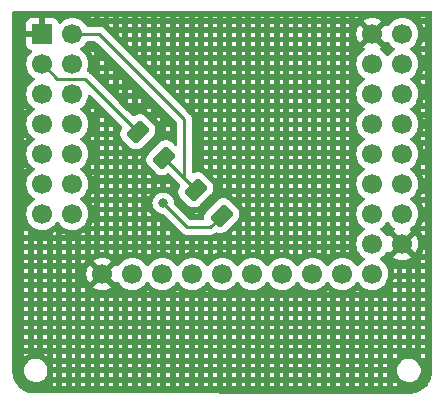
<source format=gbr>
%TF.GenerationSoftware,KiCad,Pcbnew,8.0.4*%
%TF.CreationDate,2024-07-25T09:16:02-04:00*%
%TF.ProjectId,ESP32-WROOM-Socket-Legacy-v2,45535033-322d-4575-924f-4f4d2d536f63,rev?*%
%TF.SameCoordinates,Original*%
%TF.FileFunction,Copper,L2,Bot*%
%TF.FilePolarity,Positive*%
%FSLAX46Y46*%
G04 Gerber Fmt 4.6, Leading zero omitted, Abs format (unit mm)*
G04 Created by KiCad (PCBNEW 8.0.4) date 2024-07-25 09:16:02*
%MOMM*%
%LPD*%
G01*
G04 APERTURE LIST*
G04 Aperture macros list*
%AMRoundRect*
0 Rectangle with rounded corners*
0 $1 Rounding radius*
0 $2 $3 $4 $5 $6 $7 $8 $9 X,Y pos of 4 corners*
0 Add a 4 corners polygon primitive as box body*
4,1,4,$2,$3,$4,$5,$6,$7,$8,$9,$2,$3,0*
0 Add four circle primitives for the rounded corners*
1,1,$1+$1,$2,$3*
1,1,$1+$1,$4,$5*
1,1,$1+$1,$6,$7*
1,1,$1+$1,$8,$9*
0 Add four rect primitives between the rounded corners*
20,1,$1+$1,$2,$3,$4,$5,0*
20,1,$1+$1,$4,$5,$6,$7,0*
20,1,$1+$1,$6,$7,$8,$9,0*
20,1,$1+$1,$8,$9,$2,$3,0*%
G04 Aperture macros list end*
%TA.AperFunction,ComponentPad*%
%ADD10R,1.700000X1.700000*%
%TD*%
%TA.AperFunction,ComponentPad*%
%ADD11C,1.700000*%
%TD*%
%TA.AperFunction,SMDPad,CuDef*%
%ADD12RoundRect,0.250000X-0.724784X-0.159099X-0.159099X-0.724784X0.724784X0.159099X0.159099X0.724784X0*%
%TD*%
%TA.AperFunction,SMDPad,CuDef*%
%ADD13RoundRect,0.250000X0.724784X0.159099X0.159099X0.724784X-0.724784X-0.159099X-0.159099X-0.724784X0*%
%TD*%
%TA.AperFunction,ViaPad*%
%ADD14C,0.800000*%
%TD*%
%TA.AperFunction,Conductor*%
%ADD15C,0.250000*%
%TD*%
G04 APERTURE END LIST*
D10*
%TO.P,U1,1,GND*%
%TO.N,GND*%
X144720000Y-81320000D03*
D11*
%TO.P,U1,2,VDD*%
%TO.N,+3V3*%
X147260000Y-81320000D03*
%TO.P,U1,3,EN*%
%TO.N,Net-(U1-EN)*%
X144720000Y-83860000D03*
%TO.P,U1,4,SENSOR_VP*%
%TO.N,unconnected-(U1-SENSOR_VP-Pad4)*%
X147260000Y-83860000D03*
%TO.P,U1,5,SENSOR_VN*%
%TO.N,unconnected-(U1-SENSOR_VN-Pad5)*%
X144720000Y-86400000D03*
%TO.P,U1,6,IO34*%
%TO.N,unconnected-(U1-IO34-Pad6)*%
X147260000Y-86400000D03*
%TO.P,U1,7,IO35*%
%TO.N,unconnected-(U1-IO35-Pad7)*%
X144720000Y-88940000D03*
%TO.P,U1,8,IO32*%
%TO.N,unconnected-(U1-IO32-Pad8)*%
X147260000Y-88940000D03*
%TO.P,U1,9,IO33*%
%TO.N,unconnected-(U1-IO33-Pad9)*%
X144720000Y-91480000D03*
%TO.P,U1,10,IO25*%
%TO.N,unconnected-(U1-IO25-Pad10)*%
X147260000Y-91480000D03*
%TO.P,U1,11,IO26*%
%TO.N,unconnected-(U1-IO26-Pad11)*%
X144720000Y-94020000D03*
%TO.P,U1,12,IO27*%
%TO.N,unconnected-(U1-IO27-Pad12)*%
X147260000Y-94020000D03*
%TO.P,U1,13,IO14*%
%TO.N,unconnected-(U1-IO14-Pad13)*%
X144720000Y-96560000D03*
%TO.P,U1,14,IO12*%
%TO.N,unconnected-(U1-IO12-Pad14)*%
X147260000Y-96560000D03*
%TO.P,U1,15,GND*%
%TO.N,GND*%
X149800000Y-101640000D03*
%TO.P,U1,16,IO13*%
%TO.N,unconnected-(U1-IO13-Pad16)*%
X152340000Y-101640000D03*
%TO.P,U1,17,SHD/SD2*%
%TO.N,unconnected-(U1-SHD{slash}SD2-Pad17)*%
X154880000Y-101640000D03*
%TO.P,U1,18,SWP/SD3*%
%TO.N,unconnected-(U1-SWP{slash}SD3-Pad18)*%
X157420000Y-101640000D03*
%TO.P,U1,19,SCS/CMD*%
%TO.N,unconnected-(U1-SCS{slash}CMD-Pad19)*%
X159960000Y-101640000D03*
%TO.P,U1,20,SCK/CLK*%
%TO.N,unconnected-(U1-SCK{slash}CLK-Pad20)*%
X162500000Y-101640000D03*
%TO.P,U1,21,SDO/SD0*%
%TO.N,unconnected-(U1-SDO{slash}SD0-Pad21)*%
X165040000Y-101640000D03*
%TO.P,U1,22,SDI/SD1*%
%TO.N,unconnected-(U1-SDI{slash}SD1-Pad22)*%
X167580000Y-101640000D03*
%TO.P,U1,23,IO15*%
%TO.N,unconnected-(U1-IO15-Pad23)*%
X170120000Y-101640000D03*
%TO.P,U1,24,IO2*%
%TO.N,unconnected-(U1-IO2-Pad24)*%
X172660000Y-101640000D03*
%TO.P,U1,25,IO0*%
%TO.N,/GPIO0*%
X172660000Y-99100000D03*
X175200000Y-96560000D03*
%TO.P,U1,26,IO4*%
%TO.N,unconnected-(U1-IO4-Pad26)*%
X172660000Y-96560000D03*
%TO.P,U1,27,IO16*%
%TO.N,unconnected-(U1-IO16-Pad27)*%
X175200000Y-94020000D03*
%TO.P,U1,28,IO17*%
%TO.N,unconnected-(U1-IO17-Pad28)*%
X172660000Y-94020000D03*
%TO.P,U1,29,IO5*%
%TO.N,unconnected-(U1-IO5-Pad29)*%
X175200000Y-91480000D03*
%TO.P,U1,30,IO18*%
%TO.N,unconnected-(U1-IO18-Pad30)*%
X172660000Y-91480000D03*
%TO.P,U1,31,IO19*%
%TO.N,unconnected-(U1-IO19-Pad31)*%
X175200000Y-88940000D03*
%TO.P,U1,32,NC*%
%TO.N,unconnected-(U1-NC-Pad32)_1*%
X172660000Y-88940000D03*
%TO.P,U1,33,IO21*%
%TO.N,unconnected-(U1-IO21-Pad33)*%
X175200000Y-86400000D03*
%TO.P,U1,34,RXD0/IO3*%
%TO.N,unconnected-(U1-RXD0{slash}IO3-Pad34)*%
X172660000Y-86400000D03*
%TO.P,U1,35,TXD0/IO1*%
%TO.N,unconnected-(U1-TXD0{slash}IO1-Pad35)*%
X175200000Y-83860000D03*
%TO.P,U1,36,IO22*%
%TO.N,unconnected-(U1-IO22-Pad36)*%
X172660000Y-83860000D03*
%TO.P,U1,37,IO23*%
%TO.N,unconnected-(U1-IO23-Pad37)*%
X175200000Y-81320000D03*
%TO.P,U1,38,GND*%
%TO.N,GND*%
X172660000Y-81320000D03*
X175200000Y-99100000D03*
%TD*%
D12*
%TO.P,R1,1*%
%TO.N,+3V3*%
X157703984Y-94507968D03*
%TO.P,R1,2*%
%TO.N,Net-(D1-AB)*%
X159896016Y-96700000D03*
%TD*%
D13*
%TO.P,R2,1*%
%TO.N,+3V3*%
X155000000Y-91800000D03*
%TO.P,R2,2*%
%TO.N,Net-(U1-EN)*%
X152807968Y-89607968D03*
%TD*%
D14*
%TO.N,Net-(D1-AB)*%
X154950000Y-95650000D03*
%TD*%
D15*
%TO.N,Net-(D1-AB)*%
X157000000Y-97700000D02*
X158896016Y-97700000D01*
X154950000Y-95650000D02*
X157000000Y-97700000D01*
X158896016Y-97700000D02*
X159896016Y-96700000D01*
%TO.N,Net-(U1-EN)*%
X148300000Y-85100000D02*
X147300000Y-85100000D01*
X152807968Y-89607968D02*
X148300000Y-85100000D01*
X146000000Y-85100000D02*
X147300000Y-85100000D01*
X144720000Y-83820000D02*
X146000000Y-85100000D01*
%TO.N,+3V3*%
X156750000Y-88550000D02*
X156750000Y-93550000D01*
X149520000Y-81320000D02*
X156750000Y-88550000D01*
X156750000Y-93550000D02*
X157000000Y-93800000D01*
X147260000Y-81320000D02*
X149520000Y-81320000D01*
X157703984Y-94503984D02*
X157703984Y-94507968D01*
X155000000Y-91800000D02*
X157703984Y-94503984D01*
%TD*%
%TA.AperFunction,Conductor*%
%TO.N,GND*%
G36*
X174014855Y-97226546D02*
G01*
X174031575Y-97245842D01*
X174161500Y-97431395D01*
X174161505Y-97431401D01*
X174328599Y-97598495D01*
X174514158Y-97728425D01*
X174514594Y-97728730D01*
X174558218Y-97783307D01*
X174565411Y-97852806D01*
X174533889Y-97915160D01*
X174514593Y-97931880D01*
X174438626Y-97985072D01*
X174438625Y-97985072D01*
X175070590Y-98617037D01*
X175007007Y-98634075D01*
X174892993Y-98699901D01*
X174799901Y-98792993D01*
X174734075Y-98907007D01*
X174717037Y-98970589D01*
X174085073Y-98338626D01*
X174031881Y-98414594D01*
X173977304Y-98458219D01*
X173907806Y-98465413D01*
X173845451Y-98433891D01*
X173828730Y-98414594D01*
X173698494Y-98228597D01*
X173531402Y-98061506D01*
X173531396Y-98061501D01*
X173345842Y-97931575D01*
X173302217Y-97876998D01*
X173295023Y-97807500D01*
X173326546Y-97745145D01*
X173345842Y-97728425D01*
X173368026Y-97712891D01*
X173531401Y-97598495D01*
X173698495Y-97431401D01*
X173828425Y-97245842D01*
X173883002Y-97202217D01*
X173952500Y-97195023D01*
X174014855Y-97226546D01*
G37*
%TD.AperFunction*%
%TA.AperFunction,Conductor*%
G36*
X173774925Y-82081373D02*
G01*
X173828119Y-82005405D01*
X173882696Y-81961781D01*
X173952195Y-81954588D01*
X174014549Y-81986110D01*
X174031269Y-82005405D01*
X174161505Y-82191401D01*
X174161506Y-82191402D01*
X174328597Y-82358493D01*
X174328603Y-82358498D01*
X174514158Y-82488425D01*
X174557783Y-82543002D01*
X174564977Y-82612500D01*
X174533454Y-82674855D01*
X174514158Y-82691575D01*
X174328597Y-82821505D01*
X174161505Y-82988597D01*
X174031575Y-83174158D01*
X173976998Y-83217783D01*
X173907500Y-83224977D01*
X173845145Y-83193454D01*
X173828425Y-83174158D01*
X173698494Y-82988597D01*
X173531402Y-82821506D01*
X173531401Y-82821505D01*
X173345405Y-82691269D01*
X173301781Y-82636692D01*
X173294588Y-82567193D01*
X173326110Y-82504839D01*
X173345405Y-82488119D01*
X173421373Y-82434925D01*
X172789409Y-81802962D01*
X172852993Y-81785925D01*
X172967007Y-81720099D01*
X173060099Y-81627007D01*
X173125925Y-81512993D01*
X173142962Y-81449410D01*
X173774925Y-82081373D01*
G37*
%TD.AperFunction*%
%TA.AperFunction,Conductor*%
G36*
X177683039Y-79409685D02*
G01*
X177728794Y-79462489D01*
X177740000Y-79514000D01*
X177740000Y-109798910D01*
X177739980Y-109801122D01*
X177737590Y-109935101D01*
X177736348Y-109950536D01*
X177698051Y-110216897D01*
X177694290Y-110234185D01*
X177618791Y-110491311D01*
X177612608Y-110507887D01*
X177501284Y-110751654D01*
X177492805Y-110767183D01*
X177347922Y-110992624D01*
X177337320Y-111006787D01*
X177161827Y-111209317D01*
X177149317Y-111221827D01*
X176946787Y-111397320D01*
X176932624Y-111407922D01*
X176707183Y-111552805D01*
X176691654Y-111561284D01*
X176447887Y-111672608D01*
X176431311Y-111678791D01*
X176174185Y-111754290D01*
X176156897Y-111758051D01*
X175910966Y-111793410D01*
X175892973Y-111794672D01*
X143567915Y-111704379D01*
X143533327Y-111699356D01*
X143463288Y-111678791D01*
X143446711Y-111672608D01*
X143202945Y-111561284D01*
X143187421Y-111552808D01*
X142961974Y-111407921D01*
X142947812Y-111397320D01*
X142745282Y-111221827D01*
X142732772Y-111209317D01*
X142672441Y-111139690D01*
X164802600Y-111139690D01*
X164913217Y-111140000D01*
X165104600Y-111140000D01*
X165602600Y-111140000D01*
X165904600Y-111140000D01*
X166402600Y-111140000D01*
X166704600Y-111140000D01*
X167202600Y-111140000D01*
X167504600Y-111140000D01*
X168002600Y-111140000D01*
X168304600Y-111140000D01*
X168802600Y-111140000D01*
X169104600Y-111140000D01*
X169602600Y-111140000D01*
X169904600Y-111140000D01*
X170402600Y-111140000D01*
X170704600Y-111140000D01*
X171202600Y-111140000D01*
X171504600Y-111140000D01*
X172002600Y-111140000D01*
X172304600Y-111140000D01*
X172802600Y-111140000D01*
X173104600Y-111140000D01*
X173602600Y-111140000D01*
X173904600Y-111140000D01*
X174402600Y-111140000D01*
X174704600Y-111140000D01*
X174704600Y-110886135D01*
X174697006Y-110878917D01*
X174692563Y-110874473D01*
X174683831Y-110865287D01*
X174679619Y-110860625D01*
X174660196Y-110838000D01*
X174402600Y-110838000D01*
X174402600Y-111140000D01*
X173904600Y-111140000D01*
X173904600Y-110838000D01*
X173602600Y-110838000D01*
X173602600Y-111140000D01*
X173104600Y-111140000D01*
X173104600Y-110838000D01*
X172802600Y-110838000D01*
X172802600Y-111140000D01*
X172304600Y-111140000D01*
X172304600Y-110838000D01*
X172002600Y-110838000D01*
X172002600Y-111140000D01*
X171504600Y-111140000D01*
X171504600Y-110838000D01*
X171202600Y-110838000D01*
X171202600Y-111140000D01*
X170704600Y-111140000D01*
X170704600Y-110838000D01*
X170402600Y-110838000D01*
X170402600Y-111140000D01*
X169904600Y-111140000D01*
X169904600Y-110838000D01*
X169602600Y-110838000D01*
X169602600Y-111140000D01*
X169104600Y-111140000D01*
X169104600Y-110838000D01*
X168802600Y-110838000D01*
X168802600Y-111140000D01*
X168304600Y-111140000D01*
X168304600Y-110838000D01*
X168002600Y-110838000D01*
X168002600Y-111140000D01*
X167504600Y-111140000D01*
X167504600Y-110838000D01*
X167202600Y-110838000D01*
X167202600Y-111140000D01*
X166704600Y-111140000D01*
X166704600Y-110838000D01*
X166402600Y-110838000D01*
X166402600Y-111140000D01*
X165904600Y-111140000D01*
X165904600Y-110838000D01*
X165602600Y-110838000D01*
X165602600Y-111140000D01*
X165104600Y-111140000D01*
X165104600Y-110838000D01*
X164802600Y-110838000D01*
X164802600Y-111139690D01*
X142672441Y-111139690D01*
X142670504Y-111137455D01*
X164002600Y-111137455D01*
X164304600Y-111138299D01*
X164304600Y-110838000D01*
X164002600Y-110838000D01*
X164002600Y-111137455D01*
X142670504Y-111137455D01*
X142668568Y-111135221D01*
X163202600Y-111135221D01*
X163504600Y-111136064D01*
X163504600Y-110838000D01*
X163202600Y-110838000D01*
X163202600Y-111135221D01*
X142668568Y-111135221D01*
X142666631Y-111132986D01*
X162402600Y-111132986D01*
X162704600Y-111133830D01*
X162704600Y-110838000D01*
X162402600Y-110838000D01*
X162402600Y-111132986D01*
X142666631Y-111132986D01*
X142664695Y-111130752D01*
X161602600Y-111130752D01*
X161904600Y-111131595D01*
X161904600Y-110838000D01*
X161602600Y-110838000D01*
X161602600Y-111130752D01*
X142664695Y-111130752D01*
X142663489Y-111129360D01*
X142662759Y-111128517D01*
X160802600Y-111128517D01*
X161104600Y-111129360D01*
X161104600Y-110838000D01*
X160802600Y-110838000D01*
X160802600Y-111128517D01*
X142662759Y-111128517D01*
X142660822Y-111126282D01*
X160002600Y-111126282D01*
X160304600Y-111127126D01*
X160304600Y-110838000D01*
X160002600Y-110838000D01*
X160002600Y-111126282D01*
X142660822Y-111126282D01*
X142658886Y-111124048D01*
X159202600Y-111124048D01*
X159504600Y-111124891D01*
X159504600Y-110838000D01*
X159202600Y-110838000D01*
X159202600Y-111124048D01*
X142658886Y-111124048D01*
X142656950Y-111121813D01*
X158402600Y-111121813D01*
X158704600Y-111122656D01*
X158704600Y-110838000D01*
X158402600Y-110838000D01*
X158402600Y-111121813D01*
X142656950Y-111121813D01*
X142655014Y-111119578D01*
X157602600Y-111119578D01*
X157904600Y-111120422D01*
X157904600Y-110838000D01*
X157602600Y-110838000D01*
X157602600Y-111119578D01*
X142655014Y-111119578D01*
X142653078Y-111117344D01*
X156802600Y-111117344D01*
X157104600Y-111118187D01*
X157104600Y-110838000D01*
X156802600Y-110838000D01*
X156802600Y-111117344D01*
X142653078Y-111117344D01*
X142651141Y-111115109D01*
X156002600Y-111115109D01*
X156304600Y-111115952D01*
X156304600Y-110838000D01*
X156002600Y-110838000D01*
X156002600Y-111115109D01*
X142651141Y-111115109D01*
X142649205Y-111112874D01*
X155202600Y-111112874D01*
X155504600Y-111113718D01*
X155504600Y-110838000D01*
X155202600Y-110838000D01*
X155202600Y-111112874D01*
X142649205Y-111112874D01*
X142647269Y-111110640D01*
X154402600Y-111110640D01*
X154704600Y-111111483D01*
X154704600Y-110838000D01*
X154402600Y-110838000D01*
X154402600Y-111110640D01*
X142647269Y-111110640D01*
X142645333Y-111108405D01*
X153602600Y-111108405D01*
X153904600Y-111109248D01*
X153904600Y-110838000D01*
X153602600Y-110838000D01*
X153602600Y-111108405D01*
X142645333Y-111108405D01*
X142643397Y-111106170D01*
X152802600Y-111106170D01*
X153104600Y-111107014D01*
X153104600Y-110838000D01*
X152802600Y-110838000D01*
X152802600Y-111106170D01*
X142643397Y-111106170D01*
X142641461Y-111103936D01*
X152002600Y-111103936D01*
X152304600Y-111104779D01*
X152304600Y-110838000D01*
X152002600Y-110838000D01*
X152002600Y-111103936D01*
X142641461Y-111103936D01*
X142639524Y-111101701D01*
X151202600Y-111101701D01*
X151504600Y-111102545D01*
X151504600Y-110838000D01*
X151202600Y-110838000D01*
X151202600Y-111101701D01*
X142639524Y-111101701D01*
X142637588Y-111099467D01*
X150402600Y-111099467D01*
X150704600Y-111100310D01*
X150704600Y-110838000D01*
X150402600Y-110838000D01*
X150402600Y-111099467D01*
X142637588Y-111099467D01*
X142635652Y-111097232D01*
X149602600Y-111097232D01*
X149904600Y-111098075D01*
X149904600Y-110838000D01*
X149602600Y-110838000D01*
X149602600Y-111097232D01*
X142635652Y-111097232D01*
X142633715Y-111094997D01*
X148802600Y-111094997D01*
X149104600Y-111095841D01*
X149104600Y-110838000D01*
X148802600Y-110838000D01*
X148802600Y-111094997D01*
X142633715Y-111094997D01*
X142631779Y-111092763D01*
X148002600Y-111092763D01*
X148304600Y-111093606D01*
X148304600Y-110838000D01*
X148002600Y-110838000D01*
X148002600Y-111092763D01*
X142631779Y-111092763D01*
X142629842Y-111090528D01*
X147202600Y-111090528D01*
X147504600Y-111091371D01*
X147504600Y-110838000D01*
X147202600Y-110838000D01*
X147202600Y-111090528D01*
X142629842Y-111090528D01*
X142627905Y-111088293D01*
X146402600Y-111088293D01*
X146704600Y-111089137D01*
X146704600Y-110838000D01*
X146402600Y-110838000D01*
X146402600Y-111088293D01*
X142627905Y-111088293D01*
X142625969Y-111086059D01*
X145602600Y-111086059D01*
X145904600Y-111086902D01*
X145904600Y-110838000D01*
X145602600Y-110838000D01*
X145602600Y-111086059D01*
X142625969Y-111086059D01*
X142624320Y-111084156D01*
X144921463Y-111084156D01*
X145104600Y-111084667D01*
X145104600Y-110960214D01*
X145102235Y-110962463D01*
X145097575Y-110966673D01*
X145087957Y-110974930D01*
X145083084Y-110978904D01*
X145063119Y-110994357D01*
X145058051Y-110998078D01*
X145047656Y-111005312D01*
X145042418Y-111008764D01*
X144921463Y-111084156D01*
X142624320Y-111084156D01*
X142557276Y-111006783D01*
X142546677Y-110992624D01*
X142535306Y-110974930D01*
X142525162Y-110959146D01*
X143202600Y-110959146D01*
X143253718Y-111003441D01*
X143327357Y-111050766D01*
X143202600Y-110954196D01*
X143202600Y-110959146D01*
X142525162Y-110959146D01*
X142401788Y-110767173D01*
X142393315Y-110751654D01*
X142388070Y-110740170D01*
X142331893Y-110617159D01*
X142281991Y-110507887D01*
X142275808Y-110491311D01*
X142264574Y-110453053D01*
X142200308Y-110234184D01*
X142196548Y-110216897D01*
X142193454Y-110195379D01*
X142170826Y-110038000D01*
X142673947Y-110038000D01*
X142685672Y-110119548D01*
X142704600Y-110184011D01*
X142704600Y-110173908D01*
X142693603Y-110138859D01*
X142691876Y-110132824D01*
X142688700Y-110120560D01*
X142687278Y-110114431D01*
X142682196Y-110089699D01*
X142681088Y-110083517D01*
X142679169Y-110070990D01*
X142678375Y-110064758D01*
X142675654Y-110038000D01*
X142673947Y-110038000D01*
X142170826Y-110038000D01*
X142158250Y-109950528D01*
X142157009Y-109935109D01*
X142154620Y-109801121D01*
X142154610Y-109800001D01*
X143152021Y-109800001D01*
X143172542Y-110001820D01*
X143233268Y-110195365D01*
X143233275Y-110195380D01*
X143331717Y-110372739D01*
X143331720Y-110372744D01*
X143463854Y-110526661D01*
X143463855Y-110526663D01*
X143624266Y-110650829D01*
X143624271Y-110650833D01*
X143806398Y-110740171D01*
X144002781Y-110791018D01*
X144205379Y-110801293D01*
X144405898Y-110770574D01*
X144596129Y-110700121D01*
X144768283Y-110592816D01*
X144915314Y-110453053D01*
X145031200Y-110286554D01*
X145075687Y-110182889D01*
X145602600Y-110182889D01*
X145602600Y-110340000D01*
X145904600Y-110340000D01*
X146402600Y-110340000D01*
X146704600Y-110340000D01*
X147202600Y-110340000D01*
X147504600Y-110340000D01*
X148002600Y-110340000D01*
X148304600Y-110340000D01*
X148802600Y-110340000D01*
X149104600Y-110340000D01*
X149602600Y-110340000D01*
X149904600Y-110340000D01*
X150402600Y-110340000D01*
X150704600Y-110340000D01*
X151202600Y-110340000D01*
X151504600Y-110340000D01*
X152002600Y-110340000D01*
X152304600Y-110340000D01*
X152802600Y-110340000D01*
X153104600Y-110340000D01*
X153602600Y-110340000D01*
X153904600Y-110340000D01*
X154402600Y-110340000D01*
X154704600Y-110340000D01*
X155202600Y-110340000D01*
X155504600Y-110340000D01*
X156002600Y-110340000D01*
X156304600Y-110340000D01*
X156802600Y-110340000D01*
X157104600Y-110340000D01*
X157602600Y-110340000D01*
X157904600Y-110340000D01*
X158402600Y-110340000D01*
X158704600Y-110340000D01*
X159202600Y-110340000D01*
X159504600Y-110340000D01*
X160002600Y-110340000D01*
X160304600Y-110340000D01*
X160802600Y-110340000D01*
X161104600Y-110340000D01*
X161602600Y-110340000D01*
X161904600Y-110340000D01*
X162402600Y-110340000D01*
X162704600Y-110340000D01*
X163202600Y-110340000D01*
X163504600Y-110340000D01*
X164002600Y-110340000D01*
X164304600Y-110340000D01*
X164802600Y-110340000D01*
X165104600Y-110340000D01*
X165602600Y-110340000D01*
X165904600Y-110340000D01*
X166402600Y-110340000D01*
X166704600Y-110340000D01*
X167202600Y-110340000D01*
X167504600Y-110340000D01*
X168002600Y-110340000D01*
X168304600Y-110340000D01*
X168802600Y-110340000D01*
X169104600Y-110340000D01*
X169602600Y-110340000D01*
X169904600Y-110340000D01*
X170402600Y-110340000D01*
X170704600Y-110340000D01*
X171202600Y-110340000D01*
X171504600Y-110340000D01*
X172002600Y-110340000D01*
X172304600Y-110340000D01*
X172802600Y-110340000D01*
X173104600Y-110340000D01*
X173602600Y-110340000D01*
X173904600Y-110340000D01*
X173904600Y-110038000D01*
X173602600Y-110038000D01*
X173602600Y-110340000D01*
X173104600Y-110340000D01*
X173104600Y-110038000D01*
X172802600Y-110038000D01*
X172802600Y-110340000D01*
X172304600Y-110340000D01*
X172304600Y-110038000D01*
X172002600Y-110038000D01*
X172002600Y-110340000D01*
X171504600Y-110340000D01*
X171504600Y-110038000D01*
X171202600Y-110038000D01*
X171202600Y-110340000D01*
X170704600Y-110340000D01*
X170704600Y-110038000D01*
X170402600Y-110038000D01*
X170402600Y-110340000D01*
X169904600Y-110340000D01*
X169904600Y-110038000D01*
X169602600Y-110038000D01*
X169602600Y-110340000D01*
X169104600Y-110340000D01*
X169104600Y-110038000D01*
X168802600Y-110038000D01*
X168802600Y-110340000D01*
X168304600Y-110340000D01*
X168304600Y-110038000D01*
X168002600Y-110038000D01*
X168002600Y-110340000D01*
X167504600Y-110340000D01*
X167504600Y-110038000D01*
X167202600Y-110038000D01*
X167202600Y-110340000D01*
X166704600Y-110340000D01*
X166704600Y-110038000D01*
X166402600Y-110038000D01*
X166402600Y-110340000D01*
X165904600Y-110340000D01*
X165904600Y-110038000D01*
X165602600Y-110038000D01*
X165602600Y-110340000D01*
X165104600Y-110340000D01*
X165104600Y-110038000D01*
X164802600Y-110038000D01*
X164802600Y-110340000D01*
X164304600Y-110340000D01*
X164304600Y-110038000D01*
X164002600Y-110038000D01*
X164002600Y-110340000D01*
X163504600Y-110340000D01*
X163504600Y-110038000D01*
X163202600Y-110038000D01*
X163202600Y-110340000D01*
X162704600Y-110340000D01*
X162704600Y-110038000D01*
X162402600Y-110038000D01*
X162402600Y-110340000D01*
X161904600Y-110340000D01*
X161904600Y-110038000D01*
X161602600Y-110038000D01*
X161602600Y-110340000D01*
X161104600Y-110340000D01*
X161104600Y-110038000D01*
X160802600Y-110038000D01*
X160802600Y-110340000D01*
X160304600Y-110340000D01*
X160304600Y-110038000D01*
X160002600Y-110038000D01*
X160002600Y-110340000D01*
X159504600Y-110340000D01*
X159504600Y-110038000D01*
X159202600Y-110038000D01*
X159202600Y-110340000D01*
X158704600Y-110340000D01*
X158704600Y-110038000D01*
X158402600Y-110038000D01*
X158402600Y-110340000D01*
X157904600Y-110340000D01*
X157904600Y-110038000D01*
X157602600Y-110038000D01*
X157602600Y-110340000D01*
X157104600Y-110340000D01*
X157104600Y-110038000D01*
X156802600Y-110038000D01*
X156802600Y-110340000D01*
X156304600Y-110340000D01*
X156304600Y-110038000D01*
X156002600Y-110038000D01*
X156002600Y-110340000D01*
X155504600Y-110340000D01*
X155504600Y-110038000D01*
X155202600Y-110038000D01*
X155202600Y-110340000D01*
X154704600Y-110340000D01*
X154704600Y-110038000D01*
X154402600Y-110038000D01*
X154402600Y-110340000D01*
X153904600Y-110340000D01*
X153904600Y-110038000D01*
X153602600Y-110038000D01*
X153602600Y-110340000D01*
X153104600Y-110340000D01*
X153104600Y-110038000D01*
X152802600Y-110038000D01*
X152802600Y-110340000D01*
X152304600Y-110340000D01*
X152304600Y-110038000D01*
X152002600Y-110038000D01*
X152002600Y-110340000D01*
X151504600Y-110340000D01*
X151504600Y-110038000D01*
X151202600Y-110038000D01*
X151202600Y-110340000D01*
X150704600Y-110340000D01*
X150704600Y-110038000D01*
X150402600Y-110038000D01*
X150402600Y-110340000D01*
X149904600Y-110340000D01*
X149904600Y-110038000D01*
X149602600Y-110038000D01*
X149602600Y-110340000D01*
X149104600Y-110340000D01*
X149104600Y-110038000D01*
X148802600Y-110038000D01*
X148802600Y-110340000D01*
X148304600Y-110340000D01*
X148304600Y-110038000D01*
X148002600Y-110038000D01*
X148002600Y-110340000D01*
X147504600Y-110340000D01*
X147504600Y-110038000D01*
X147202600Y-110038000D01*
X147202600Y-110340000D01*
X146704600Y-110340000D01*
X146704600Y-110038000D01*
X146402600Y-110038000D01*
X146402600Y-110340000D01*
X145904600Y-110340000D01*
X145904600Y-110038000D01*
X145632376Y-110038000D01*
X145602600Y-110182889D01*
X145075687Y-110182889D01*
X145111199Y-110100136D01*
X145152034Y-109901430D01*
X145154599Y-109800001D01*
X145154599Y-109800000D01*
X174737422Y-109800000D01*
X174757943Y-110001819D01*
X174818669Y-110195364D01*
X174818676Y-110195379D01*
X174917118Y-110372738D01*
X174917121Y-110372743D01*
X175049255Y-110526660D01*
X175049256Y-110526662D01*
X175134721Y-110592816D01*
X175209672Y-110650832D01*
X175391799Y-110740170D01*
X175588182Y-110791017D01*
X175790780Y-110801292D01*
X175991299Y-110770573D01*
X176181530Y-110700120D01*
X176353684Y-110592815D01*
X176500715Y-110453052D01*
X176616601Y-110286553D01*
X176696600Y-110100135D01*
X176737435Y-109901429D01*
X176740000Y-109800000D01*
X176739972Y-109798910D01*
X176737435Y-109698575D01*
X176737435Y-109698571D01*
X176696600Y-109499865D01*
X176616601Y-109313447D01*
X176556613Y-109227260D01*
X176500715Y-109146948D01*
X176353685Y-109007186D01*
X176353684Y-109007185D01*
X176181530Y-108899880D01*
X176181522Y-108899877D01*
X175991300Y-108829427D01*
X175991294Y-108829426D01*
X175790781Y-108798708D01*
X175790780Y-108798708D01*
X175689481Y-108803845D01*
X175588181Y-108808983D01*
X175391798Y-108859830D01*
X175209668Y-108949170D01*
X175049256Y-109073337D01*
X175049255Y-109073339D01*
X174917121Y-109227256D01*
X174917118Y-109227261D01*
X174818676Y-109404620D01*
X174818669Y-109404635D01*
X174757943Y-109598180D01*
X174737422Y-109800000D01*
X145154599Y-109800000D01*
X145154571Y-109798910D01*
X145152034Y-109698576D01*
X145152034Y-109698575D01*
X145152034Y-109698572D01*
X145111199Y-109499866D01*
X145075686Y-109417112D01*
X145602600Y-109417112D01*
X145627854Y-109540000D01*
X145904600Y-109540000D01*
X146402600Y-109540000D01*
X146704600Y-109540000D01*
X147202600Y-109540000D01*
X147504600Y-109540000D01*
X148002600Y-109540000D01*
X148304600Y-109540000D01*
X148802600Y-109540000D01*
X149104600Y-109540000D01*
X149602600Y-109540000D01*
X149904600Y-109540000D01*
X150402600Y-109540000D01*
X150704600Y-109540000D01*
X151202600Y-109540000D01*
X151504600Y-109540000D01*
X152002600Y-109540000D01*
X152304600Y-109540000D01*
X152802600Y-109540000D01*
X153104600Y-109540000D01*
X153602600Y-109540000D01*
X153904600Y-109540000D01*
X154402600Y-109540000D01*
X154704600Y-109540000D01*
X155202600Y-109540000D01*
X155504600Y-109540000D01*
X156002600Y-109540000D01*
X156304600Y-109540000D01*
X156802600Y-109540000D01*
X157104600Y-109540000D01*
X157602600Y-109540000D01*
X157904600Y-109540000D01*
X158402600Y-109540000D01*
X158704600Y-109540000D01*
X159202600Y-109540000D01*
X159504600Y-109540000D01*
X160002600Y-109540000D01*
X160304600Y-109540000D01*
X160802600Y-109540000D01*
X161104600Y-109540000D01*
X161602600Y-109540000D01*
X161904600Y-109540000D01*
X162402600Y-109540000D01*
X162704600Y-109540000D01*
X163202600Y-109540000D01*
X163504600Y-109540000D01*
X164002600Y-109540000D01*
X164304600Y-109540000D01*
X164802600Y-109540000D01*
X165104600Y-109540000D01*
X165602600Y-109540000D01*
X165904600Y-109540000D01*
X166402600Y-109540000D01*
X166704600Y-109540000D01*
X167202600Y-109540000D01*
X167504600Y-109540000D01*
X168002600Y-109540000D01*
X168304600Y-109540000D01*
X168802600Y-109540000D01*
X169104600Y-109540000D01*
X169602600Y-109540000D01*
X169904600Y-109540000D01*
X170402600Y-109540000D01*
X170704600Y-109540000D01*
X171202600Y-109540000D01*
X171504600Y-109540000D01*
X172002600Y-109540000D01*
X172304600Y-109540000D01*
X172802600Y-109540000D01*
X173104600Y-109540000D01*
X173602600Y-109540000D01*
X173904600Y-109540000D01*
X173904600Y-109238000D01*
X173602600Y-109238000D01*
X173602600Y-109540000D01*
X173104600Y-109540000D01*
X173104600Y-109238000D01*
X172802600Y-109238000D01*
X172802600Y-109540000D01*
X172304600Y-109540000D01*
X172304600Y-109238000D01*
X172002600Y-109238000D01*
X172002600Y-109540000D01*
X171504600Y-109540000D01*
X171504600Y-109238000D01*
X171202600Y-109238000D01*
X171202600Y-109540000D01*
X170704600Y-109540000D01*
X170704600Y-109238000D01*
X170402600Y-109238000D01*
X170402600Y-109540000D01*
X169904600Y-109540000D01*
X169904600Y-109238000D01*
X169602600Y-109238000D01*
X169602600Y-109540000D01*
X169104600Y-109540000D01*
X169104600Y-109238000D01*
X168802600Y-109238000D01*
X168802600Y-109540000D01*
X168304600Y-109540000D01*
X168304600Y-109238000D01*
X168002600Y-109238000D01*
X168002600Y-109540000D01*
X167504600Y-109540000D01*
X167504600Y-109238000D01*
X167202600Y-109238000D01*
X167202600Y-109540000D01*
X166704600Y-109540000D01*
X166704600Y-109238000D01*
X166402600Y-109238000D01*
X166402600Y-109540000D01*
X165904600Y-109540000D01*
X165904600Y-109238000D01*
X165602600Y-109238000D01*
X165602600Y-109540000D01*
X165104600Y-109540000D01*
X165104600Y-109238000D01*
X164802600Y-109238000D01*
X164802600Y-109540000D01*
X164304600Y-109540000D01*
X164304600Y-109238000D01*
X164002600Y-109238000D01*
X164002600Y-109540000D01*
X163504600Y-109540000D01*
X163504600Y-109238000D01*
X163202600Y-109238000D01*
X163202600Y-109540000D01*
X162704600Y-109540000D01*
X162704600Y-109238000D01*
X162402600Y-109238000D01*
X162402600Y-109540000D01*
X161904600Y-109540000D01*
X161904600Y-109238000D01*
X161602600Y-109238000D01*
X161602600Y-109540000D01*
X161104600Y-109540000D01*
X161104600Y-109238000D01*
X160802600Y-109238000D01*
X160802600Y-109540000D01*
X160304600Y-109540000D01*
X160304600Y-109238000D01*
X160002600Y-109238000D01*
X160002600Y-109540000D01*
X159504600Y-109540000D01*
X159504600Y-109238000D01*
X159202600Y-109238000D01*
X159202600Y-109540000D01*
X158704600Y-109540000D01*
X158704600Y-109238000D01*
X158402600Y-109238000D01*
X158402600Y-109540000D01*
X157904600Y-109540000D01*
X157904600Y-109238000D01*
X157602600Y-109238000D01*
X157602600Y-109540000D01*
X157104600Y-109540000D01*
X157104600Y-109238000D01*
X156802600Y-109238000D01*
X156802600Y-109540000D01*
X156304600Y-109540000D01*
X156304600Y-109238000D01*
X156002600Y-109238000D01*
X156002600Y-109540000D01*
X155504600Y-109540000D01*
X155504600Y-109238000D01*
X155202600Y-109238000D01*
X155202600Y-109540000D01*
X154704600Y-109540000D01*
X154704600Y-109238000D01*
X154402600Y-109238000D01*
X154402600Y-109540000D01*
X153904600Y-109540000D01*
X153904600Y-109238000D01*
X153602600Y-109238000D01*
X153602600Y-109540000D01*
X153104600Y-109540000D01*
X153104600Y-109238000D01*
X152802600Y-109238000D01*
X152802600Y-109540000D01*
X152304600Y-109540000D01*
X152304600Y-109238000D01*
X152002600Y-109238000D01*
X152002600Y-109540000D01*
X151504600Y-109540000D01*
X151504600Y-109238000D01*
X151202600Y-109238000D01*
X151202600Y-109540000D01*
X150704600Y-109540000D01*
X150704600Y-109238000D01*
X150402600Y-109238000D01*
X150402600Y-109540000D01*
X149904600Y-109540000D01*
X149904600Y-109238000D01*
X149602600Y-109238000D01*
X149602600Y-109540000D01*
X149104600Y-109540000D01*
X149104600Y-109238000D01*
X148802600Y-109238000D01*
X148802600Y-109540000D01*
X148304600Y-109540000D01*
X148304600Y-109238000D01*
X148002600Y-109238000D01*
X148002600Y-109540000D01*
X147504600Y-109540000D01*
X147504600Y-109238000D01*
X147202600Y-109238000D01*
X147202600Y-109540000D01*
X146704600Y-109540000D01*
X146704600Y-109238000D01*
X146402600Y-109238000D01*
X146402600Y-109540000D01*
X145904600Y-109540000D01*
X145904600Y-109238000D01*
X145602600Y-109238000D01*
X145602600Y-109417112D01*
X145075686Y-109417112D01*
X145031200Y-109313448D01*
X144971212Y-109227261D01*
X144915314Y-109146949D01*
X144768284Y-109007187D01*
X144768283Y-109007186D01*
X144596129Y-108899881D01*
X144487987Y-108859830D01*
X144405899Y-108829428D01*
X144405893Y-108829427D01*
X144205380Y-108798709D01*
X144205379Y-108798709D01*
X144104080Y-108803846D01*
X144002780Y-108808984D01*
X143806397Y-108859831D01*
X143624267Y-108949171D01*
X143463855Y-109073338D01*
X143463854Y-109073340D01*
X143331720Y-109227257D01*
X143331717Y-109227262D01*
X143233275Y-109404621D01*
X143233268Y-109404636D01*
X143172542Y-109598181D01*
X143152021Y-109800001D01*
X142154610Y-109800001D01*
X142154600Y-109798910D01*
X142154600Y-109540000D01*
X142652600Y-109540000D01*
X142677891Y-109540000D01*
X142678375Y-109535244D01*
X142679169Y-109529012D01*
X142681088Y-109516485D01*
X142682196Y-109510303D01*
X142687278Y-109485571D01*
X142688700Y-109479442D01*
X142691876Y-109467178D01*
X142693603Y-109461144D01*
X142704600Y-109426093D01*
X142704600Y-109238000D01*
X142652600Y-109238000D01*
X142652600Y-109540000D01*
X142154600Y-109540000D01*
X142154600Y-108740000D01*
X142652600Y-108740000D01*
X142704600Y-108740000D01*
X145602600Y-108740000D01*
X145904600Y-108740000D01*
X146402600Y-108740000D01*
X146704600Y-108740000D01*
X147202600Y-108740000D01*
X147504600Y-108740000D01*
X148002600Y-108740000D01*
X148304600Y-108740000D01*
X148802600Y-108740000D01*
X149104600Y-108740000D01*
X149602600Y-108740000D01*
X149904600Y-108740000D01*
X150402600Y-108740000D01*
X150704600Y-108740000D01*
X151202600Y-108740000D01*
X151504600Y-108740000D01*
X152002600Y-108740000D01*
X152304600Y-108740000D01*
X152802600Y-108740000D01*
X153104600Y-108740000D01*
X153602600Y-108740000D01*
X153904600Y-108740000D01*
X154402600Y-108740000D01*
X154704600Y-108740000D01*
X155202600Y-108740000D01*
X155504600Y-108740000D01*
X156002600Y-108740000D01*
X156304600Y-108740000D01*
X156802600Y-108740000D01*
X157104600Y-108740000D01*
X157602600Y-108740000D01*
X157904600Y-108740000D01*
X158402600Y-108740000D01*
X158704600Y-108740000D01*
X159202600Y-108740000D01*
X159504600Y-108740000D01*
X160002600Y-108740000D01*
X160304600Y-108740000D01*
X160802600Y-108740000D01*
X161104600Y-108740000D01*
X161602600Y-108740000D01*
X161904600Y-108740000D01*
X162402600Y-108740000D01*
X162704600Y-108740000D01*
X163202600Y-108740000D01*
X163504600Y-108740000D01*
X164002600Y-108740000D01*
X164304600Y-108740000D01*
X164802600Y-108740000D01*
X165104600Y-108740000D01*
X165602600Y-108740000D01*
X165904600Y-108740000D01*
X166402600Y-108740000D01*
X166704600Y-108740000D01*
X167202600Y-108740000D01*
X167504600Y-108740000D01*
X168002600Y-108740000D01*
X168304600Y-108740000D01*
X168802600Y-108740000D01*
X169104600Y-108740000D01*
X169602600Y-108740000D01*
X169904600Y-108740000D01*
X170402600Y-108740000D01*
X170704600Y-108740000D01*
X171202600Y-108740000D01*
X171504600Y-108740000D01*
X172002600Y-108740000D01*
X172304600Y-108740000D01*
X172802600Y-108740000D01*
X173104600Y-108740000D01*
X173602600Y-108740000D01*
X173904600Y-108740000D01*
X174402600Y-108740000D01*
X174679082Y-108740000D01*
X176802600Y-108740000D01*
X177104600Y-108740000D01*
X177104600Y-108438000D01*
X176802600Y-108438000D01*
X176802600Y-108740000D01*
X174679082Y-108740000D01*
X174679619Y-108739375D01*
X174683831Y-108734713D01*
X174692563Y-108725527D01*
X174697006Y-108721083D01*
X174704600Y-108713864D01*
X174704600Y-108438000D01*
X174402600Y-108438000D01*
X174402600Y-108740000D01*
X173904600Y-108740000D01*
X173904600Y-108438000D01*
X173602600Y-108438000D01*
X173602600Y-108740000D01*
X173104600Y-108740000D01*
X173104600Y-108438000D01*
X172802600Y-108438000D01*
X172802600Y-108740000D01*
X172304600Y-108740000D01*
X172304600Y-108438000D01*
X172002600Y-108438000D01*
X172002600Y-108740000D01*
X171504600Y-108740000D01*
X171504600Y-108438000D01*
X171202600Y-108438000D01*
X171202600Y-108740000D01*
X170704600Y-108740000D01*
X170704600Y-108438000D01*
X170402600Y-108438000D01*
X170402600Y-108740000D01*
X169904600Y-108740000D01*
X169904600Y-108438000D01*
X169602600Y-108438000D01*
X169602600Y-108740000D01*
X169104600Y-108740000D01*
X169104600Y-108438000D01*
X168802600Y-108438000D01*
X168802600Y-108740000D01*
X168304600Y-108740000D01*
X168304600Y-108438000D01*
X168002600Y-108438000D01*
X168002600Y-108740000D01*
X167504600Y-108740000D01*
X167504600Y-108438000D01*
X167202600Y-108438000D01*
X167202600Y-108740000D01*
X166704600Y-108740000D01*
X166704600Y-108438000D01*
X166402600Y-108438000D01*
X166402600Y-108740000D01*
X165904600Y-108740000D01*
X165904600Y-108438000D01*
X165602600Y-108438000D01*
X165602600Y-108740000D01*
X165104600Y-108740000D01*
X165104600Y-108438000D01*
X164802600Y-108438000D01*
X164802600Y-108740000D01*
X164304600Y-108740000D01*
X164304600Y-108438000D01*
X164002600Y-108438000D01*
X164002600Y-108740000D01*
X163504600Y-108740000D01*
X163504600Y-108438000D01*
X163202600Y-108438000D01*
X163202600Y-108740000D01*
X162704600Y-108740000D01*
X162704600Y-108438000D01*
X162402600Y-108438000D01*
X162402600Y-108740000D01*
X161904600Y-108740000D01*
X161904600Y-108438000D01*
X161602600Y-108438000D01*
X161602600Y-108740000D01*
X161104600Y-108740000D01*
X161104600Y-108438000D01*
X160802600Y-108438000D01*
X160802600Y-108740000D01*
X160304600Y-108740000D01*
X160304600Y-108438000D01*
X160002600Y-108438000D01*
X160002600Y-108740000D01*
X159504600Y-108740000D01*
X159504600Y-108438000D01*
X159202600Y-108438000D01*
X159202600Y-108740000D01*
X158704600Y-108740000D01*
X158704600Y-108438000D01*
X158402600Y-108438000D01*
X158402600Y-108740000D01*
X157904600Y-108740000D01*
X157904600Y-108438000D01*
X157602600Y-108438000D01*
X157602600Y-108740000D01*
X157104600Y-108740000D01*
X157104600Y-108438000D01*
X156802600Y-108438000D01*
X156802600Y-108740000D01*
X156304600Y-108740000D01*
X156304600Y-108438000D01*
X156002600Y-108438000D01*
X156002600Y-108740000D01*
X155504600Y-108740000D01*
X155504600Y-108438000D01*
X155202600Y-108438000D01*
X155202600Y-108740000D01*
X154704600Y-108740000D01*
X154704600Y-108438000D01*
X154402600Y-108438000D01*
X154402600Y-108740000D01*
X153904600Y-108740000D01*
X153904600Y-108438000D01*
X153602600Y-108438000D01*
X153602600Y-108740000D01*
X153104600Y-108740000D01*
X153104600Y-108438000D01*
X152802600Y-108438000D01*
X152802600Y-108740000D01*
X152304600Y-108740000D01*
X152304600Y-108438000D01*
X152002600Y-108438000D01*
X152002600Y-108740000D01*
X151504600Y-108740000D01*
X151504600Y-108438000D01*
X151202600Y-108438000D01*
X151202600Y-108740000D01*
X150704600Y-108740000D01*
X150704600Y-108438000D01*
X150402600Y-108438000D01*
X150402600Y-108740000D01*
X149904600Y-108740000D01*
X149904600Y-108438000D01*
X149602600Y-108438000D01*
X149602600Y-108740000D01*
X149104600Y-108740000D01*
X149104600Y-108438000D01*
X148802600Y-108438000D01*
X148802600Y-108740000D01*
X148304600Y-108740000D01*
X148304600Y-108438000D01*
X148002600Y-108438000D01*
X148002600Y-108740000D01*
X147504600Y-108740000D01*
X147504600Y-108438000D01*
X147202600Y-108438000D01*
X147202600Y-108740000D01*
X146704600Y-108740000D01*
X146704600Y-108438000D01*
X146402600Y-108438000D01*
X146402600Y-108740000D01*
X145904600Y-108740000D01*
X145904600Y-108438000D01*
X145602600Y-108438000D01*
X145602600Y-108740000D01*
X142704600Y-108740000D01*
X142704600Y-108645805D01*
X143202600Y-108645805D01*
X143329427Y-108547634D01*
X143334489Y-108543917D01*
X143344892Y-108536676D01*
X143350146Y-108533213D01*
X143371572Y-108519860D01*
X143376976Y-108516679D01*
X143388050Y-108510532D01*
X143393622Y-108507621D01*
X143504600Y-108453183D01*
X143504600Y-108446520D01*
X144802600Y-108446520D01*
X144804111Y-108447215D01*
X144826779Y-108458334D01*
X144832350Y-108461244D01*
X144843428Y-108467393D01*
X144848841Y-108470579D01*
X145042418Y-108591238D01*
X145047656Y-108594690D01*
X145058051Y-108601924D01*
X145063119Y-108605645D01*
X145083084Y-108621098D01*
X145087957Y-108625072D01*
X145097575Y-108633329D01*
X145102235Y-108637539D01*
X145104600Y-108639787D01*
X145104600Y-108438000D01*
X144802600Y-108438000D01*
X144802600Y-108446520D01*
X143504600Y-108446520D01*
X143504600Y-108438000D01*
X143202600Y-108438000D01*
X143202600Y-108645805D01*
X142704600Y-108645805D01*
X142704600Y-108438000D01*
X142652600Y-108438000D01*
X142652600Y-108740000D01*
X142154600Y-108740000D01*
X142154600Y-107940000D01*
X142652600Y-107940000D01*
X142704600Y-107940000D01*
X143202600Y-107940000D01*
X143504600Y-107940000D01*
X144002600Y-107940000D01*
X144304600Y-107940000D01*
X144802600Y-107940000D01*
X145104600Y-107940000D01*
X145602600Y-107940000D01*
X145904600Y-107940000D01*
X146402600Y-107940000D01*
X146704600Y-107940000D01*
X147202600Y-107940000D01*
X147504600Y-107940000D01*
X148002600Y-107940000D01*
X148304600Y-107940000D01*
X148802600Y-107940000D01*
X149104600Y-107940000D01*
X149602600Y-107940000D01*
X149904600Y-107940000D01*
X150402600Y-107940000D01*
X150704600Y-107940000D01*
X151202600Y-107940000D01*
X151504600Y-107940000D01*
X152002600Y-107940000D01*
X152304600Y-107940000D01*
X152802600Y-107940000D01*
X153104600Y-107940000D01*
X153602600Y-107940000D01*
X153904600Y-107940000D01*
X154402600Y-107940000D01*
X154704600Y-107940000D01*
X155202600Y-107940000D01*
X155504600Y-107940000D01*
X156002600Y-107940000D01*
X156304600Y-107940000D01*
X156802600Y-107940000D01*
X157104600Y-107940000D01*
X157602600Y-107940000D01*
X157904600Y-107940000D01*
X158402600Y-107940000D01*
X158704600Y-107940000D01*
X159202600Y-107940000D01*
X159504600Y-107940000D01*
X160002600Y-107940000D01*
X160304600Y-107940000D01*
X160802600Y-107940000D01*
X161104600Y-107940000D01*
X161602600Y-107940000D01*
X161904600Y-107940000D01*
X162402600Y-107940000D01*
X162704600Y-107940000D01*
X163202600Y-107940000D01*
X163504600Y-107940000D01*
X164002600Y-107940000D01*
X164304600Y-107940000D01*
X164802600Y-107940000D01*
X165104600Y-107940000D01*
X165602600Y-107940000D01*
X165904600Y-107940000D01*
X166402600Y-107940000D01*
X166704600Y-107940000D01*
X167202600Y-107940000D01*
X167504600Y-107940000D01*
X168002600Y-107940000D01*
X168304600Y-107940000D01*
X168802600Y-107940000D01*
X169104600Y-107940000D01*
X169602600Y-107940000D01*
X169904600Y-107940000D01*
X170402600Y-107940000D01*
X170704600Y-107940000D01*
X171202600Y-107940000D01*
X171504600Y-107940000D01*
X172002600Y-107940000D01*
X172304600Y-107940000D01*
X172802600Y-107940000D01*
X173104600Y-107940000D01*
X173602600Y-107940000D01*
X173904600Y-107940000D01*
X174402600Y-107940000D01*
X174704600Y-107940000D01*
X175202600Y-107940000D01*
X175504600Y-107940000D01*
X176002600Y-107940000D01*
X176304600Y-107940000D01*
X176802600Y-107940000D01*
X177104600Y-107940000D01*
X177104600Y-107638000D01*
X176802600Y-107638000D01*
X176802600Y-107940000D01*
X176304600Y-107940000D01*
X176304600Y-107638000D01*
X176002600Y-107638000D01*
X176002600Y-107940000D01*
X175504600Y-107940000D01*
X175504600Y-107638000D01*
X175202600Y-107638000D01*
X175202600Y-107940000D01*
X174704600Y-107940000D01*
X174704600Y-107638000D01*
X174402600Y-107638000D01*
X174402600Y-107940000D01*
X173904600Y-107940000D01*
X173904600Y-107638000D01*
X173602600Y-107638000D01*
X173602600Y-107940000D01*
X173104600Y-107940000D01*
X173104600Y-107638000D01*
X172802600Y-107638000D01*
X172802600Y-107940000D01*
X172304600Y-107940000D01*
X172304600Y-107638000D01*
X172002600Y-107638000D01*
X172002600Y-107940000D01*
X171504600Y-107940000D01*
X171504600Y-107638000D01*
X171202600Y-107638000D01*
X171202600Y-107940000D01*
X170704600Y-107940000D01*
X170704600Y-107638000D01*
X170402600Y-107638000D01*
X170402600Y-107940000D01*
X169904600Y-107940000D01*
X169904600Y-107638000D01*
X169602600Y-107638000D01*
X169602600Y-107940000D01*
X169104600Y-107940000D01*
X169104600Y-107638000D01*
X168802600Y-107638000D01*
X168802600Y-107940000D01*
X168304600Y-107940000D01*
X168304600Y-107638000D01*
X168002600Y-107638000D01*
X168002600Y-107940000D01*
X167504600Y-107940000D01*
X167504600Y-107638000D01*
X167202600Y-107638000D01*
X167202600Y-107940000D01*
X166704600Y-107940000D01*
X166704600Y-107638000D01*
X166402600Y-107638000D01*
X166402600Y-107940000D01*
X165904600Y-107940000D01*
X165904600Y-107638000D01*
X165602600Y-107638000D01*
X165602600Y-107940000D01*
X165104600Y-107940000D01*
X165104600Y-107638000D01*
X164802600Y-107638000D01*
X164802600Y-107940000D01*
X164304600Y-107940000D01*
X164304600Y-107638000D01*
X164002600Y-107638000D01*
X164002600Y-107940000D01*
X163504600Y-107940000D01*
X163504600Y-107638000D01*
X163202600Y-107638000D01*
X163202600Y-107940000D01*
X162704600Y-107940000D01*
X162704600Y-107638000D01*
X162402600Y-107638000D01*
X162402600Y-107940000D01*
X161904600Y-107940000D01*
X161904600Y-107638000D01*
X161602600Y-107638000D01*
X161602600Y-107940000D01*
X161104600Y-107940000D01*
X161104600Y-107638000D01*
X160802600Y-107638000D01*
X160802600Y-107940000D01*
X160304600Y-107940000D01*
X160304600Y-107638000D01*
X160002600Y-107638000D01*
X160002600Y-107940000D01*
X159504600Y-107940000D01*
X159504600Y-107638000D01*
X159202600Y-107638000D01*
X159202600Y-107940000D01*
X158704600Y-107940000D01*
X158704600Y-107638000D01*
X158402600Y-107638000D01*
X158402600Y-107940000D01*
X157904600Y-107940000D01*
X157904600Y-107638000D01*
X157602600Y-107638000D01*
X157602600Y-107940000D01*
X157104600Y-107940000D01*
X157104600Y-107638000D01*
X156802600Y-107638000D01*
X156802600Y-107940000D01*
X156304600Y-107940000D01*
X156304600Y-107638000D01*
X156002600Y-107638000D01*
X156002600Y-107940000D01*
X155504600Y-107940000D01*
X155504600Y-107638000D01*
X155202600Y-107638000D01*
X155202600Y-107940000D01*
X154704600Y-107940000D01*
X154704600Y-107638000D01*
X154402600Y-107638000D01*
X154402600Y-107940000D01*
X153904600Y-107940000D01*
X153904600Y-107638000D01*
X153602600Y-107638000D01*
X153602600Y-107940000D01*
X153104600Y-107940000D01*
X153104600Y-107638000D01*
X152802600Y-107638000D01*
X152802600Y-107940000D01*
X152304600Y-107940000D01*
X152304600Y-107638000D01*
X152002600Y-107638000D01*
X152002600Y-107940000D01*
X151504600Y-107940000D01*
X151504600Y-107638000D01*
X151202600Y-107638000D01*
X151202600Y-107940000D01*
X150704600Y-107940000D01*
X150704600Y-107638000D01*
X150402600Y-107638000D01*
X150402600Y-107940000D01*
X149904600Y-107940000D01*
X149904600Y-107638000D01*
X149602600Y-107638000D01*
X149602600Y-107940000D01*
X149104600Y-107940000D01*
X149104600Y-107638000D01*
X148802600Y-107638000D01*
X148802600Y-107940000D01*
X148304600Y-107940000D01*
X148304600Y-107638000D01*
X148002600Y-107638000D01*
X148002600Y-107940000D01*
X147504600Y-107940000D01*
X147504600Y-107638000D01*
X147202600Y-107638000D01*
X147202600Y-107940000D01*
X146704600Y-107940000D01*
X146704600Y-107638000D01*
X146402600Y-107638000D01*
X146402600Y-107940000D01*
X145904600Y-107940000D01*
X145904600Y-107638000D01*
X145602600Y-107638000D01*
X145602600Y-107940000D01*
X145104600Y-107940000D01*
X145104600Y-107638000D01*
X144802600Y-107638000D01*
X144802600Y-107940000D01*
X144304600Y-107940000D01*
X144304600Y-107638000D01*
X144002600Y-107638000D01*
X144002600Y-107940000D01*
X143504600Y-107940000D01*
X143504600Y-107638000D01*
X143202600Y-107638000D01*
X143202600Y-107940000D01*
X142704600Y-107940000D01*
X142704600Y-107638000D01*
X142652600Y-107638000D01*
X142652600Y-107940000D01*
X142154600Y-107940000D01*
X142154600Y-107140000D01*
X142652600Y-107140000D01*
X142704600Y-107140000D01*
X143202600Y-107140000D01*
X143504600Y-107140000D01*
X144002600Y-107140000D01*
X144304600Y-107140000D01*
X144802600Y-107140000D01*
X145104600Y-107140000D01*
X145602600Y-107140000D01*
X145904600Y-107140000D01*
X146402600Y-107140000D01*
X146704600Y-107140000D01*
X147202600Y-107140000D01*
X147504600Y-107140000D01*
X148002600Y-107140000D01*
X148304600Y-107140000D01*
X148802600Y-107140000D01*
X149104600Y-107140000D01*
X149602600Y-107140000D01*
X149904600Y-107140000D01*
X150402600Y-107140000D01*
X150704600Y-107140000D01*
X151202600Y-107140000D01*
X151504600Y-107140000D01*
X152002600Y-107140000D01*
X152304600Y-107140000D01*
X152802600Y-107140000D01*
X153104600Y-107140000D01*
X153602600Y-107140000D01*
X153904600Y-107140000D01*
X154402600Y-107140000D01*
X154704600Y-107140000D01*
X155202600Y-107140000D01*
X155504600Y-107140000D01*
X156002600Y-107140000D01*
X156304600Y-107140000D01*
X156802600Y-107140000D01*
X157104600Y-107140000D01*
X157602600Y-107140000D01*
X157904600Y-107140000D01*
X158402600Y-107140000D01*
X158704600Y-107140000D01*
X159202600Y-107140000D01*
X159504600Y-107140000D01*
X160002600Y-107140000D01*
X160304600Y-107140000D01*
X160802600Y-107140000D01*
X161104600Y-107140000D01*
X161602600Y-107140000D01*
X161904600Y-107140000D01*
X162402600Y-107140000D01*
X162704600Y-107140000D01*
X163202600Y-107140000D01*
X163504600Y-107140000D01*
X164002600Y-107140000D01*
X164304600Y-107140000D01*
X164802600Y-107140000D01*
X165104600Y-107140000D01*
X165602600Y-107140000D01*
X165904600Y-107140000D01*
X166402600Y-107140000D01*
X166704600Y-107140000D01*
X167202600Y-107140000D01*
X167504600Y-107140000D01*
X168002600Y-107140000D01*
X168304600Y-107140000D01*
X168802600Y-107140000D01*
X169104600Y-107140000D01*
X169602600Y-107140000D01*
X169904600Y-107140000D01*
X170402600Y-107140000D01*
X170704600Y-107140000D01*
X171202600Y-107140000D01*
X171504600Y-107140000D01*
X172002600Y-107140000D01*
X172304600Y-107140000D01*
X172802600Y-107140000D01*
X173104600Y-107140000D01*
X173602600Y-107140000D01*
X173904600Y-107140000D01*
X174402600Y-107140000D01*
X174704600Y-107140000D01*
X175202600Y-107140000D01*
X175504600Y-107140000D01*
X176002600Y-107140000D01*
X176304600Y-107140000D01*
X176802600Y-107140000D01*
X177104600Y-107140000D01*
X177104600Y-106838000D01*
X176802600Y-106838000D01*
X176802600Y-107140000D01*
X176304600Y-107140000D01*
X176304600Y-106838000D01*
X176002600Y-106838000D01*
X176002600Y-107140000D01*
X175504600Y-107140000D01*
X175504600Y-106838000D01*
X175202600Y-106838000D01*
X175202600Y-107140000D01*
X174704600Y-107140000D01*
X174704600Y-106838000D01*
X174402600Y-106838000D01*
X174402600Y-107140000D01*
X173904600Y-107140000D01*
X173904600Y-106838000D01*
X173602600Y-106838000D01*
X173602600Y-107140000D01*
X173104600Y-107140000D01*
X173104600Y-106838000D01*
X172802600Y-106838000D01*
X172802600Y-107140000D01*
X172304600Y-107140000D01*
X172304600Y-106838000D01*
X172002600Y-106838000D01*
X172002600Y-107140000D01*
X171504600Y-107140000D01*
X171504600Y-106838000D01*
X171202600Y-106838000D01*
X171202600Y-107140000D01*
X170704600Y-107140000D01*
X170704600Y-106838000D01*
X170402600Y-106838000D01*
X170402600Y-107140000D01*
X169904600Y-107140000D01*
X169904600Y-106838000D01*
X169602600Y-106838000D01*
X169602600Y-107140000D01*
X169104600Y-107140000D01*
X169104600Y-106838000D01*
X168802600Y-106838000D01*
X168802600Y-107140000D01*
X168304600Y-107140000D01*
X168304600Y-106838000D01*
X168002600Y-106838000D01*
X168002600Y-107140000D01*
X167504600Y-107140000D01*
X167504600Y-106838000D01*
X167202600Y-106838000D01*
X167202600Y-107140000D01*
X166704600Y-107140000D01*
X166704600Y-106838000D01*
X166402600Y-106838000D01*
X166402600Y-107140000D01*
X165904600Y-107140000D01*
X165904600Y-106838000D01*
X165602600Y-106838000D01*
X165602600Y-107140000D01*
X165104600Y-107140000D01*
X165104600Y-106838000D01*
X164802600Y-106838000D01*
X164802600Y-107140000D01*
X164304600Y-107140000D01*
X164304600Y-106838000D01*
X164002600Y-106838000D01*
X164002600Y-107140000D01*
X163504600Y-107140000D01*
X163504600Y-106838000D01*
X163202600Y-106838000D01*
X163202600Y-107140000D01*
X162704600Y-107140000D01*
X162704600Y-106838000D01*
X162402600Y-106838000D01*
X162402600Y-107140000D01*
X161904600Y-107140000D01*
X161904600Y-106838000D01*
X161602600Y-106838000D01*
X161602600Y-107140000D01*
X161104600Y-107140000D01*
X161104600Y-106838000D01*
X160802600Y-106838000D01*
X160802600Y-107140000D01*
X160304600Y-107140000D01*
X160304600Y-106838000D01*
X160002600Y-106838000D01*
X160002600Y-107140000D01*
X159504600Y-107140000D01*
X159504600Y-106838000D01*
X159202600Y-106838000D01*
X159202600Y-107140000D01*
X158704600Y-107140000D01*
X158704600Y-106838000D01*
X158402600Y-106838000D01*
X158402600Y-107140000D01*
X157904600Y-107140000D01*
X157904600Y-106838000D01*
X157602600Y-106838000D01*
X157602600Y-107140000D01*
X157104600Y-107140000D01*
X157104600Y-106838000D01*
X156802600Y-106838000D01*
X156802600Y-107140000D01*
X156304600Y-107140000D01*
X156304600Y-106838000D01*
X156002600Y-106838000D01*
X156002600Y-107140000D01*
X155504600Y-107140000D01*
X155504600Y-106838000D01*
X155202600Y-106838000D01*
X155202600Y-107140000D01*
X154704600Y-107140000D01*
X154704600Y-106838000D01*
X154402600Y-106838000D01*
X154402600Y-107140000D01*
X153904600Y-107140000D01*
X153904600Y-106838000D01*
X153602600Y-106838000D01*
X153602600Y-107140000D01*
X153104600Y-107140000D01*
X153104600Y-106838000D01*
X152802600Y-106838000D01*
X152802600Y-107140000D01*
X152304600Y-107140000D01*
X152304600Y-106838000D01*
X152002600Y-106838000D01*
X152002600Y-107140000D01*
X151504600Y-107140000D01*
X151504600Y-106838000D01*
X151202600Y-106838000D01*
X151202600Y-107140000D01*
X150704600Y-107140000D01*
X150704600Y-106838000D01*
X150402600Y-106838000D01*
X150402600Y-107140000D01*
X149904600Y-107140000D01*
X149904600Y-106838000D01*
X149602600Y-106838000D01*
X149602600Y-107140000D01*
X149104600Y-107140000D01*
X149104600Y-106838000D01*
X148802600Y-106838000D01*
X148802600Y-107140000D01*
X148304600Y-107140000D01*
X148304600Y-106838000D01*
X148002600Y-106838000D01*
X148002600Y-107140000D01*
X147504600Y-107140000D01*
X147504600Y-106838000D01*
X147202600Y-106838000D01*
X147202600Y-107140000D01*
X146704600Y-107140000D01*
X146704600Y-106838000D01*
X146402600Y-106838000D01*
X146402600Y-107140000D01*
X145904600Y-107140000D01*
X145904600Y-106838000D01*
X145602600Y-106838000D01*
X145602600Y-107140000D01*
X145104600Y-107140000D01*
X145104600Y-106838000D01*
X144802600Y-106838000D01*
X144802600Y-107140000D01*
X144304600Y-107140000D01*
X144304600Y-106838000D01*
X144002600Y-106838000D01*
X144002600Y-107140000D01*
X143504600Y-107140000D01*
X143504600Y-106838000D01*
X143202600Y-106838000D01*
X143202600Y-107140000D01*
X142704600Y-107140000D01*
X142704600Y-106838000D01*
X142652600Y-106838000D01*
X142652600Y-107140000D01*
X142154600Y-107140000D01*
X142154600Y-106340000D01*
X142652600Y-106340000D01*
X142704600Y-106340000D01*
X143202600Y-106340000D01*
X143504600Y-106340000D01*
X144002600Y-106340000D01*
X144304600Y-106340000D01*
X144802600Y-106340000D01*
X145104600Y-106340000D01*
X145602600Y-106340000D01*
X145904600Y-106340000D01*
X146402600Y-106340000D01*
X146704600Y-106340000D01*
X147202600Y-106340000D01*
X147504600Y-106340000D01*
X148002600Y-106340000D01*
X148304600Y-106340000D01*
X148802600Y-106340000D01*
X149104600Y-106340000D01*
X149602600Y-106340000D01*
X149904600Y-106340000D01*
X150402600Y-106340000D01*
X150704600Y-106340000D01*
X151202600Y-106340000D01*
X151504600Y-106340000D01*
X152002600Y-106340000D01*
X152304600Y-106340000D01*
X152802600Y-106340000D01*
X153104600Y-106340000D01*
X153602600Y-106340000D01*
X153904600Y-106340000D01*
X154402600Y-106340000D01*
X154704600Y-106340000D01*
X155202600Y-106340000D01*
X155504600Y-106340000D01*
X156002600Y-106340000D01*
X156304600Y-106340000D01*
X156802600Y-106340000D01*
X157104600Y-106340000D01*
X157602600Y-106340000D01*
X157904600Y-106340000D01*
X158402600Y-106340000D01*
X158704600Y-106340000D01*
X159202600Y-106340000D01*
X159504600Y-106340000D01*
X160002600Y-106340000D01*
X160304600Y-106340000D01*
X160802600Y-106340000D01*
X161104600Y-106340000D01*
X161602600Y-106340000D01*
X161904600Y-106340000D01*
X162402600Y-106340000D01*
X162704600Y-106340000D01*
X163202600Y-106340000D01*
X163504600Y-106340000D01*
X164002600Y-106340000D01*
X164304600Y-106340000D01*
X164802600Y-106340000D01*
X165104600Y-106340000D01*
X165602600Y-106340000D01*
X165904600Y-106340000D01*
X166402600Y-106340000D01*
X166704600Y-106340000D01*
X167202600Y-106340000D01*
X167504600Y-106340000D01*
X168002600Y-106340000D01*
X168304600Y-106340000D01*
X168802600Y-106340000D01*
X169104600Y-106340000D01*
X169602600Y-106340000D01*
X169904600Y-106340000D01*
X170402600Y-106340000D01*
X170704600Y-106340000D01*
X171202600Y-106340000D01*
X171504600Y-106340000D01*
X172002600Y-106340000D01*
X172304600Y-106340000D01*
X172802600Y-106340000D01*
X173104600Y-106340000D01*
X173602600Y-106340000D01*
X173904600Y-106340000D01*
X174402600Y-106340000D01*
X174704600Y-106340000D01*
X175202600Y-106340000D01*
X175504600Y-106340000D01*
X176002600Y-106340000D01*
X176304600Y-106340000D01*
X176802600Y-106340000D01*
X177104600Y-106340000D01*
X177104600Y-106038000D01*
X176802600Y-106038000D01*
X176802600Y-106340000D01*
X176304600Y-106340000D01*
X176304600Y-106038000D01*
X176002600Y-106038000D01*
X176002600Y-106340000D01*
X175504600Y-106340000D01*
X175504600Y-106038000D01*
X175202600Y-106038000D01*
X175202600Y-106340000D01*
X174704600Y-106340000D01*
X174704600Y-106038000D01*
X174402600Y-106038000D01*
X174402600Y-106340000D01*
X173904600Y-106340000D01*
X173904600Y-106038000D01*
X173602600Y-106038000D01*
X173602600Y-106340000D01*
X173104600Y-106340000D01*
X173104600Y-106038000D01*
X172802600Y-106038000D01*
X172802600Y-106340000D01*
X172304600Y-106340000D01*
X172304600Y-106038000D01*
X172002600Y-106038000D01*
X172002600Y-106340000D01*
X171504600Y-106340000D01*
X171504600Y-106038000D01*
X171202600Y-106038000D01*
X171202600Y-106340000D01*
X170704600Y-106340000D01*
X170704600Y-106038000D01*
X170402600Y-106038000D01*
X170402600Y-106340000D01*
X169904600Y-106340000D01*
X169904600Y-106038000D01*
X169602600Y-106038000D01*
X169602600Y-106340000D01*
X169104600Y-106340000D01*
X169104600Y-106038000D01*
X168802600Y-106038000D01*
X168802600Y-106340000D01*
X168304600Y-106340000D01*
X168304600Y-106038000D01*
X168002600Y-106038000D01*
X168002600Y-106340000D01*
X167504600Y-106340000D01*
X167504600Y-106038000D01*
X167202600Y-106038000D01*
X167202600Y-106340000D01*
X166704600Y-106340000D01*
X166704600Y-106038000D01*
X166402600Y-106038000D01*
X166402600Y-106340000D01*
X165904600Y-106340000D01*
X165904600Y-106038000D01*
X165602600Y-106038000D01*
X165602600Y-106340000D01*
X165104600Y-106340000D01*
X165104600Y-106038000D01*
X164802600Y-106038000D01*
X164802600Y-106340000D01*
X164304600Y-106340000D01*
X164304600Y-106038000D01*
X164002600Y-106038000D01*
X164002600Y-106340000D01*
X163504600Y-106340000D01*
X163504600Y-106038000D01*
X163202600Y-106038000D01*
X163202600Y-106340000D01*
X162704600Y-106340000D01*
X162704600Y-106038000D01*
X162402600Y-106038000D01*
X162402600Y-106340000D01*
X161904600Y-106340000D01*
X161904600Y-106038000D01*
X161602600Y-106038000D01*
X161602600Y-106340000D01*
X161104600Y-106340000D01*
X161104600Y-106038000D01*
X160802600Y-106038000D01*
X160802600Y-106340000D01*
X160304600Y-106340000D01*
X160304600Y-106038000D01*
X160002600Y-106038000D01*
X160002600Y-106340000D01*
X159504600Y-106340000D01*
X159504600Y-106038000D01*
X159202600Y-106038000D01*
X159202600Y-106340000D01*
X158704600Y-106340000D01*
X158704600Y-106038000D01*
X158402600Y-106038000D01*
X158402600Y-106340000D01*
X157904600Y-106340000D01*
X157904600Y-106038000D01*
X157602600Y-106038000D01*
X157602600Y-106340000D01*
X157104600Y-106340000D01*
X157104600Y-106038000D01*
X156802600Y-106038000D01*
X156802600Y-106340000D01*
X156304600Y-106340000D01*
X156304600Y-106038000D01*
X156002600Y-106038000D01*
X156002600Y-106340000D01*
X155504600Y-106340000D01*
X155504600Y-106038000D01*
X155202600Y-106038000D01*
X155202600Y-106340000D01*
X154704600Y-106340000D01*
X154704600Y-106038000D01*
X154402600Y-106038000D01*
X154402600Y-106340000D01*
X153904600Y-106340000D01*
X153904600Y-106038000D01*
X153602600Y-106038000D01*
X153602600Y-106340000D01*
X153104600Y-106340000D01*
X153104600Y-106038000D01*
X152802600Y-106038000D01*
X152802600Y-106340000D01*
X152304600Y-106340000D01*
X152304600Y-106038000D01*
X152002600Y-106038000D01*
X152002600Y-106340000D01*
X151504600Y-106340000D01*
X151504600Y-106038000D01*
X151202600Y-106038000D01*
X151202600Y-106340000D01*
X150704600Y-106340000D01*
X150704600Y-106038000D01*
X150402600Y-106038000D01*
X150402600Y-106340000D01*
X149904600Y-106340000D01*
X149904600Y-106038000D01*
X149602600Y-106038000D01*
X149602600Y-106340000D01*
X149104600Y-106340000D01*
X149104600Y-106038000D01*
X148802600Y-106038000D01*
X148802600Y-106340000D01*
X148304600Y-106340000D01*
X148304600Y-106038000D01*
X148002600Y-106038000D01*
X148002600Y-106340000D01*
X147504600Y-106340000D01*
X147504600Y-106038000D01*
X147202600Y-106038000D01*
X147202600Y-106340000D01*
X146704600Y-106340000D01*
X146704600Y-106038000D01*
X146402600Y-106038000D01*
X146402600Y-106340000D01*
X145904600Y-106340000D01*
X145904600Y-106038000D01*
X145602600Y-106038000D01*
X145602600Y-106340000D01*
X145104600Y-106340000D01*
X145104600Y-106038000D01*
X144802600Y-106038000D01*
X144802600Y-106340000D01*
X144304600Y-106340000D01*
X144304600Y-106038000D01*
X144002600Y-106038000D01*
X144002600Y-106340000D01*
X143504600Y-106340000D01*
X143504600Y-106038000D01*
X143202600Y-106038000D01*
X143202600Y-106340000D01*
X142704600Y-106340000D01*
X142704600Y-106038000D01*
X142652600Y-106038000D01*
X142652600Y-106340000D01*
X142154600Y-106340000D01*
X142154600Y-105540000D01*
X142652600Y-105540000D01*
X142704600Y-105540000D01*
X143202600Y-105540000D01*
X143504600Y-105540000D01*
X144002600Y-105540000D01*
X144304600Y-105540000D01*
X144802600Y-105540000D01*
X145104600Y-105540000D01*
X145602600Y-105540000D01*
X145904600Y-105540000D01*
X146402600Y-105540000D01*
X146704600Y-105540000D01*
X147202600Y-105540000D01*
X147504600Y-105540000D01*
X148002600Y-105540000D01*
X148304600Y-105540000D01*
X148802600Y-105540000D01*
X149104600Y-105540000D01*
X149602600Y-105540000D01*
X149904600Y-105540000D01*
X150402600Y-105540000D01*
X150704600Y-105540000D01*
X151202600Y-105540000D01*
X151504600Y-105540000D01*
X152002600Y-105540000D01*
X152304600Y-105540000D01*
X152802600Y-105540000D01*
X153104600Y-105540000D01*
X153602600Y-105540000D01*
X153904600Y-105540000D01*
X154402600Y-105540000D01*
X154704600Y-105540000D01*
X155202600Y-105540000D01*
X155504600Y-105540000D01*
X156002600Y-105540000D01*
X156304600Y-105540000D01*
X156802600Y-105540000D01*
X157104600Y-105540000D01*
X157602600Y-105540000D01*
X157904600Y-105540000D01*
X158402600Y-105540000D01*
X158704600Y-105540000D01*
X159202600Y-105540000D01*
X159504600Y-105540000D01*
X160002600Y-105540000D01*
X160304600Y-105540000D01*
X160802600Y-105540000D01*
X161104600Y-105540000D01*
X161602600Y-105540000D01*
X161904600Y-105540000D01*
X162402600Y-105540000D01*
X162704600Y-105540000D01*
X163202600Y-105540000D01*
X163504600Y-105540000D01*
X164002600Y-105540000D01*
X164304600Y-105540000D01*
X164802600Y-105540000D01*
X165104600Y-105540000D01*
X165602600Y-105540000D01*
X165904600Y-105540000D01*
X166402600Y-105540000D01*
X166704600Y-105540000D01*
X167202600Y-105540000D01*
X167504600Y-105540000D01*
X168002600Y-105540000D01*
X168304600Y-105540000D01*
X168802600Y-105540000D01*
X169104600Y-105540000D01*
X169602600Y-105540000D01*
X169904600Y-105540000D01*
X170402600Y-105540000D01*
X170704600Y-105540000D01*
X171202600Y-105540000D01*
X171504600Y-105540000D01*
X172002600Y-105540000D01*
X172304600Y-105540000D01*
X172802600Y-105540000D01*
X173104600Y-105540000D01*
X173602600Y-105540000D01*
X173904600Y-105540000D01*
X174402600Y-105540000D01*
X174704600Y-105540000D01*
X175202600Y-105540000D01*
X175504600Y-105540000D01*
X176002600Y-105540000D01*
X176304600Y-105540000D01*
X176802600Y-105540000D01*
X177104600Y-105540000D01*
X177104600Y-105238000D01*
X176802600Y-105238000D01*
X176802600Y-105540000D01*
X176304600Y-105540000D01*
X176304600Y-105238000D01*
X176002600Y-105238000D01*
X176002600Y-105540000D01*
X175504600Y-105540000D01*
X175504600Y-105238000D01*
X175202600Y-105238000D01*
X175202600Y-105540000D01*
X174704600Y-105540000D01*
X174704600Y-105238000D01*
X174402600Y-105238000D01*
X174402600Y-105540000D01*
X173904600Y-105540000D01*
X173904600Y-105238000D01*
X173602600Y-105238000D01*
X173602600Y-105540000D01*
X173104600Y-105540000D01*
X173104600Y-105238000D01*
X172802600Y-105238000D01*
X172802600Y-105540000D01*
X172304600Y-105540000D01*
X172304600Y-105238000D01*
X172002600Y-105238000D01*
X172002600Y-105540000D01*
X171504600Y-105540000D01*
X171504600Y-105238000D01*
X171202600Y-105238000D01*
X171202600Y-105540000D01*
X170704600Y-105540000D01*
X170704600Y-105238000D01*
X170402600Y-105238000D01*
X170402600Y-105540000D01*
X169904600Y-105540000D01*
X169904600Y-105238000D01*
X169602600Y-105238000D01*
X169602600Y-105540000D01*
X169104600Y-105540000D01*
X169104600Y-105238000D01*
X168802600Y-105238000D01*
X168802600Y-105540000D01*
X168304600Y-105540000D01*
X168304600Y-105238000D01*
X168002600Y-105238000D01*
X168002600Y-105540000D01*
X167504600Y-105540000D01*
X167504600Y-105238000D01*
X167202600Y-105238000D01*
X167202600Y-105540000D01*
X166704600Y-105540000D01*
X166704600Y-105238000D01*
X166402600Y-105238000D01*
X166402600Y-105540000D01*
X165904600Y-105540000D01*
X165904600Y-105238000D01*
X165602600Y-105238000D01*
X165602600Y-105540000D01*
X165104600Y-105540000D01*
X165104600Y-105238000D01*
X164802600Y-105238000D01*
X164802600Y-105540000D01*
X164304600Y-105540000D01*
X164304600Y-105238000D01*
X164002600Y-105238000D01*
X164002600Y-105540000D01*
X163504600Y-105540000D01*
X163504600Y-105238000D01*
X163202600Y-105238000D01*
X163202600Y-105540000D01*
X162704600Y-105540000D01*
X162704600Y-105238000D01*
X162402600Y-105238000D01*
X162402600Y-105540000D01*
X161904600Y-105540000D01*
X161904600Y-105238000D01*
X161602600Y-105238000D01*
X161602600Y-105540000D01*
X161104600Y-105540000D01*
X161104600Y-105238000D01*
X160802600Y-105238000D01*
X160802600Y-105540000D01*
X160304600Y-105540000D01*
X160304600Y-105238000D01*
X160002600Y-105238000D01*
X160002600Y-105540000D01*
X159504600Y-105540000D01*
X159504600Y-105238000D01*
X159202600Y-105238000D01*
X159202600Y-105540000D01*
X158704600Y-105540000D01*
X158704600Y-105238000D01*
X158402600Y-105238000D01*
X158402600Y-105540000D01*
X157904600Y-105540000D01*
X157904600Y-105238000D01*
X157602600Y-105238000D01*
X157602600Y-105540000D01*
X157104600Y-105540000D01*
X157104600Y-105238000D01*
X156802600Y-105238000D01*
X156802600Y-105540000D01*
X156304600Y-105540000D01*
X156304600Y-105238000D01*
X156002600Y-105238000D01*
X156002600Y-105540000D01*
X155504600Y-105540000D01*
X155504600Y-105238000D01*
X155202600Y-105238000D01*
X155202600Y-105540000D01*
X154704600Y-105540000D01*
X154704600Y-105238000D01*
X154402600Y-105238000D01*
X154402600Y-105540000D01*
X153904600Y-105540000D01*
X153904600Y-105238000D01*
X153602600Y-105238000D01*
X153602600Y-105540000D01*
X153104600Y-105540000D01*
X153104600Y-105238000D01*
X152802600Y-105238000D01*
X152802600Y-105540000D01*
X152304600Y-105540000D01*
X152304600Y-105238000D01*
X152002600Y-105238000D01*
X152002600Y-105540000D01*
X151504600Y-105540000D01*
X151504600Y-105238000D01*
X151202600Y-105238000D01*
X151202600Y-105540000D01*
X150704600Y-105540000D01*
X150704600Y-105238000D01*
X150402600Y-105238000D01*
X150402600Y-105540000D01*
X149904600Y-105540000D01*
X149904600Y-105238000D01*
X149602600Y-105238000D01*
X149602600Y-105540000D01*
X149104600Y-105540000D01*
X149104600Y-105238000D01*
X148802600Y-105238000D01*
X148802600Y-105540000D01*
X148304600Y-105540000D01*
X148304600Y-105238000D01*
X148002600Y-105238000D01*
X148002600Y-105540000D01*
X147504600Y-105540000D01*
X147504600Y-105238000D01*
X147202600Y-105238000D01*
X147202600Y-105540000D01*
X146704600Y-105540000D01*
X146704600Y-105238000D01*
X146402600Y-105238000D01*
X146402600Y-105540000D01*
X145904600Y-105540000D01*
X145904600Y-105238000D01*
X145602600Y-105238000D01*
X145602600Y-105540000D01*
X145104600Y-105540000D01*
X145104600Y-105238000D01*
X144802600Y-105238000D01*
X144802600Y-105540000D01*
X144304600Y-105540000D01*
X144304600Y-105238000D01*
X144002600Y-105238000D01*
X144002600Y-105540000D01*
X143504600Y-105540000D01*
X143504600Y-105238000D01*
X143202600Y-105238000D01*
X143202600Y-105540000D01*
X142704600Y-105540000D01*
X142704600Y-105238000D01*
X142652600Y-105238000D01*
X142652600Y-105540000D01*
X142154600Y-105540000D01*
X142154600Y-104740000D01*
X142652600Y-104740000D01*
X142704600Y-104740000D01*
X143202600Y-104740000D01*
X143504600Y-104740000D01*
X144002600Y-104740000D01*
X144304600Y-104740000D01*
X144802600Y-104740000D01*
X145104600Y-104740000D01*
X145602600Y-104740000D01*
X145904600Y-104740000D01*
X146402600Y-104740000D01*
X146704600Y-104740000D01*
X147202600Y-104740000D01*
X147504600Y-104740000D01*
X148002600Y-104740000D01*
X148304600Y-104740000D01*
X148802600Y-104740000D01*
X149104600Y-104740000D01*
X149602600Y-104740000D01*
X149904600Y-104740000D01*
X150402600Y-104740000D01*
X150704600Y-104740000D01*
X151202600Y-104740000D01*
X151504600Y-104740000D01*
X152002600Y-104740000D01*
X152304600Y-104740000D01*
X152802600Y-104740000D01*
X153104600Y-104740000D01*
X153602600Y-104740000D01*
X153904600Y-104740000D01*
X154402600Y-104740000D01*
X154704600Y-104740000D01*
X155202600Y-104740000D01*
X155504600Y-104740000D01*
X156002600Y-104740000D01*
X156304600Y-104740000D01*
X156802600Y-104740000D01*
X157104600Y-104740000D01*
X157602600Y-104740000D01*
X157904600Y-104740000D01*
X158402600Y-104740000D01*
X158704600Y-104740000D01*
X159202600Y-104740000D01*
X159504600Y-104740000D01*
X160002600Y-104740000D01*
X160304600Y-104740000D01*
X160802600Y-104740000D01*
X161104600Y-104740000D01*
X161602600Y-104740000D01*
X161904600Y-104740000D01*
X162402600Y-104740000D01*
X162704600Y-104740000D01*
X163202600Y-104740000D01*
X163504600Y-104740000D01*
X164002600Y-104740000D01*
X164304600Y-104740000D01*
X164802600Y-104740000D01*
X165104600Y-104740000D01*
X165602600Y-104740000D01*
X165904600Y-104740000D01*
X166402600Y-104740000D01*
X166704600Y-104740000D01*
X167202600Y-104740000D01*
X167504600Y-104740000D01*
X168002600Y-104740000D01*
X168304600Y-104740000D01*
X168802600Y-104740000D01*
X169104600Y-104740000D01*
X169602600Y-104740000D01*
X169904600Y-104740000D01*
X170402600Y-104740000D01*
X170704600Y-104740000D01*
X171202600Y-104740000D01*
X171504600Y-104740000D01*
X172002600Y-104740000D01*
X172304600Y-104740000D01*
X172802600Y-104740000D01*
X173104600Y-104740000D01*
X173602600Y-104740000D01*
X173904600Y-104740000D01*
X174402600Y-104740000D01*
X174704600Y-104740000D01*
X175202600Y-104740000D01*
X175504600Y-104740000D01*
X176002600Y-104740000D01*
X176304600Y-104740000D01*
X176802600Y-104740000D01*
X177104600Y-104740000D01*
X177104600Y-104438000D01*
X176802600Y-104438000D01*
X176802600Y-104740000D01*
X176304600Y-104740000D01*
X176304600Y-104438000D01*
X176002600Y-104438000D01*
X176002600Y-104740000D01*
X175504600Y-104740000D01*
X175504600Y-104438000D01*
X175202600Y-104438000D01*
X175202600Y-104740000D01*
X174704600Y-104740000D01*
X174704600Y-104438000D01*
X174402600Y-104438000D01*
X174402600Y-104740000D01*
X173904600Y-104740000D01*
X173904600Y-104438000D01*
X173602600Y-104438000D01*
X173602600Y-104740000D01*
X173104600Y-104740000D01*
X173104600Y-104438000D01*
X172802600Y-104438000D01*
X172802600Y-104740000D01*
X172304600Y-104740000D01*
X172304600Y-104438000D01*
X172002600Y-104438000D01*
X172002600Y-104740000D01*
X171504600Y-104740000D01*
X171504600Y-104438000D01*
X171202600Y-104438000D01*
X171202600Y-104740000D01*
X170704600Y-104740000D01*
X170704600Y-104438000D01*
X170402600Y-104438000D01*
X170402600Y-104740000D01*
X169904600Y-104740000D01*
X169904600Y-104438000D01*
X169602600Y-104438000D01*
X169602600Y-104740000D01*
X169104600Y-104740000D01*
X169104600Y-104438000D01*
X168802600Y-104438000D01*
X168802600Y-104740000D01*
X168304600Y-104740000D01*
X168304600Y-104438000D01*
X168002600Y-104438000D01*
X168002600Y-104740000D01*
X167504600Y-104740000D01*
X167504600Y-104438000D01*
X167202600Y-104438000D01*
X167202600Y-104740000D01*
X166704600Y-104740000D01*
X166704600Y-104438000D01*
X166402600Y-104438000D01*
X166402600Y-104740000D01*
X165904600Y-104740000D01*
X165904600Y-104438000D01*
X165602600Y-104438000D01*
X165602600Y-104740000D01*
X165104600Y-104740000D01*
X165104600Y-104438000D01*
X164802600Y-104438000D01*
X164802600Y-104740000D01*
X164304600Y-104740000D01*
X164304600Y-104438000D01*
X164002600Y-104438000D01*
X164002600Y-104740000D01*
X163504600Y-104740000D01*
X163504600Y-104438000D01*
X163202600Y-104438000D01*
X163202600Y-104740000D01*
X162704600Y-104740000D01*
X162704600Y-104438000D01*
X162402600Y-104438000D01*
X162402600Y-104740000D01*
X161904600Y-104740000D01*
X161904600Y-104438000D01*
X161602600Y-104438000D01*
X161602600Y-104740000D01*
X161104600Y-104740000D01*
X161104600Y-104438000D01*
X160802600Y-104438000D01*
X160802600Y-104740000D01*
X160304600Y-104740000D01*
X160304600Y-104438000D01*
X160002600Y-104438000D01*
X160002600Y-104740000D01*
X159504600Y-104740000D01*
X159504600Y-104438000D01*
X159202600Y-104438000D01*
X159202600Y-104740000D01*
X158704600Y-104740000D01*
X158704600Y-104438000D01*
X158402600Y-104438000D01*
X158402600Y-104740000D01*
X157904600Y-104740000D01*
X157904600Y-104438000D01*
X157602600Y-104438000D01*
X157602600Y-104740000D01*
X157104600Y-104740000D01*
X157104600Y-104438000D01*
X156802600Y-104438000D01*
X156802600Y-104740000D01*
X156304600Y-104740000D01*
X156304600Y-104438000D01*
X156002600Y-104438000D01*
X156002600Y-104740000D01*
X155504600Y-104740000D01*
X155504600Y-104438000D01*
X155202600Y-104438000D01*
X155202600Y-104740000D01*
X154704600Y-104740000D01*
X154704600Y-104438000D01*
X154402600Y-104438000D01*
X154402600Y-104740000D01*
X153904600Y-104740000D01*
X153904600Y-104438000D01*
X153602600Y-104438000D01*
X153602600Y-104740000D01*
X153104600Y-104740000D01*
X153104600Y-104438000D01*
X152802600Y-104438000D01*
X152802600Y-104740000D01*
X152304600Y-104740000D01*
X152304600Y-104438000D01*
X152002600Y-104438000D01*
X152002600Y-104740000D01*
X151504600Y-104740000D01*
X151504600Y-104438000D01*
X151202600Y-104438000D01*
X151202600Y-104740000D01*
X150704600Y-104740000D01*
X150704600Y-104438000D01*
X150402600Y-104438000D01*
X150402600Y-104740000D01*
X149904600Y-104740000D01*
X149904600Y-104438000D01*
X149602600Y-104438000D01*
X149602600Y-104740000D01*
X149104600Y-104740000D01*
X149104600Y-104438000D01*
X148802600Y-104438000D01*
X148802600Y-104740000D01*
X148304600Y-104740000D01*
X148304600Y-104438000D01*
X148002600Y-104438000D01*
X148002600Y-104740000D01*
X147504600Y-104740000D01*
X147504600Y-104438000D01*
X147202600Y-104438000D01*
X147202600Y-104740000D01*
X146704600Y-104740000D01*
X146704600Y-104438000D01*
X146402600Y-104438000D01*
X146402600Y-104740000D01*
X145904600Y-104740000D01*
X145904600Y-104438000D01*
X145602600Y-104438000D01*
X145602600Y-104740000D01*
X145104600Y-104740000D01*
X145104600Y-104438000D01*
X144802600Y-104438000D01*
X144802600Y-104740000D01*
X144304600Y-104740000D01*
X144304600Y-104438000D01*
X144002600Y-104438000D01*
X144002600Y-104740000D01*
X143504600Y-104740000D01*
X143504600Y-104438000D01*
X143202600Y-104438000D01*
X143202600Y-104740000D01*
X142704600Y-104740000D01*
X142704600Y-104438000D01*
X142652600Y-104438000D01*
X142652600Y-104740000D01*
X142154600Y-104740000D01*
X142154600Y-103940000D01*
X142652600Y-103940000D01*
X142704600Y-103940000D01*
X143202600Y-103940000D01*
X143504600Y-103940000D01*
X144002600Y-103940000D01*
X144304600Y-103940000D01*
X144802600Y-103940000D01*
X145104600Y-103940000D01*
X145602600Y-103940000D01*
X145904600Y-103940000D01*
X146402600Y-103940000D01*
X146704600Y-103940000D01*
X147202600Y-103940000D01*
X147504600Y-103940000D01*
X148002600Y-103940000D01*
X148304600Y-103940000D01*
X148802600Y-103940000D01*
X149104600Y-103940000D01*
X149602600Y-103940000D01*
X149904600Y-103940000D01*
X150402600Y-103940000D01*
X150704600Y-103940000D01*
X151202600Y-103940000D01*
X151504600Y-103940000D01*
X152002600Y-103940000D01*
X152304600Y-103940000D01*
X152802600Y-103940000D01*
X153104600Y-103940000D01*
X153602600Y-103940000D01*
X153904600Y-103940000D01*
X154402600Y-103940000D01*
X154704600Y-103940000D01*
X155202600Y-103940000D01*
X155504600Y-103940000D01*
X156002600Y-103940000D01*
X156304600Y-103940000D01*
X156802600Y-103940000D01*
X157104600Y-103940000D01*
X157602600Y-103940000D01*
X157904600Y-103940000D01*
X158402600Y-103940000D01*
X158704600Y-103940000D01*
X159202600Y-103940000D01*
X159504600Y-103940000D01*
X160002600Y-103940000D01*
X160304600Y-103940000D01*
X160802600Y-103940000D01*
X161104600Y-103940000D01*
X161602600Y-103940000D01*
X161904600Y-103940000D01*
X162402600Y-103940000D01*
X162704600Y-103940000D01*
X163202600Y-103940000D01*
X163504600Y-103940000D01*
X164002600Y-103940000D01*
X164304600Y-103940000D01*
X164802600Y-103940000D01*
X165104600Y-103940000D01*
X165602600Y-103940000D01*
X165904600Y-103940000D01*
X166402600Y-103940000D01*
X166704600Y-103940000D01*
X167202600Y-103940000D01*
X167504600Y-103940000D01*
X168002600Y-103940000D01*
X168304600Y-103940000D01*
X168802600Y-103940000D01*
X169104600Y-103940000D01*
X169602600Y-103940000D01*
X169904600Y-103940000D01*
X170402600Y-103940000D01*
X170704600Y-103940000D01*
X171202600Y-103940000D01*
X171504600Y-103940000D01*
X172002600Y-103940000D01*
X172304600Y-103940000D01*
X172802600Y-103940000D01*
X173104600Y-103940000D01*
X173602600Y-103940000D01*
X173904600Y-103940000D01*
X174402600Y-103940000D01*
X174704600Y-103940000D01*
X175202600Y-103940000D01*
X175504600Y-103940000D01*
X176002600Y-103940000D01*
X176304600Y-103940000D01*
X176802600Y-103940000D01*
X177104600Y-103940000D01*
X177104600Y-103638000D01*
X176802600Y-103638000D01*
X176802600Y-103940000D01*
X176304600Y-103940000D01*
X176304600Y-103638000D01*
X176002600Y-103638000D01*
X176002600Y-103940000D01*
X175504600Y-103940000D01*
X175504600Y-103638000D01*
X175202600Y-103638000D01*
X175202600Y-103940000D01*
X174704600Y-103940000D01*
X174704600Y-103638000D01*
X174402600Y-103638000D01*
X174402600Y-103940000D01*
X173904600Y-103940000D01*
X173904600Y-103638000D01*
X173602600Y-103638000D01*
X173602600Y-103940000D01*
X173104600Y-103940000D01*
X173104600Y-103638000D01*
X172802600Y-103638000D01*
X172802600Y-103940000D01*
X172304600Y-103940000D01*
X172304600Y-103638000D01*
X172002600Y-103638000D01*
X172002600Y-103940000D01*
X171504600Y-103940000D01*
X171504600Y-103638000D01*
X171202600Y-103638000D01*
X171202600Y-103940000D01*
X170704600Y-103940000D01*
X170704600Y-103638000D01*
X170402600Y-103638000D01*
X170402600Y-103940000D01*
X169904600Y-103940000D01*
X169904600Y-103638000D01*
X169602600Y-103638000D01*
X169602600Y-103940000D01*
X169104600Y-103940000D01*
X169104600Y-103638000D01*
X168802600Y-103638000D01*
X168802600Y-103940000D01*
X168304600Y-103940000D01*
X168304600Y-103638000D01*
X168002600Y-103638000D01*
X168002600Y-103940000D01*
X167504600Y-103940000D01*
X167504600Y-103638000D01*
X167202600Y-103638000D01*
X167202600Y-103940000D01*
X166704600Y-103940000D01*
X166704600Y-103638000D01*
X166402600Y-103638000D01*
X166402600Y-103940000D01*
X165904600Y-103940000D01*
X165904600Y-103638000D01*
X165602600Y-103638000D01*
X165602600Y-103940000D01*
X165104600Y-103940000D01*
X165104600Y-103638000D01*
X164802600Y-103638000D01*
X164802600Y-103940000D01*
X164304600Y-103940000D01*
X164304600Y-103638000D01*
X164002600Y-103638000D01*
X164002600Y-103940000D01*
X163504600Y-103940000D01*
X163504600Y-103638000D01*
X163202600Y-103638000D01*
X163202600Y-103940000D01*
X162704600Y-103940000D01*
X162704600Y-103638000D01*
X162402600Y-103638000D01*
X162402600Y-103940000D01*
X161904600Y-103940000D01*
X161904600Y-103638000D01*
X161602600Y-103638000D01*
X161602600Y-103940000D01*
X161104600Y-103940000D01*
X161104600Y-103638000D01*
X160802600Y-103638000D01*
X160802600Y-103940000D01*
X160304600Y-103940000D01*
X160304600Y-103638000D01*
X160002600Y-103638000D01*
X160002600Y-103940000D01*
X159504600Y-103940000D01*
X159504600Y-103638000D01*
X159202600Y-103638000D01*
X159202600Y-103940000D01*
X158704600Y-103940000D01*
X158704600Y-103638000D01*
X158402600Y-103638000D01*
X158402600Y-103940000D01*
X157904600Y-103940000D01*
X157904600Y-103638000D01*
X157602600Y-103638000D01*
X157602600Y-103940000D01*
X157104600Y-103940000D01*
X157104600Y-103638000D01*
X156802600Y-103638000D01*
X156802600Y-103940000D01*
X156304600Y-103940000D01*
X156304600Y-103638000D01*
X156002600Y-103638000D01*
X156002600Y-103940000D01*
X155504600Y-103940000D01*
X155504600Y-103638000D01*
X155202600Y-103638000D01*
X155202600Y-103940000D01*
X154704600Y-103940000D01*
X154704600Y-103638000D01*
X154402600Y-103638000D01*
X154402600Y-103940000D01*
X153904600Y-103940000D01*
X153904600Y-103638000D01*
X153602600Y-103638000D01*
X153602600Y-103940000D01*
X153104600Y-103940000D01*
X153104600Y-103638000D01*
X152802600Y-103638000D01*
X152802600Y-103940000D01*
X152304600Y-103940000D01*
X152304600Y-103638000D01*
X152002600Y-103638000D01*
X152002600Y-103940000D01*
X151504600Y-103940000D01*
X151504600Y-103638000D01*
X151202600Y-103638000D01*
X151202600Y-103940000D01*
X150704600Y-103940000D01*
X150704600Y-103638000D01*
X150402600Y-103638000D01*
X150402600Y-103940000D01*
X149904600Y-103940000D01*
X149904600Y-103638000D01*
X149602600Y-103638000D01*
X149602600Y-103940000D01*
X149104600Y-103940000D01*
X149104600Y-103638000D01*
X148802600Y-103638000D01*
X148802600Y-103940000D01*
X148304600Y-103940000D01*
X148304600Y-103638000D01*
X148002600Y-103638000D01*
X148002600Y-103940000D01*
X147504600Y-103940000D01*
X147504600Y-103638000D01*
X147202600Y-103638000D01*
X147202600Y-103940000D01*
X146704600Y-103940000D01*
X146704600Y-103638000D01*
X146402600Y-103638000D01*
X146402600Y-103940000D01*
X145904600Y-103940000D01*
X145904600Y-103638000D01*
X145602600Y-103638000D01*
X145602600Y-103940000D01*
X145104600Y-103940000D01*
X145104600Y-103638000D01*
X144802600Y-103638000D01*
X144802600Y-103940000D01*
X144304600Y-103940000D01*
X144304600Y-103638000D01*
X144002600Y-103638000D01*
X144002600Y-103940000D01*
X143504600Y-103940000D01*
X143504600Y-103638000D01*
X143202600Y-103638000D01*
X143202600Y-103940000D01*
X142704600Y-103940000D01*
X142704600Y-103638000D01*
X142652600Y-103638000D01*
X142652600Y-103940000D01*
X142154600Y-103940000D01*
X142154600Y-103140000D01*
X142652600Y-103140000D01*
X142704600Y-103140000D01*
X143202600Y-103140000D01*
X143504600Y-103140000D01*
X144002600Y-103140000D01*
X144304600Y-103140000D01*
X144802600Y-103140000D01*
X145104600Y-103140000D01*
X145602600Y-103140000D01*
X145904600Y-103140000D01*
X146402600Y-103140000D01*
X146704600Y-103140000D01*
X147202600Y-103140000D01*
X147504600Y-103140000D01*
X148002600Y-103140000D01*
X148304600Y-103140000D01*
X151202600Y-103140000D01*
X151259459Y-103140000D01*
X151202600Y-103100186D01*
X151202600Y-103140000D01*
X148304600Y-103140000D01*
X148304600Y-102838000D01*
X148002600Y-102838000D01*
X148002600Y-103140000D01*
X147504600Y-103140000D01*
X147504600Y-102838000D01*
X147202600Y-102838000D01*
X147202600Y-103140000D01*
X146704600Y-103140000D01*
X146704600Y-102838000D01*
X146402600Y-102838000D01*
X146402600Y-103140000D01*
X145904600Y-103140000D01*
X145904600Y-102838000D01*
X145602600Y-102838000D01*
X145602600Y-103140000D01*
X145104600Y-103140000D01*
X145104600Y-102838000D01*
X144802600Y-102838000D01*
X144802600Y-103140000D01*
X144304600Y-103140000D01*
X144304600Y-102838000D01*
X144002600Y-102838000D01*
X144002600Y-103140000D01*
X143504600Y-103140000D01*
X143504600Y-102838000D01*
X143202600Y-102838000D01*
X143202600Y-103140000D01*
X142704600Y-103140000D01*
X142704600Y-102838000D01*
X142652600Y-102838000D01*
X142652600Y-103140000D01*
X142154600Y-103140000D01*
X142154600Y-102340000D01*
X142652600Y-102340000D01*
X142704600Y-102340000D01*
X143202600Y-102340000D01*
X143504600Y-102340000D01*
X144002600Y-102340000D01*
X144304600Y-102340000D01*
X144802600Y-102340000D01*
X145104600Y-102340000D01*
X145602600Y-102340000D01*
X145904600Y-102340000D01*
X146402600Y-102340000D01*
X146704600Y-102340000D01*
X147202600Y-102340000D01*
X147504600Y-102340000D01*
X148002600Y-102340000D01*
X148087373Y-102340000D01*
X148070636Y-102304108D01*
X148068458Y-102299158D01*
X148064285Y-102289084D01*
X148062325Y-102284045D01*
X148054889Y-102263618D01*
X148053149Y-102258494D01*
X148049866Y-102248083D01*
X148048351Y-102242884D01*
X148002600Y-102072137D01*
X148002600Y-102340000D01*
X147504600Y-102340000D01*
X147504600Y-102038000D01*
X147202600Y-102038000D01*
X147202600Y-102340000D01*
X146704600Y-102340000D01*
X146704600Y-102038000D01*
X146402600Y-102038000D01*
X146402600Y-102340000D01*
X145904600Y-102340000D01*
X145904600Y-102038000D01*
X145602600Y-102038000D01*
X145602600Y-102340000D01*
X145104600Y-102340000D01*
X145104600Y-102038000D01*
X144802600Y-102038000D01*
X144802600Y-102340000D01*
X144304600Y-102340000D01*
X144304600Y-102038000D01*
X144002600Y-102038000D01*
X144002600Y-102340000D01*
X143504600Y-102340000D01*
X143504600Y-102038000D01*
X143202600Y-102038000D01*
X143202600Y-102340000D01*
X142704600Y-102340000D01*
X142704600Y-102038000D01*
X142652600Y-102038000D01*
X142652600Y-102340000D01*
X142154600Y-102340000D01*
X142154600Y-101639998D01*
X148444843Y-101639998D01*
X148444843Y-101640001D01*
X148465430Y-101875315D01*
X148465432Y-101875326D01*
X148526566Y-102103483D01*
X148526570Y-102103492D01*
X148626400Y-102317579D01*
X148626402Y-102317583D01*
X148685072Y-102401373D01*
X148685073Y-102401373D01*
X149317037Y-101769409D01*
X149334075Y-101832993D01*
X149399901Y-101947007D01*
X149492993Y-102040099D01*
X149607007Y-102105925D01*
X149670590Y-102122962D01*
X149038625Y-102754925D01*
X149122421Y-102813599D01*
X149336507Y-102913429D01*
X149336516Y-102913433D01*
X149564673Y-102974567D01*
X149564684Y-102974569D01*
X149799998Y-102995157D01*
X149800002Y-102995157D01*
X150035315Y-102974569D01*
X150035326Y-102974567D01*
X150263483Y-102913433D01*
X150263492Y-102913429D01*
X150477578Y-102813600D01*
X150477582Y-102813598D01*
X150561373Y-102754926D01*
X150561373Y-102754925D01*
X149929409Y-102122962D01*
X149992993Y-102105925D01*
X150107007Y-102040099D01*
X150200099Y-101947007D01*
X150265925Y-101832993D01*
X150282962Y-101769409D01*
X150914925Y-102401373D01*
X150968119Y-102325405D01*
X151022696Y-102281781D01*
X151092195Y-102274588D01*
X151154549Y-102306110D01*
X151171269Y-102325405D01*
X151301505Y-102511401D01*
X151468599Y-102678495D01*
X151565384Y-102746265D01*
X151662165Y-102814032D01*
X151662167Y-102814033D01*
X151662170Y-102814035D01*
X151876337Y-102913903D01*
X152104592Y-102975063D01*
X152292918Y-102991539D01*
X152339999Y-102995659D01*
X152340000Y-102995659D01*
X152340001Y-102995659D01*
X152386691Y-102991574D01*
X153602600Y-102991574D01*
X153602600Y-103140000D01*
X153799459Y-103140000D01*
X153757397Y-103110548D01*
X156002600Y-103110548D01*
X156002600Y-103140000D01*
X156304600Y-103140000D01*
X158500541Y-103140000D01*
X158704600Y-103140000D01*
X161040541Y-103140000D01*
X161104600Y-103140000D01*
X166402600Y-103140000D01*
X166499459Y-103140000D01*
X166414052Y-103080197D01*
X166409690Y-103076998D01*
X166402600Y-103071557D01*
X166402600Y-103140000D01*
X161104600Y-103140000D01*
X161104600Y-103095145D01*
X161040541Y-103140000D01*
X158704600Y-103140000D01*
X158704600Y-103031574D01*
X168802600Y-103031574D01*
X168802600Y-103140000D01*
X169039461Y-103140000D01*
X169037400Y-103138557D01*
X171202600Y-103138557D01*
X171202600Y-103140000D01*
X171504600Y-103140000D01*
X173740541Y-103140000D01*
X173904600Y-103140000D01*
X174402600Y-103140000D01*
X174704600Y-103140000D01*
X175202600Y-103140000D01*
X175504600Y-103140000D01*
X176002600Y-103140000D01*
X176304600Y-103140000D01*
X176802600Y-103140000D01*
X177104600Y-103140000D01*
X177104600Y-102838000D01*
X176802600Y-102838000D01*
X176802600Y-103140000D01*
X176304600Y-103140000D01*
X176304600Y-102838000D01*
X176002600Y-102838000D01*
X176002600Y-103140000D01*
X175504600Y-103140000D01*
X175504600Y-102838000D01*
X175202600Y-102838000D01*
X175202600Y-103140000D01*
X174704600Y-103140000D01*
X174704600Y-102838000D01*
X174402600Y-102838000D01*
X174402600Y-103140000D01*
X173904600Y-103140000D01*
X173904600Y-103009574D01*
X173875857Y-103038317D01*
X173871947Y-103042060D01*
X173863907Y-103049427D01*
X173859846Y-103052989D01*
X173843194Y-103066963D01*
X173838970Y-103070353D01*
X173830310Y-103076998D01*
X173825948Y-103080197D01*
X173740541Y-103140000D01*
X171504600Y-103140000D01*
X171504600Y-103087582D01*
X171494052Y-103080197D01*
X171489690Y-103076998D01*
X171481030Y-103070353D01*
X171476806Y-103066963D01*
X171460154Y-103052989D01*
X171456093Y-103049427D01*
X171448053Y-103042060D01*
X171444143Y-103038317D01*
X171390000Y-102984174D01*
X171335857Y-103038317D01*
X171331947Y-103042060D01*
X171323907Y-103049427D01*
X171319846Y-103052989D01*
X171303194Y-103066963D01*
X171298970Y-103070353D01*
X171290310Y-103076998D01*
X171285947Y-103080197D01*
X171202600Y-103138557D01*
X169037400Y-103138557D01*
X168954053Y-103080197D01*
X168949690Y-103076998D01*
X168941030Y-103070353D01*
X168936806Y-103066963D01*
X168920154Y-103052989D01*
X168916093Y-103049427D01*
X168908053Y-103042060D01*
X168904143Y-103038317D01*
X168850000Y-102984174D01*
X168802600Y-103031574D01*
X158704600Y-103031574D01*
X158704600Y-102998774D01*
X158690000Y-102984174D01*
X158635857Y-103038317D01*
X158631947Y-103042060D01*
X158623907Y-103049427D01*
X158619846Y-103052989D01*
X158603194Y-103066963D01*
X158598970Y-103070353D01*
X158590310Y-103076998D01*
X158585948Y-103080197D01*
X158500541Y-103140000D01*
X156304600Y-103140000D01*
X156304600Y-103115590D01*
X156254053Y-103080197D01*
X156249690Y-103076998D01*
X156241030Y-103070353D01*
X156236806Y-103066963D01*
X156220154Y-103052989D01*
X156216093Y-103049427D01*
X156208053Y-103042060D01*
X156204143Y-103038317D01*
X156150000Y-102984174D01*
X156095857Y-103038317D01*
X156091947Y-103042060D01*
X156083907Y-103049427D01*
X156079846Y-103052989D01*
X156063194Y-103066963D01*
X156058970Y-103070353D01*
X156050310Y-103076998D01*
X156045947Y-103080197D01*
X156002600Y-103110548D01*
X153757397Y-103110548D01*
X153714052Y-103080197D01*
X153709690Y-103076998D01*
X153701030Y-103070353D01*
X153696806Y-103066963D01*
X153680154Y-103052989D01*
X153676093Y-103049427D01*
X153668053Y-103042060D01*
X153664143Y-103038317D01*
X153610000Y-102984174D01*
X153602600Y-102991574D01*
X152386691Y-102991574D01*
X152575408Y-102975063D01*
X152803663Y-102913903D01*
X153017830Y-102814035D01*
X153211401Y-102678495D01*
X153378495Y-102511401D01*
X153508425Y-102325842D01*
X153563002Y-102282217D01*
X153632500Y-102275023D01*
X153694855Y-102306546D01*
X153711575Y-102325842D01*
X153841500Y-102511395D01*
X153841505Y-102511401D01*
X154008599Y-102678495D01*
X154105384Y-102746265D01*
X154202165Y-102814032D01*
X154202167Y-102814033D01*
X154202170Y-102814035D01*
X154416337Y-102913903D01*
X154644592Y-102975063D01*
X154832918Y-102991539D01*
X154879999Y-102995659D01*
X154880000Y-102995659D01*
X154880001Y-102995659D01*
X154926691Y-102991574D01*
X155115408Y-102975063D01*
X155343663Y-102913903D01*
X155557830Y-102814035D01*
X155751401Y-102678495D01*
X155918495Y-102511401D01*
X156048425Y-102325842D01*
X156103002Y-102282217D01*
X156172500Y-102275023D01*
X156234855Y-102306546D01*
X156251575Y-102325842D01*
X156381500Y-102511395D01*
X156381505Y-102511401D01*
X156548599Y-102678495D01*
X156645384Y-102746265D01*
X156742165Y-102814032D01*
X156742167Y-102814033D01*
X156742170Y-102814035D01*
X156956337Y-102913903D01*
X157184592Y-102975063D01*
X157372918Y-102991539D01*
X157419999Y-102995659D01*
X157420000Y-102995659D01*
X157420001Y-102995659D01*
X157466691Y-102991574D01*
X157655408Y-102975063D01*
X157883663Y-102913903D01*
X158097830Y-102814035D01*
X158291401Y-102678495D01*
X158458495Y-102511401D01*
X158588425Y-102325842D01*
X158643002Y-102282217D01*
X158712500Y-102275023D01*
X158774855Y-102306546D01*
X158791575Y-102325842D01*
X158921500Y-102511395D01*
X158921505Y-102511401D01*
X159088599Y-102678495D01*
X159185384Y-102746265D01*
X159282165Y-102814032D01*
X159282167Y-102814033D01*
X159282170Y-102814035D01*
X159496337Y-102913903D01*
X159724592Y-102975063D01*
X159912918Y-102991539D01*
X159959999Y-102995659D01*
X159960000Y-102995659D01*
X159960001Y-102995659D01*
X160006691Y-102991574D01*
X160195408Y-102975063D01*
X160423663Y-102913903D01*
X160637830Y-102814035D01*
X160831401Y-102678495D01*
X160998495Y-102511401D01*
X161128425Y-102325842D01*
X161183002Y-102282217D01*
X161252500Y-102275023D01*
X161314855Y-102306546D01*
X161331575Y-102325842D01*
X161461500Y-102511395D01*
X161461505Y-102511401D01*
X161628599Y-102678495D01*
X161725384Y-102746265D01*
X161822165Y-102814032D01*
X161822167Y-102814033D01*
X161822170Y-102814035D01*
X162036337Y-102913903D01*
X162264592Y-102975063D01*
X162452918Y-102991539D01*
X162499999Y-102995659D01*
X162500000Y-102995659D01*
X162500001Y-102995659D01*
X162546691Y-102991574D01*
X162735408Y-102975063D01*
X162963663Y-102913903D01*
X163177830Y-102814035D01*
X163371401Y-102678495D01*
X163538495Y-102511401D01*
X163668425Y-102325842D01*
X163723002Y-102282217D01*
X163792500Y-102275023D01*
X163854855Y-102306546D01*
X163871575Y-102325842D01*
X164001500Y-102511395D01*
X164001505Y-102511401D01*
X164168599Y-102678495D01*
X164265384Y-102746265D01*
X164362165Y-102814032D01*
X164362167Y-102814033D01*
X164362170Y-102814035D01*
X164576337Y-102913903D01*
X164804592Y-102975063D01*
X164992918Y-102991539D01*
X165039999Y-102995659D01*
X165040000Y-102995659D01*
X165040001Y-102995659D01*
X165086691Y-102991574D01*
X165275408Y-102975063D01*
X165503663Y-102913903D01*
X165717830Y-102814035D01*
X165911401Y-102678495D01*
X166078495Y-102511401D01*
X166208425Y-102325842D01*
X166263002Y-102282217D01*
X166332500Y-102275023D01*
X166394855Y-102306546D01*
X166411575Y-102325842D01*
X166541500Y-102511395D01*
X166541505Y-102511401D01*
X166708599Y-102678495D01*
X166805384Y-102746265D01*
X166902165Y-102814032D01*
X166902167Y-102814033D01*
X166902170Y-102814035D01*
X167116337Y-102913903D01*
X167344592Y-102975063D01*
X167532918Y-102991539D01*
X167579999Y-102995659D01*
X167580000Y-102995659D01*
X167580001Y-102995659D01*
X167626691Y-102991574D01*
X167815408Y-102975063D01*
X168043663Y-102913903D01*
X168257830Y-102814035D01*
X168451401Y-102678495D01*
X168618495Y-102511401D01*
X168748425Y-102325842D01*
X168803002Y-102282217D01*
X168872500Y-102275023D01*
X168934855Y-102306546D01*
X168951575Y-102325842D01*
X169081500Y-102511395D01*
X169081505Y-102511401D01*
X169248599Y-102678495D01*
X169345384Y-102746265D01*
X169442165Y-102814032D01*
X169442167Y-102814033D01*
X169442170Y-102814035D01*
X169656337Y-102913903D01*
X169884592Y-102975063D01*
X170072918Y-102991539D01*
X170119999Y-102995659D01*
X170120000Y-102995659D01*
X170120001Y-102995659D01*
X170166691Y-102991574D01*
X170355408Y-102975063D01*
X170583663Y-102913903D01*
X170797830Y-102814035D01*
X170991401Y-102678495D01*
X171158495Y-102511401D01*
X171288425Y-102325842D01*
X171343002Y-102282217D01*
X171412500Y-102275023D01*
X171474855Y-102306546D01*
X171491575Y-102325842D01*
X171621500Y-102511395D01*
X171621505Y-102511401D01*
X171788599Y-102678495D01*
X171885384Y-102746265D01*
X171982165Y-102814032D01*
X171982167Y-102814033D01*
X171982170Y-102814035D01*
X172196337Y-102913903D01*
X172424592Y-102975063D01*
X172612918Y-102991539D01*
X172659999Y-102995659D01*
X172660000Y-102995659D01*
X172660001Y-102995659D01*
X172706691Y-102991574D01*
X172895408Y-102975063D01*
X173123663Y-102913903D01*
X173337830Y-102814035D01*
X173531401Y-102678495D01*
X173698495Y-102511401D01*
X173834035Y-102317830D01*
X173855413Y-102271984D01*
X174402600Y-102271984D01*
X174402600Y-102340000D01*
X174704600Y-102340000D01*
X175202600Y-102340000D01*
X175504600Y-102340000D01*
X176002600Y-102340000D01*
X176304600Y-102340000D01*
X176802600Y-102340000D01*
X177104600Y-102340000D01*
X177104600Y-102038000D01*
X176802600Y-102038000D01*
X176802600Y-102340000D01*
X176304600Y-102340000D01*
X176304600Y-102038000D01*
X176002600Y-102038000D01*
X176002600Y-102340000D01*
X175504600Y-102340000D01*
X175504600Y-102038000D01*
X175202600Y-102038000D01*
X175202600Y-102340000D01*
X174704600Y-102340000D01*
X174704600Y-102038000D01*
X174467065Y-102038000D01*
X174412121Y-102243055D01*
X174410607Y-102248251D01*
X174407324Y-102258663D01*
X174405583Y-102263790D01*
X174402600Y-102271984D01*
X173855413Y-102271984D01*
X173933903Y-102103663D01*
X173995063Y-101875408D01*
X174015659Y-101640000D01*
X173995063Y-101404592D01*
X173950425Y-101238000D01*
X174465993Y-101238000D01*
X174478908Y-101286201D01*
X174480195Y-101291463D01*
X174482556Y-101302116D01*
X174483610Y-101307413D01*
X174487385Y-101328820D01*
X174488209Y-101334176D01*
X174489632Y-101344990D01*
X174490220Y-101350360D01*
X174506812Y-101540000D01*
X174704600Y-101540000D01*
X175202600Y-101540000D01*
X175504600Y-101540000D01*
X176002600Y-101540000D01*
X176304600Y-101540000D01*
X176802600Y-101540000D01*
X177104600Y-101540000D01*
X177104600Y-101238000D01*
X176802600Y-101238000D01*
X176802600Y-101540000D01*
X176304600Y-101540000D01*
X176304600Y-101238000D01*
X176002600Y-101238000D01*
X176002600Y-101540000D01*
X175504600Y-101540000D01*
X175504600Y-101238000D01*
X175202600Y-101238000D01*
X175202600Y-101540000D01*
X174704600Y-101540000D01*
X174704600Y-101238000D01*
X174465993Y-101238000D01*
X173950425Y-101238000D01*
X173933903Y-101176337D01*
X173834035Y-100962171D01*
X173828731Y-100954595D01*
X173698494Y-100768597D01*
X173669897Y-100740000D01*
X176055747Y-100740000D01*
X176304600Y-100740000D01*
X176802600Y-100740000D01*
X177104600Y-100740000D01*
X177104600Y-100438000D01*
X176802600Y-100438000D01*
X176802600Y-100740000D01*
X176304600Y-100740000D01*
X176304600Y-100582540D01*
X176154319Y-100687770D01*
X176149820Y-100690777D01*
X176140620Y-100696638D01*
X176135998Y-100699442D01*
X176117172Y-100710312D01*
X176112421Y-100712919D01*
X176102742Y-100717957D01*
X176097894Y-100720347D01*
X176055747Y-100740000D01*
X173669897Y-100740000D01*
X173531402Y-100601506D01*
X173531396Y-100601501D01*
X173345842Y-100471575D01*
X173302217Y-100416998D01*
X173295023Y-100347500D01*
X173326546Y-100285145D01*
X173345842Y-100268425D01*
X173422248Y-100214925D01*
X173531401Y-100138495D01*
X173698495Y-99971401D01*
X173828732Y-99785403D01*
X173883307Y-99741780D01*
X173952805Y-99734586D01*
X174015160Y-99766109D01*
X174031880Y-99785405D01*
X174085073Y-99861373D01*
X174717037Y-99229409D01*
X174734075Y-99292993D01*
X174799901Y-99407007D01*
X174892993Y-99500099D01*
X175007007Y-99565925D01*
X175070590Y-99582962D01*
X174438625Y-100214925D01*
X174522421Y-100273599D01*
X174736507Y-100373429D01*
X174736516Y-100373433D01*
X174964673Y-100434567D01*
X174964684Y-100434569D01*
X175199998Y-100455157D01*
X175200002Y-100455157D01*
X175435315Y-100434569D01*
X175435326Y-100434567D01*
X175663483Y-100373433D01*
X175663492Y-100373429D01*
X175877578Y-100273600D01*
X175877582Y-100273598D01*
X175961373Y-100214926D01*
X175961373Y-100214925D01*
X175686448Y-99940000D01*
X176847344Y-99940000D01*
X177104600Y-99940000D01*
X177104600Y-99638000D01*
X176969035Y-99638000D01*
X176951649Y-99702885D01*
X176950134Y-99708083D01*
X176946851Y-99718494D01*
X176945111Y-99723618D01*
X176937675Y-99744045D01*
X176935714Y-99749088D01*
X176931541Y-99759161D01*
X176929364Y-99764107D01*
X176847344Y-99940000D01*
X175686448Y-99940000D01*
X175329409Y-99582962D01*
X175392993Y-99565925D01*
X175507007Y-99500099D01*
X175600099Y-99407007D01*
X175665925Y-99292993D01*
X175682962Y-99229410D01*
X176314925Y-99861373D01*
X176314926Y-99861373D01*
X176373598Y-99777582D01*
X176373600Y-99777578D01*
X176473429Y-99563492D01*
X176473433Y-99563483D01*
X176534567Y-99335326D01*
X176534569Y-99335315D01*
X176555157Y-99100001D01*
X176555157Y-99099998D01*
X176534569Y-98864684D01*
X176534567Y-98864673D01*
X176527420Y-98838000D01*
X177032137Y-98838000D01*
X177052209Y-99067423D01*
X177052563Y-99072821D01*
X177053039Y-99083721D01*
X177053157Y-99089131D01*
X177053157Y-99110869D01*
X177053039Y-99116279D01*
X177052563Y-99127179D01*
X177052209Y-99132577D01*
X177051560Y-99140000D01*
X177104600Y-99140000D01*
X177104600Y-98838000D01*
X177032137Y-98838000D01*
X176527420Y-98838000D01*
X176473433Y-98636516D01*
X176473429Y-98636507D01*
X176373600Y-98422423D01*
X176373599Y-98422421D01*
X176314925Y-98338626D01*
X176314925Y-98338625D01*
X175682962Y-98970589D01*
X175665925Y-98907007D01*
X175600099Y-98792993D01*
X175507007Y-98699901D01*
X175392993Y-98634075D01*
X175329410Y-98617037D01*
X175776974Y-98169472D01*
X176802600Y-98169472D01*
X176810315Y-98182836D01*
X176812911Y-98187568D01*
X176817950Y-98197246D01*
X176820347Y-98202106D01*
X176884648Y-98340000D01*
X177104600Y-98340000D01*
X177104600Y-98038000D01*
X176802600Y-98038000D01*
X176802600Y-98169472D01*
X175776974Y-98169472D01*
X175961373Y-97985073D01*
X175961373Y-97985072D01*
X175885405Y-97931880D01*
X175841780Y-97877304D01*
X175834586Y-97807805D01*
X175866108Y-97745451D01*
X175885399Y-97728734D01*
X176071401Y-97598495D01*
X176178362Y-97491534D01*
X176802600Y-97491534D01*
X176802600Y-97540000D01*
X177104600Y-97540000D01*
X177104600Y-97238000D01*
X176923438Y-97238000D01*
X176820783Y-97458143D01*
X176818395Y-97462986D01*
X176813360Y-97472660D01*
X176810754Y-97477411D01*
X176802600Y-97491534D01*
X176178362Y-97491534D01*
X176238495Y-97431401D01*
X176374035Y-97237830D01*
X176473903Y-97023663D01*
X176535063Y-96795408D01*
X176539911Y-96740000D01*
X177039813Y-96740000D01*
X177104600Y-96740000D01*
X177104600Y-96438000D01*
X177044887Y-96438000D01*
X177052711Y-96527424D01*
X177053065Y-96532821D01*
X177053541Y-96543721D01*
X177053659Y-96549131D01*
X177053659Y-96570869D01*
X177053541Y-96576279D01*
X177053065Y-96587179D01*
X177052711Y-96592577D01*
X177039813Y-96740000D01*
X176539911Y-96740000D01*
X176555659Y-96560000D01*
X176535063Y-96324592D01*
X176473903Y-96096337D01*
X176374035Y-95882171D01*
X176368425Y-95874158D01*
X176238494Y-95688597D01*
X176187897Y-95638000D01*
X176808103Y-95638000D01*
X176810747Y-95642579D01*
X176813346Y-95647316D01*
X176818385Y-95656994D01*
X176820782Y-95661854D01*
X176929836Y-95895720D01*
X176932014Y-95900670D01*
X176936187Y-95910744D01*
X176938147Y-95915783D01*
X176945583Y-95936210D01*
X176946870Y-95940000D01*
X177104600Y-95940000D01*
X177104600Y-95638000D01*
X176808103Y-95638000D01*
X176187897Y-95638000D01*
X176071402Y-95521506D01*
X176071396Y-95521501D01*
X175885842Y-95391575D01*
X175842217Y-95336998D01*
X175835023Y-95267500D01*
X175866546Y-95205145D01*
X175885842Y-95188425D01*
X175986726Y-95117785D01*
X176071401Y-95058495D01*
X176178362Y-94951534D01*
X176802600Y-94951534D01*
X176802600Y-95140000D01*
X177104600Y-95140000D01*
X177104600Y-94838000D01*
X176858155Y-94838000D01*
X176820783Y-94918143D01*
X176818395Y-94922986D01*
X176813360Y-94932660D01*
X176810754Y-94937411D01*
X176802600Y-94951534D01*
X176178362Y-94951534D01*
X176238495Y-94891401D01*
X176374035Y-94697830D01*
X176473903Y-94483663D01*
X176512397Y-94340000D01*
X177025830Y-94340000D01*
X177104600Y-94340000D01*
X177104600Y-94038000D01*
X177053466Y-94038000D01*
X177053065Y-94047179D01*
X177052711Y-94052577D01*
X177030220Y-94309640D01*
X177029632Y-94315010D01*
X177028209Y-94325824D01*
X177027385Y-94331180D01*
X177025830Y-94340000D01*
X176512397Y-94340000D01*
X176535063Y-94255408D01*
X176555659Y-94020000D01*
X176535063Y-93784592D01*
X176473903Y-93556337D01*
X176374035Y-93342171D01*
X176368425Y-93334158D01*
X176301095Y-93238000D01*
X176874942Y-93238000D01*
X176929836Y-93355720D01*
X176932014Y-93360670D01*
X176936187Y-93370744D01*
X176938147Y-93375783D01*
X176945583Y-93396210D01*
X176947324Y-93401337D01*
X176950607Y-93411749D01*
X176952121Y-93416945D01*
X176985093Y-93540000D01*
X177104600Y-93540000D01*
X177104600Y-93238000D01*
X176874942Y-93238000D01*
X176301095Y-93238000D01*
X176238494Y-93148597D01*
X176071402Y-92981506D01*
X176071396Y-92981501D01*
X175885842Y-92851575D01*
X175842217Y-92796998D01*
X175836317Y-92740000D01*
X176802600Y-92740000D01*
X177104600Y-92740000D01*
X177104600Y-92438000D01*
X176802600Y-92438000D01*
X176802600Y-92740000D01*
X175836317Y-92740000D01*
X175835023Y-92727500D01*
X175866546Y-92665145D01*
X175885842Y-92648425D01*
X175908026Y-92632891D01*
X176071401Y-92518495D01*
X176238495Y-92351401D01*
X176374035Y-92157830D01*
X176473903Y-91943663D01*
X176474884Y-91940000D01*
X176990452Y-91940000D01*
X177104600Y-91940000D01*
X177104600Y-91638000D01*
X177041738Y-91638000D01*
X177030220Y-91769640D01*
X177029632Y-91775010D01*
X177028209Y-91785824D01*
X177027385Y-91791180D01*
X177023610Y-91812587D01*
X177022556Y-91817884D01*
X177020195Y-91828537D01*
X177018908Y-91833799D01*
X176990452Y-91940000D01*
X176474884Y-91940000D01*
X176535063Y-91715408D01*
X176555659Y-91480000D01*
X176535063Y-91244592D01*
X176473903Y-91016337D01*
X176390742Y-90838000D01*
X176938954Y-90838000D01*
X176945583Y-90856210D01*
X176947324Y-90861337D01*
X176950607Y-90871749D01*
X176952121Y-90876945D01*
X177018908Y-91126201D01*
X177020195Y-91131463D01*
X177022087Y-91140000D01*
X177104600Y-91140000D01*
X177104600Y-90838000D01*
X176938954Y-90838000D01*
X176390742Y-90838000D01*
X176374035Y-90802171D01*
X176368425Y-90794158D01*
X176238494Y-90608597D01*
X176071402Y-90441506D01*
X176071396Y-90441501D01*
X175926437Y-90340000D01*
X176802600Y-90340000D01*
X177104600Y-90340000D01*
X177104600Y-90038000D01*
X176802600Y-90038000D01*
X176802600Y-90340000D01*
X175926437Y-90340000D01*
X175885842Y-90311575D01*
X175842217Y-90256998D01*
X175835023Y-90187500D01*
X175866546Y-90125145D01*
X175885842Y-90108425D01*
X175908026Y-90092891D01*
X176071401Y-89978495D01*
X176238495Y-89811401D01*
X176374035Y-89617830D01*
X176410328Y-89540000D01*
X176952940Y-89540000D01*
X177104600Y-89540000D01*
X177104600Y-89238000D01*
X177029239Y-89238000D01*
X177028209Y-89245824D01*
X177027385Y-89251180D01*
X177023610Y-89272587D01*
X177022556Y-89277884D01*
X177020195Y-89288537D01*
X177018908Y-89293799D01*
X176952940Y-89540000D01*
X176410328Y-89540000D01*
X176473903Y-89403663D01*
X176535063Y-89175408D01*
X176555659Y-88940000D01*
X176535063Y-88704592D01*
X176473903Y-88476337D01*
X176456026Y-88438000D01*
X176979198Y-88438000D01*
X177018908Y-88586201D01*
X177020195Y-88591463D01*
X177022556Y-88602116D01*
X177023610Y-88607413D01*
X177027385Y-88628820D01*
X177028209Y-88634176D01*
X177029632Y-88644990D01*
X177030220Y-88650360D01*
X177038063Y-88740000D01*
X177104600Y-88740000D01*
X177104600Y-88438000D01*
X176979198Y-88438000D01*
X176456026Y-88438000D01*
X176374035Y-88262171D01*
X176368425Y-88254158D01*
X176238494Y-88068597D01*
X176109896Y-87940000D01*
X176802600Y-87940000D01*
X177104600Y-87940000D01*
X177104600Y-87638000D01*
X176802600Y-87638000D01*
X176802600Y-87940000D01*
X176109896Y-87940000D01*
X176071402Y-87901506D01*
X176071396Y-87901501D01*
X175885842Y-87771575D01*
X175842217Y-87716998D01*
X175835023Y-87647500D01*
X175866546Y-87585145D01*
X175885842Y-87568425D01*
X175908026Y-87552891D01*
X176071401Y-87438495D01*
X176238495Y-87271401D01*
X176330503Y-87140000D01*
X176894527Y-87140000D01*
X177104600Y-87140000D01*
X177104600Y-86838000D01*
X176996347Y-86838000D01*
X176952121Y-87003055D01*
X176950607Y-87008251D01*
X176947324Y-87018663D01*
X176945583Y-87023790D01*
X176938147Y-87044217D01*
X176936187Y-87049256D01*
X176932014Y-87059330D01*
X176929836Y-87064280D01*
X176894527Y-87140000D01*
X176330503Y-87140000D01*
X176374035Y-87077830D01*
X176473903Y-86863663D01*
X176535063Y-86635408D01*
X176555659Y-86400000D01*
X176535063Y-86164592D01*
X176501143Y-86038000D01*
X177016711Y-86038000D01*
X177018908Y-86046201D01*
X177020195Y-86051463D01*
X177022556Y-86062116D01*
X177023610Y-86067413D01*
X177027385Y-86088820D01*
X177028209Y-86094176D01*
X177029632Y-86104990D01*
X177030220Y-86110360D01*
X177050312Y-86340000D01*
X177104600Y-86340000D01*
X177104600Y-86038000D01*
X177016711Y-86038000D01*
X176501143Y-86038000D01*
X176473903Y-85936337D01*
X176374035Y-85722171D01*
X176368425Y-85714158D01*
X176238494Y-85528597D01*
X176178365Y-85468468D01*
X176802600Y-85468468D01*
X176810747Y-85482579D01*
X176813346Y-85487316D01*
X176818385Y-85496994D01*
X176820782Y-85501854D01*
X176838570Y-85540000D01*
X177104600Y-85540000D01*
X177104600Y-85238000D01*
X176802600Y-85238000D01*
X176802600Y-85468468D01*
X176178365Y-85468468D01*
X176071402Y-85361506D01*
X176071396Y-85361501D01*
X175885842Y-85231575D01*
X175842217Y-85176998D01*
X175835023Y-85107500D01*
X175866546Y-85045145D01*
X175885842Y-85028425D01*
X175908026Y-85012891D01*
X176071401Y-84898495D01*
X176229896Y-84740000D01*
X176829243Y-84740000D01*
X177104600Y-84740000D01*
X177104600Y-84438000D01*
X176958834Y-84438000D01*
X176952121Y-84463055D01*
X176950607Y-84468251D01*
X176947324Y-84478663D01*
X176945583Y-84483790D01*
X176938147Y-84504217D01*
X176936187Y-84509256D01*
X176932014Y-84519330D01*
X176929836Y-84524280D01*
X176829243Y-84740000D01*
X176229896Y-84740000D01*
X176238495Y-84731401D01*
X176374035Y-84537830D01*
X176473903Y-84323663D01*
X176535063Y-84095408D01*
X176555659Y-83860000D01*
X176536236Y-83638000D01*
X177036138Y-83638000D01*
X177052711Y-83827423D01*
X177053065Y-83832821D01*
X177053541Y-83843721D01*
X177053659Y-83849131D01*
X177053659Y-83870869D01*
X177053541Y-83876279D01*
X177053065Y-83887179D01*
X177052711Y-83892577D01*
X177048562Y-83940000D01*
X177104600Y-83940000D01*
X177104600Y-83638000D01*
X177036138Y-83638000D01*
X176536236Y-83638000D01*
X176535063Y-83624592D01*
X176473903Y-83396337D01*
X176374035Y-83182171D01*
X176368425Y-83174158D01*
X176238494Y-82988597D01*
X176178365Y-82928468D01*
X176802600Y-82928468D01*
X176810747Y-82942579D01*
X176813346Y-82947316D01*
X176818385Y-82956994D01*
X176820782Y-82961854D01*
X176903853Y-83140000D01*
X177104600Y-83140000D01*
X177104600Y-82838000D01*
X176802600Y-82838000D01*
X176802600Y-82928468D01*
X176178365Y-82928468D01*
X176071402Y-82821506D01*
X176071396Y-82821501D01*
X175885842Y-82691575D01*
X175842217Y-82636998D01*
X175835023Y-82567500D01*
X175866546Y-82505145D01*
X175885842Y-82488425D01*
X175994865Y-82412086D01*
X176071401Y-82358495D01*
X176178362Y-82251534D01*
X176802600Y-82251534D01*
X176802600Y-82340000D01*
X177104600Y-82340000D01*
X177104600Y-82038000D01*
X176904786Y-82038000D01*
X176820783Y-82218143D01*
X176818395Y-82222986D01*
X176813360Y-82232660D01*
X176810754Y-82237411D01*
X176802600Y-82251534D01*
X176178362Y-82251534D01*
X176238495Y-82191401D01*
X176374035Y-81997830D01*
X176473903Y-81783663D01*
X176535063Y-81555408D01*
X176536411Y-81540000D01*
X177036313Y-81540000D01*
X177104600Y-81540000D01*
X177104600Y-81238000D01*
X177048387Y-81238000D01*
X177052711Y-81287423D01*
X177053065Y-81292821D01*
X177053541Y-81303721D01*
X177053659Y-81309131D01*
X177053659Y-81330869D01*
X177053541Y-81336279D01*
X177053065Y-81347179D01*
X177052711Y-81352577D01*
X177036313Y-81540000D01*
X176536411Y-81540000D01*
X176555659Y-81320000D01*
X176535063Y-81084592D01*
X176473903Y-80856337D01*
X176374035Y-80642171D01*
X176373652Y-80641623D01*
X176238494Y-80448597D01*
X176227897Y-80438000D01*
X176828311Y-80438000D01*
X176929836Y-80655720D01*
X176932014Y-80660670D01*
X176936187Y-80670744D01*
X176938147Y-80675783D01*
X176945583Y-80696210D01*
X176947324Y-80701337D01*
X176950607Y-80711749D01*
X176952121Y-80716944D01*
X176958299Y-80740000D01*
X177104600Y-80740000D01*
X177104600Y-80438000D01*
X176828311Y-80438000D01*
X176227897Y-80438000D01*
X176071402Y-80281506D01*
X176071395Y-80281501D01*
X175877834Y-80145967D01*
X175877830Y-80145965D01*
X175806727Y-80112809D01*
X175663663Y-80046097D01*
X175663659Y-80046096D01*
X175663655Y-80046094D01*
X175435413Y-79984938D01*
X175435403Y-79984936D01*
X175200001Y-79964341D01*
X175199999Y-79964341D01*
X174964596Y-79984936D01*
X174964586Y-79984938D01*
X174736344Y-80046094D01*
X174736335Y-80046098D01*
X174522171Y-80145964D01*
X174522169Y-80145965D01*
X174328597Y-80281505D01*
X174161505Y-80448597D01*
X174031269Y-80634595D01*
X173976692Y-80678220D01*
X173907194Y-80685414D01*
X173844839Y-80653891D01*
X173828119Y-80634595D01*
X173774925Y-80558626D01*
X173774925Y-80558625D01*
X173142962Y-81190589D01*
X173125925Y-81127007D01*
X173060099Y-81012993D01*
X172967007Y-80919901D01*
X172852993Y-80854075D01*
X172789410Y-80837037D01*
X173421373Y-80205073D01*
X173421373Y-80205072D01*
X173337583Y-80146402D01*
X173337579Y-80146400D01*
X173123492Y-80046570D01*
X173123483Y-80046566D01*
X172895326Y-79985432D01*
X172895315Y-79985430D01*
X172660002Y-79964843D01*
X172659998Y-79964843D01*
X172424684Y-79985430D01*
X172424673Y-79985432D01*
X172196516Y-80046566D01*
X172196507Y-80046570D01*
X171982419Y-80146401D01*
X171898625Y-80205072D01*
X172530590Y-80837037D01*
X172467007Y-80854075D01*
X172352993Y-80919901D01*
X172259901Y-81012993D01*
X172194075Y-81127007D01*
X172177037Y-81190589D01*
X171545073Y-80558625D01*
X171545072Y-80558625D01*
X171486401Y-80642419D01*
X171386570Y-80856507D01*
X171386566Y-80856516D01*
X171325432Y-81084673D01*
X171325430Y-81084684D01*
X171304843Y-81319998D01*
X171304843Y-81320001D01*
X171325430Y-81555315D01*
X171325432Y-81555326D01*
X171386566Y-81783483D01*
X171386570Y-81783492D01*
X171486400Y-81997579D01*
X171486402Y-81997583D01*
X171545072Y-82081373D01*
X171545073Y-82081373D01*
X172177037Y-81449409D01*
X172194075Y-81512993D01*
X172259901Y-81627007D01*
X172352993Y-81720099D01*
X172467007Y-81785925D01*
X172530590Y-81802962D01*
X171898625Y-82434925D01*
X171974594Y-82488119D01*
X172018219Y-82542696D01*
X172025413Y-82612194D01*
X171993890Y-82674549D01*
X171974595Y-82691269D01*
X171788594Y-82821508D01*
X171621505Y-82988597D01*
X171485965Y-83182169D01*
X171485964Y-83182171D01*
X171386098Y-83396335D01*
X171386094Y-83396344D01*
X171324938Y-83624586D01*
X171324936Y-83624596D01*
X171304341Y-83859999D01*
X171304341Y-83860000D01*
X171324936Y-84095403D01*
X171324938Y-84095413D01*
X171386094Y-84323655D01*
X171386096Y-84323659D01*
X171386097Y-84323663D01*
X171451097Y-84463055D01*
X171485965Y-84537830D01*
X171485967Y-84537834D01*
X171539399Y-84614142D01*
X171621501Y-84731396D01*
X171621506Y-84731402D01*
X171788597Y-84898493D01*
X171788603Y-84898498D01*
X171974158Y-85028425D01*
X172017783Y-85083002D01*
X172024977Y-85152500D01*
X171993454Y-85214855D01*
X171974158Y-85231575D01*
X171788597Y-85361505D01*
X171621505Y-85528597D01*
X171485965Y-85722169D01*
X171485964Y-85722171D01*
X171386098Y-85936335D01*
X171386094Y-85936344D01*
X171324938Y-86164586D01*
X171324936Y-86164596D01*
X171304341Y-86399999D01*
X171304341Y-86400000D01*
X171324936Y-86635403D01*
X171324938Y-86635413D01*
X171386094Y-86863655D01*
X171386096Y-86863659D01*
X171386097Y-86863663D01*
X171390000Y-86872032D01*
X171485965Y-87077830D01*
X171485967Y-87077834D01*
X171594281Y-87232521D01*
X171621501Y-87271396D01*
X171621506Y-87271402D01*
X171788597Y-87438493D01*
X171788603Y-87438498D01*
X171974158Y-87568425D01*
X172017783Y-87623002D01*
X172024977Y-87692500D01*
X171993454Y-87754855D01*
X171974158Y-87771575D01*
X171788597Y-87901505D01*
X171621505Y-88068597D01*
X171485965Y-88262169D01*
X171485964Y-88262171D01*
X171386098Y-88476335D01*
X171386094Y-88476344D01*
X171324938Y-88704586D01*
X171324936Y-88704596D01*
X171304341Y-88939999D01*
X171304341Y-88940000D01*
X171324936Y-89175403D01*
X171324938Y-89175413D01*
X171386094Y-89403655D01*
X171386096Y-89403659D01*
X171386097Y-89403663D01*
X171449672Y-89540000D01*
X171485965Y-89617830D01*
X171485967Y-89617834D01*
X171529033Y-89679338D01*
X171621501Y-89811396D01*
X171621506Y-89811402D01*
X171788597Y-89978493D01*
X171788603Y-89978498D01*
X171974158Y-90108425D01*
X172017783Y-90163002D01*
X172024977Y-90232500D01*
X171993454Y-90294855D01*
X171974158Y-90311575D01*
X171788597Y-90441505D01*
X171621505Y-90608597D01*
X171485965Y-90802169D01*
X171485964Y-90802171D01*
X171386098Y-91016335D01*
X171386094Y-91016344D01*
X171324938Y-91244586D01*
X171324936Y-91244596D01*
X171304341Y-91479999D01*
X171304341Y-91480000D01*
X171324936Y-91715403D01*
X171324938Y-91715413D01*
X171386094Y-91943655D01*
X171386096Y-91943659D01*
X171386097Y-91943663D01*
X171466004Y-92115023D01*
X171485965Y-92157830D01*
X171485967Y-92157834D01*
X171594281Y-92312521D01*
X171621501Y-92351396D01*
X171621506Y-92351402D01*
X171788597Y-92518493D01*
X171788603Y-92518498D01*
X171974158Y-92648425D01*
X172017783Y-92703002D01*
X172024977Y-92772500D01*
X171993454Y-92834855D01*
X171974158Y-92851575D01*
X171788597Y-92981505D01*
X171621505Y-93148597D01*
X171485965Y-93342169D01*
X171485964Y-93342171D01*
X171386098Y-93556335D01*
X171386094Y-93556344D01*
X171324938Y-93784586D01*
X171324936Y-93784596D01*
X171304341Y-94019999D01*
X171304341Y-94020000D01*
X171324936Y-94255403D01*
X171324938Y-94255413D01*
X171386094Y-94483655D01*
X171386096Y-94483659D01*
X171386097Y-94483663D01*
X171443750Y-94607299D01*
X171485965Y-94697830D01*
X171485967Y-94697834D01*
X171532357Y-94764085D01*
X171621501Y-94891396D01*
X171621506Y-94891402D01*
X171788597Y-95058493D01*
X171788603Y-95058498D01*
X171974158Y-95188425D01*
X172017783Y-95243002D01*
X172024977Y-95312500D01*
X171993454Y-95374855D01*
X171974158Y-95391575D01*
X171788597Y-95521505D01*
X171621505Y-95688597D01*
X171485965Y-95882169D01*
X171485964Y-95882171D01*
X171386098Y-96096335D01*
X171386094Y-96096344D01*
X171324938Y-96324586D01*
X171324936Y-96324596D01*
X171304341Y-96559999D01*
X171304341Y-96560000D01*
X171324936Y-96795403D01*
X171324938Y-96795413D01*
X171386094Y-97023655D01*
X171386096Y-97023659D01*
X171386097Y-97023663D01*
X171409803Y-97074500D01*
X171485965Y-97237830D01*
X171485967Y-97237834D01*
X171594281Y-97392521D01*
X171621501Y-97431396D01*
X171621506Y-97431402D01*
X171788597Y-97598493D01*
X171788603Y-97598498D01*
X171974158Y-97728425D01*
X172017783Y-97783002D01*
X172024977Y-97852500D01*
X171993454Y-97914855D01*
X171974158Y-97931575D01*
X171788597Y-98061505D01*
X171621505Y-98228597D01*
X171485965Y-98422169D01*
X171485964Y-98422171D01*
X171386098Y-98636335D01*
X171386094Y-98636344D01*
X171324938Y-98864586D01*
X171324936Y-98864596D01*
X171304341Y-99099999D01*
X171304341Y-99100000D01*
X171324936Y-99335403D01*
X171324938Y-99335413D01*
X171386094Y-99563655D01*
X171386096Y-99563659D01*
X171386097Y-99563663D01*
X171479566Y-99764107D01*
X171485965Y-99777830D01*
X171485967Y-99777834D01*
X171572807Y-99901853D01*
X171621501Y-99971396D01*
X171621506Y-99971402D01*
X171788597Y-100138493D01*
X171788603Y-100138498D01*
X171974158Y-100268425D01*
X172017783Y-100323002D01*
X172024977Y-100392500D01*
X171993454Y-100454855D01*
X171974158Y-100471575D01*
X171788597Y-100601505D01*
X171621505Y-100768597D01*
X171491575Y-100954158D01*
X171436998Y-100997783D01*
X171367500Y-101004977D01*
X171305145Y-100973454D01*
X171288425Y-100954158D01*
X171158494Y-100768597D01*
X170991402Y-100601506D01*
X170991395Y-100601501D01*
X170797834Y-100465967D01*
X170797830Y-100465965D01*
X170774652Y-100455157D01*
X170583663Y-100366097D01*
X170583659Y-100366096D01*
X170583655Y-100366094D01*
X170355413Y-100304938D01*
X170355403Y-100304936D01*
X170120001Y-100284341D01*
X170119999Y-100284341D01*
X169884596Y-100304936D01*
X169884586Y-100304938D01*
X169656344Y-100366094D01*
X169656335Y-100366098D01*
X169442171Y-100465964D01*
X169442169Y-100465965D01*
X169248597Y-100601505D01*
X169081505Y-100768597D01*
X168951575Y-100954158D01*
X168896998Y-100997783D01*
X168827500Y-101004977D01*
X168765145Y-100973454D01*
X168748425Y-100954158D01*
X168618494Y-100768597D01*
X168451402Y-100601506D01*
X168451395Y-100601501D01*
X168257834Y-100465967D01*
X168257830Y-100465965D01*
X168234652Y-100455157D01*
X168043663Y-100366097D01*
X168043659Y-100366096D01*
X168043655Y-100366094D01*
X167815413Y-100304938D01*
X167815403Y-100304936D01*
X167580001Y-100284341D01*
X167579999Y-100284341D01*
X167344596Y-100304936D01*
X167344586Y-100304938D01*
X167116344Y-100366094D01*
X167116335Y-100366098D01*
X166902171Y-100465964D01*
X166902169Y-100465965D01*
X166708597Y-100601505D01*
X166541505Y-100768597D01*
X166411575Y-100954158D01*
X166356998Y-100997783D01*
X166287500Y-101004977D01*
X166225145Y-100973454D01*
X166208425Y-100954158D01*
X166078494Y-100768597D01*
X165911402Y-100601506D01*
X165911395Y-100601501D01*
X165717834Y-100465967D01*
X165717830Y-100465965D01*
X165694652Y-100455157D01*
X165503663Y-100366097D01*
X165503659Y-100366096D01*
X165503655Y-100366094D01*
X165275413Y-100304938D01*
X165275403Y-100304936D01*
X165040001Y-100284341D01*
X165039999Y-100284341D01*
X164804596Y-100304936D01*
X164804586Y-100304938D01*
X164576344Y-100366094D01*
X164576335Y-100366098D01*
X164362171Y-100465964D01*
X164362169Y-100465965D01*
X164168597Y-100601505D01*
X164001505Y-100768597D01*
X163871575Y-100954158D01*
X163816998Y-100997783D01*
X163747500Y-101004977D01*
X163685145Y-100973454D01*
X163668425Y-100954158D01*
X163538494Y-100768597D01*
X163371402Y-100601506D01*
X163371395Y-100601501D01*
X163177834Y-100465967D01*
X163177830Y-100465965D01*
X163154652Y-100455157D01*
X162963663Y-100366097D01*
X162963659Y-100366096D01*
X162963655Y-100366094D01*
X162735413Y-100304938D01*
X162735403Y-100304936D01*
X162500001Y-100284341D01*
X162499999Y-100284341D01*
X162264596Y-100304936D01*
X162264586Y-100304938D01*
X162036344Y-100366094D01*
X162036335Y-100366098D01*
X161822171Y-100465964D01*
X161822169Y-100465965D01*
X161628597Y-100601505D01*
X161461505Y-100768597D01*
X161331575Y-100954158D01*
X161276998Y-100997783D01*
X161207500Y-101004977D01*
X161145145Y-100973454D01*
X161128425Y-100954158D01*
X160998494Y-100768597D01*
X160831402Y-100601506D01*
X160831395Y-100601501D01*
X160637834Y-100465967D01*
X160637830Y-100465965D01*
X160614652Y-100455157D01*
X160423663Y-100366097D01*
X160423659Y-100366096D01*
X160423655Y-100366094D01*
X160195413Y-100304938D01*
X160195403Y-100304936D01*
X159960001Y-100284341D01*
X159959999Y-100284341D01*
X159724596Y-100304936D01*
X159724586Y-100304938D01*
X159496344Y-100366094D01*
X159496335Y-100366098D01*
X159282171Y-100465964D01*
X159282169Y-100465965D01*
X159088597Y-100601505D01*
X158921505Y-100768597D01*
X158791575Y-100954158D01*
X158736998Y-100997783D01*
X158667500Y-101004977D01*
X158605145Y-100973454D01*
X158588425Y-100954158D01*
X158458494Y-100768597D01*
X158291402Y-100601506D01*
X158291395Y-100601501D01*
X158097834Y-100465967D01*
X158097830Y-100465965D01*
X158074652Y-100455157D01*
X157883663Y-100366097D01*
X157883659Y-100366096D01*
X157883655Y-100366094D01*
X157655413Y-100304938D01*
X157655403Y-100304936D01*
X157420001Y-100284341D01*
X157419999Y-100284341D01*
X157184596Y-100304936D01*
X157184586Y-100304938D01*
X156956344Y-100366094D01*
X156956335Y-100366098D01*
X156742171Y-100465964D01*
X156742169Y-100465965D01*
X156548597Y-100601505D01*
X156381505Y-100768597D01*
X156251575Y-100954158D01*
X156196998Y-100997783D01*
X156127500Y-101004977D01*
X156065145Y-100973454D01*
X156048425Y-100954158D01*
X155918494Y-100768597D01*
X155751402Y-100601506D01*
X155751395Y-100601501D01*
X155557834Y-100465967D01*
X155557830Y-100465965D01*
X155534652Y-100455157D01*
X155343663Y-100366097D01*
X155343659Y-100366096D01*
X155343655Y-100366094D01*
X155115413Y-100304938D01*
X155115403Y-100304936D01*
X154880001Y-100284341D01*
X154879999Y-100284341D01*
X154644596Y-100304936D01*
X154644586Y-100304938D01*
X154416344Y-100366094D01*
X154416335Y-100366098D01*
X154202171Y-100465964D01*
X154202169Y-100465965D01*
X154008597Y-100601505D01*
X153841505Y-100768597D01*
X153711575Y-100954158D01*
X153656998Y-100997783D01*
X153587500Y-101004977D01*
X153525145Y-100973454D01*
X153508425Y-100954158D01*
X153378494Y-100768597D01*
X153211402Y-100601506D01*
X153211395Y-100601501D01*
X153017834Y-100465967D01*
X153017830Y-100465965D01*
X152994652Y-100455157D01*
X152803663Y-100366097D01*
X152803659Y-100366096D01*
X152803655Y-100366094D01*
X152575413Y-100304938D01*
X152575403Y-100304936D01*
X152340001Y-100284341D01*
X152339999Y-100284341D01*
X152104596Y-100304936D01*
X152104586Y-100304938D01*
X151876344Y-100366094D01*
X151876335Y-100366098D01*
X151662171Y-100465964D01*
X151662169Y-100465965D01*
X151468597Y-100601505D01*
X151301505Y-100768597D01*
X151171269Y-100954595D01*
X151116692Y-100998220D01*
X151047194Y-101005414D01*
X150984839Y-100973891D01*
X150968119Y-100954595D01*
X150914925Y-100878626D01*
X150914925Y-100878625D01*
X150282962Y-101510589D01*
X150265925Y-101447007D01*
X150200099Y-101332993D01*
X150107007Y-101239901D01*
X149992993Y-101174075D01*
X149929410Y-101157037D01*
X150561373Y-100525073D01*
X150561373Y-100525072D01*
X150477583Y-100466402D01*
X150477579Y-100466400D01*
X150263492Y-100366570D01*
X150263483Y-100366566D01*
X150035326Y-100305432D01*
X150035315Y-100305430D01*
X149800002Y-100284843D01*
X149799998Y-100284843D01*
X149564684Y-100305430D01*
X149564673Y-100305432D01*
X149336516Y-100366566D01*
X149336507Y-100366570D01*
X149122419Y-100466401D01*
X149038625Y-100525072D01*
X149670590Y-101157037D01*
X149607007Y-101174075D01*
X149492993Y-101239901D01*
X149399901Y-101332993D01*
X149334075Y-101447007D01*
X149317037Y-101510589D01*
X148685073Y-100878625D01*
X148685072Y-100878625D01*
X148626401Y-100962419D01*
X148526570Y-101176507D01*
X148526566Y-101176516D01*
X148465432Y-101404673D01*
X148465430Y-101404684D01*
X148444843Y-101639998D01*
X142154600Y-101639998D01*
X142154600Y-101540000D01*
X142652622Y-101540000D01*
X142704600Y-101540000D01*
X143202600Y-101540000D01*
X143504600Y-101540000D01*
X144002600Y-101540000D01*
X144304600Y-101540000D01*
X144802600Y-101540000D01*
X145104600Y-101540000D01*
X145602600Y-101540000D01*
X145904600Y-101540000D01*
X146402600Y-101540000D01*
X146704600Y-101540000D01*
X147202600Y-101540000D01*
X147504600Y-101540000D01*
X147504600Y-101238000D01*
X147202600Y-101238000D01*
X147202600Y-101540000D01*
X146704600Y-101540000D01*
X146704600Y-101238000D01*
X146402600Y-101238000D01*
X146402600Y-101540000D01*
X145904600Y-101540000D01*
X145904600Y-101238000D01*
X145602600Y-101238000D01*
X145602600Y-101540000D01*
X145104600Y-101540000D01*
X145104600Y-101238000D01*
X144802600Y-101238000D01*
X144802600Y-101540000D01*
X144304600Y-101540000D01*
X144304600Y-101238000D01*
X144002600Y-101238000D01*
X144002600Y-101540000D01*
X143504600Y-101540000D01*
X143504600Y-101238000D01*
X143202600Y-101238000D01*
X143202600Y-101540000D01*
X142704600Y-101540000D01*
X142704600Y-101238000D01*
X142653473Y-101238000D01*
X142652622Y-101540000D01*
X142154600Y-101540000D01*
X142154600Y-100740000D01*
X142654876Y-100740000D01*
X142704600Y-100740000D01*
X143202600Y-100740000D01*
X143504600Y-100740000D01*
X144002600Y-100740000D01*
X144304600Y-100740000D01*
X144802600Y-100740000D01*
X145104600Y-100740000D01*
X145602600Y-100740000D01*
X145904600Y-100740000D01*
X146402600Y-100740000D01*
X146704600Y-100740000D01*
X147202600Y-100740000D01*
X147504600Y-100740000D01*
X148002600Y-100740000D01*
X148180692Y-100740000D01*
X148182040Y-100737267D01*
X148187073Y-100727597D01*
X148189675Y-100722853D01*
X148200542Y-100704028D01*
X148203355Y-100699392D01*
X148209221Y-100690185D01*
X148212223Y-100685692D01*
X148304600Y-100553759D01*
X148304600Y-100438000D01*
X148002600Y-100438000D01*
X148002600Y-100740000D01*
X147504600Y-100740000D01*
X147504600Y-100438000D01*
X147202600Y-100438000D01*
X147202600Y-100740000D01*
X146704600Y-100740000D01*
X146704600Y-100438000D01*
X146402600Y-100438000D01*
X146402600Y-100740000D01*
X145904600Y-100740000D01*
X145904600Y-100438000D01*
X145602600Y-100438000D01*
X145602600Y-100740000D01*
X145104600Y-100740000D01*
X145104600Y-100438000D01*
X144802600Y-100438000D01*
X144802600Y-100740000D01*
X144304600Y-100740000D01*
X144304600Y-100438000D01*
X144002600Y-100438000D01*
X144002600Y-100740000D01*
X143504600Y-100740000D01*
X143504600Y-100438000D01*
X143202600Y-100438000D01*
X143202600Y-100740000D01*
X142704600Y-100740000D01*
X142704600Y-100438000D01*
X142655727Y-100438000D01*
X142654876Y-100740000D01*
X142154600Y-100740000D01*
X142154600Y-99940000D01*
X142657129Y-99940000D01*
X142704600Y-99940000D01*
X143202600Y-99940000D01*
X143504600Y-99940000D01*
X144002600Y-99940000D01*
X144304600Y-99940000D01*
X144802600Y-99940000D01*
X145104600Y-99940000D01*
X145602600Y-99940000D01*
X145904600Y-99940000D01*
X146402600Y-99940000D01*
X146704600Y-99940000D01*
X147202600Y-99940000D01*
X147504600Y-99940000D01*
X148002600Y-99940000D01*
X148304600Y-99940000D01*
X148802600Y-99940000D01*
X149072922Y-99940000D01*
X149104600Y-99925227D01*
X149104600Y-99888274D01*
X150402600Y-99888274D01*
X150402885Y-99888351D01*
X150408083Y-99889866D01*
X150418494Y-99893149D01*
X150423618Y-99894889D01*
X150444045Y-99902325D01*
X150449084Y-99904285D01*
X150459158Y-99908458D01*
X150464108Y-99910636D01*
X150527079Y-99940000D01*
X150704600Y-99940000D01*
X151202600Y-99940000D01*
X151504600Y-99940000D01*
X151504600Y-99850244D01*
X152802600Y-99850244D01*
X152943055Y-99887879D01*
X152948251Y-99889393D01*
X152958663Y-99892676D01*
X152963790Y-99894417D01*
X152984217Y-99901853D01*
X152989256Y-99903813D01*
X152999330Y-99907986D01*
X153004280Y-99910164D01*
X153068263Y-99940000D01*
X153104600Y-99940000D01*
X153602600Y-99940000D01*
X153904600Y-99940000D01*
X156002600Y-99940000D01*
X156304600Y-99940000D01*
X158402600Y-99940000D01*
X158704600Y-99940000D01*
X159202600Y-99940000D01*
X159231737Y-99940000D01*
X160802600Y-99940000D01*
X161104600Y-99940000D01*
X161602600Y-99940000D01*
X161771737Y-99940000D01*
X161797402Y-99928032D01*
X163202600Y-99928032D01*
X163228263Y-99940000D01*
X163504600Y-99940000D01*
X164002600Y-99940000D01*
X164304600Y-99940000D01*
X164304600Y-99877039D01*
X165602600Y-99877039D01*
X165643055Y-99887879D01*
X165648251Y-99889393D01*
X165658663Y-99892676D01*
X165663790Y-99894417D01*
X165684217Y-99901853D01*
X165689256Y-99903813D01*
X165699330Y-99907986D01*
X165704280Y-99910164D01*
X165768263Y-99940000D01*
X165904600Y-99940000D01*
X166402600Y-99940000D01*
X166704600Y-99940000D01*
X168802600Y-99940000D01*
X169104600Y-99940000D01*
X169104600Y-99864928D01*
X169602600Y-99864928D01*
X169766201Y-99821092D01*
X169771463Y-99819805D01*
X169782116Y-99817444D01*
X169787413Y-99816390D01*
X169808820Y-99812615D01*
X169814176Y-99811791D01*
X169824990Y-99810368D01*
X169830360Y-99809780D01*
X169837400Y-99809164D01*
X170402600Y-99809164D01*
X170409640Y-99809780D01*
X170415010Y-99810368D01*
X170425824Y-99811791D01*
X170431180Y-99812615D01*
X170452587Y-99816390D01*
X170457884Y-99817444D01*
X170468537Y-99819805D01*
X170473799Y-99821092D01*
X170704600Y-99882934D01*
X170704600Y-99638000D01*
X170402600Y-99638000D01*
X170402600Y-99809164D01*
X169837400Y-99809164D01*
X169904600Y-99803284D01*
X169904600Y-99638000D01*
X169602600Y-99638000D01*
X169602600Y-99864928D01*
X169104600Y-99864928D01*
X169104600Y-99638000D01*
X168802600Y-99638000D01*
X168802600Y-99940000D01*
X166704600Y-99940000D01*
X166704600Y-99839526D01*
X168002600Y-99839526D01*
X168183055Y-99887879D01*
X168188251Y-99889393D01*
X168198663Y-99892676D01*
X168203790Y-99894417D01*
X168224217Y-99901853D01*
X168229256Y-99903813D01*
X168239330Y-99907986D01*
X168244280Y-99910164D01*
X168304600Y-99938291D01*
X168304600Y-99638000D01*
X168002600Y-99638000D01*
X168002600Y-99839526D01*
X166704600Y-99839526D01*
X166704600Y-99827415D01*
X167202600Y-99827415D01*
X167226201Y-99821092D01*
X167231463Y-99819805D01*
X167242116Y-99817444D01*
X167247413Y-99816390D01*
X167268820Y-99812615D01*
X167274176Y-99811791D01*
X167284990Y-99810368D01*
X167290360Y-99809780D01*
X167504600Y-99791035D01*
X167504600Y-99638000D01*
X167202600Y-99638000D01*
X167202600Y-99827415D01*
X166704600Y-99827415D01*
X166704600Y-99638000D01*
X166402600Y-99638000D01*
X166402600Y-99940000D01*
X165904600Y-99940000D01*
X165904600Y-99638000D01*
X165602600Y-99638000D01*
X165602600Y-99877039D01*
X164304600Y-99877039D01*
X164304600Y-99805209D01*
X164802600Y-99805209D01*
X165007423Y-99787289D01*
X165012821Y-99786935D01*
X165023721Y-99786459D01*
X165029131Y-99786341D01*
X165050869Y-99786341D01*
X165056279Y-99786459D01*
X165067179Y-99786935D01*
X165072576Y-99787289D01*
X165104600Y-99790090D01*
X165104600Y-99638000D01*
X164802600Y-99638000D01*
X164802600Y-99805209D01*
X164304600Y-99805209D01*
X164304600Y-99638000D01*
X164002600Y-99638000D01*
X164002600Y-99940000D01*
X163504600Y-99940000D01*
X163504600Y-99638000D01*
X163202600Y-99638000D01*
X163202600Y-99928032D01*
X161797402Y-99928032D01*
X161835720Y-99910164D01*
X161840670Y-99907986D01*
X161850744Y-99903813D01*
X161855783Y-99901853D01*
X161876210Y-99894417D01*
X161881337Y-99892676D01*
X161891749Y-99889393D01*
X161896944Y-99887879D01*
X161904600Y-99885827D01*
X161904600Y-99792960D01*
X162402600Y-99792960D01*
X162467423Y-99787289D01*
X162472821Y-99786935D01*
X162483721Y-99786459D01*
X162489131Y-99786341D01*
X162510869Y-99786341D01*
X162516279Y-99786459D01*
X162527179Y-99786935D01*
X162532577Y-99787289D01*
X162704600Y-99802339D01*
X162704600Y-99638000D01*
X162402600Y-99638000D01*
X162402600Y-99792960D01*
X161904600Y-99792960D01*
X161904600Y-99638000D01*
X161602600Y-99638000D01*
X161602600Y-99940000D01*
X161104600Y-99940000D01*
X161104600Y-99638000D01*
X160802600Y-99638000D01*
X160802600Y-99940000D01*
X159231737Y-99940000D01*
X159295720Y-99910164D01*
X159300670Y-99907986D01*
X159310744Y-99903813D01*
X159315783Y-99901853D01*
X159336210Y-99894417D01*
X159341337Y-99892676D01*
X159351749Y-99889393D01*
X159356945Y-99887879D01*
X159504600Y-99848315D01*
X159504600Y-99788165D01*
X160002600Y-99788165D01*
X160249640Y-99809780D01*
X160255010Y-99810368D01*
X160265824Y-99811791D01*
X160271180Y-99812615D01*
X160292587Y-99816390D01*
X160297884Y-99817444D01*
X160304600Y-99818932D01*
X160304600Y-99638000D01*
X160002600Y-99638000D01*
X160002600Y-99788165D01*
X159504600Y-99788165D01*
X159504600Y-99638000D01*
X159202600Y-99638000D01*
X159202600Y-99940000D01*
X158704600Y-99940000D01*
X158704600Y-99638000D01*
X158402600Y-99638000D01*
X158402600Y-99940000D01*
X156304600Y-99940000D01*
X156304600Y-99892277D01*
X156802600Y-99892277D01*
X156811749Y-99889393D01*
X156816945Y-99887879D01*
X157066201Y-99821092D01*
X157071463Y-99819805D01*
X157082116Y-99817444D01*
X157087413Y-99816390D01*
X157104600Y-99813359D01*
X157104600Y-99800414D01*
X157602600Y-99800414D01*
X157709640Y-99809780D01*
X157715010Y-99810368D01*
X157725824Y-99811791D01*
X157731180Y-99812615D01*
X157752587Y-99816390D01*
X157757884Y-99817444D01*
X157768537Y-99819805D01*
X157773799Y-99821092D01*
X157904600Y-99856139D01*
X157904600Y-99638000D01*
X157602600Y-99638000D01*
X157602600Y-99800414D01*
X157104600Y-99800414D01*
X157104600Y-99638000D01*
X156802600Y-99638000D01*
X156802600Y-99892277D01*
X156304600Y-99892277D01*
X156304600Y-99638000D01*
X156002600Y-99638000D01*
X156002600Y-99940000D01*
X153904600Y-99940000D01*
X153904600Y-99854210D01*
X154402600Y-99854210D01*
X154526201Y-99821092D01*
X154531463Y-99819805D01*
X154542116Y-99817444D01*
X154547413Y-99816390D01*
X154557405Y-99814628D01*
X155202600Y-99814628D01*
X155212587Y-99816390D01*
X155217884Y-99817444D01*
X155228537Y-99819805D01*
X155233799Y-99821092D01*
X155483055Y-99887879D01*
X155488251Y-99889393D01*
X155498663Y-99892676D01*
X155503790Y-99894417D01*
X155504600Y-99894711D01*
X155504600Y-99638000D01*
X155202600Y-99638000D01*
X155202600Y-99814628D01*
X154557405Y-99814628D01*
X154568820Y-99812615D01*
X154574176Y-99811791D01*
X154584990Y-99810368D01*
X154590360Y-99809780D01*
X154704600Y-99799784D01*
X154704600Y-99638000D01*
X154402600Y-99638000D01*
X154402600Y-99854210D01*
X153904600Y-99854210D01*
X153904600Y-99638000D01*
X153602600Y-99638000D01*
X153602600Y-99940000D01*
X153104600Y-99940000D01*
X153104600Y-99638000D01*
X152802600Y-99638000D01*
X152802600Y-99850244D01*
X151504600Y-99850244D01*
X151504600Y-99817347D01*
X152002600Y-99817347D01*
X152007413Y-99816390D01*
X152028820Y-99812615D01*
X152034176Y-99811791D01*
X152044990Y-99810368D01*
X152050360Y-99809780D01*
X152304600Y-99787535D01*
X152304600Y-99638000D01*
X152002600Y-99638000D01*
X152002600Y-99817347D01*
X151504600Y-99817347D01*
X151504600Y-99638000D01*
X151202600Y-99638000D01*
X151202600Y-99940000D01*
X150704600Y-99940000D01*
X150704600Y-99638000D01*
X150402600Y-99638000D01*
X150402600Y-99888274D01*
X149104600Y-99888274D01*
X149104600Y-99802211D01*
X149602600Y-99802211D01*
X149767423Y-99787791D01*
X149772821Y-99787437D01*
X149783721Y-99786961D01*
X149789131Y-99786843D01*
X149810869Y-99786843D01*
X149816279Y-99786961D01*
X149827179Y-99787437D01*
X149832576Y-99787791D01*
X149904600Y-99794092D01*
X149904600Y-99638000D01*
X149602600Y-99638000D01*
X149602600Y-99802211D01*
X149104600Y-99802211D01*
X149104600Y-99638000D01*
X148802600Y-99638000D01*
X148802600Y-99940000D01*
X148304600Y-99940000D01*
X148304600Y-99638000D01*
X148002600Y-99638000D01*
X148002600Y-99940000D01*
X147504600Y-99940000D01*
X147504600Y-99638000D01*
X147202600Y-99638000D01*
X147202600Y-99940000D01*
X146704600Y-99940000D01*
X146704600Y-99638000D01*
X146402600Y-99638000D01*
X146402600Y-99940000D01*
X145904600Y-99940000D01*
X145904600Y-99638000D01*
X145602600Y-99638000D01*
X145602600Y-99940000D01*
X145104600Y-99940000D01*
X145104600Y-99638000D01*
X144802600Y-99638000D01*
X144802600Y-99940000D01*
X144304600Y-99940000D01*
X144304600Y-99638000D01*
X144002600Y-99638000D01*
X144002600Y-99940000D01*
X143504600Y-99940000D01*
X143504600Y-99638000D01*
X143202600Y-99638000D01*
X143202600Y-99940000D01*
X142704600Y-99940000D01*
X142704600Y-99638000D01*
X142657981Y-99638000D01*
X142657129Y-99940000D01*
X142154600Y-99940000D01*
X142154600Y-99140000D01*
X142659383Y-99140000D01*
X142704600Y-99140000D01*
X143202600Y-99140000D01*
X143504600Y-99140000D01*
X144002600Y-99140000D01*
X144304600Y-99140000D01*
X144802600Y-99140000D01*
X145104600Y-99140000D01*
X145602600Y-99140000D01*
X145904600Y-99140000D01*
X146402600Y-99140000D01*
X146704600Y-99140000D01*
X147202600Y-99140000D01*
X147504600Y-99140000D01*
X148002600Y-99140000D01*
X148304600Y-99140000D01*
X148802600Y-99140000D01*
X149104600Y-99140000D01*
X149602600Y-99140000D01*
X149904600Y-99140000D01*
X150402600Y-99140000D01*
X150704600Y-99140000D01*
X151202600Y-99140000D01*
X151504600Y-99140000D01*
X152002600Y-99140000D01*
X152304600Y-99140000D01*
X152802600Y-99140000D01*
X153104600Y-99140000D01*
X153602600Y-99140000D01*
X153904600Y-99140000D01*
X154402600Y-99140000D01*
X154704600Y-99140000D01*
X155202600Y-99140000D01*
X155504600Y-99140000D01*
X156002600Y-99140000D01*
X156304600Y-99140000D01*
X156802600Y-99140000D01*
X157104600Y-99140000D01*
X157602600Y-99140000D01*
X157904600Y-99140000D01*
X158402600Y-99140000D01*
X158704600Y-99140000D01*
X159202600Y-99140000D01*
X159504600Y-99140000D01*
X160002600Y-99140000D01*
X160304600Y-99140000D01*
X160802600Y-99140000D01*
X161104600Y-99140000D01*
X161602600Y-99140000D01*
X161904600Y-99140000D01*
X162402600Y-99140000D01*
X162704600Y-99140000D01*
X163202600Y-99140000D01*
X163504600Y-99140000D01*
X164002600Y-99140000D01*
X164304600Y-99140000D01*
X164802600Y-99140000D01*
X165104600Y-99140000D01*
X165602600Y-99140000D01*
X165904600Y-99140000D01*
X166402600Y-99140000D01*
X166704600Y-99140000D01*
X167202600Y-99140000D01*
X167504600Y-99140000D01*
X168002600Y-99140000D01*
X168304600Y-99140000D01*
X168802600Y-99140000D01*
X169104600Y-99140000D01*
X169602600Y-99140000D01*
X169904600Y-99140000D01*
X170402600Y-99140000D01*
X170704600Y-99140000D01*
X170704600Y-98838000D01*
X170402600Y-98838000D01*
X170402600Y-99140000D01*
X169904600Y-99140000D01*
X169904600Y-98838000D01*
X169602600Y-98838000D01*
X169602600Y-99140000D01*
X169104600Y-99140000D01*
X169104600Y-98838000D01*
X168802600Y-98838000D01*
X168802600Y-99140000D01*
X168304600Y-99140000D01*
X168304600Y-98838000D01*
X168002600Y-98838000D01*
X168002600Y-99140000D01*
X167504600Y-99140000D01*
X167504600Y-98838000D01*
X167202600Y-98838000D01*
X167202600Y-99140000D01*
X166704600Y-99140000D01*
X166704600Y-98838000D01*
X166402600Y-98838000D01*
X166402600Y-99140000D01*
X165904600Y-99140000D01*
X165904600Y-98838000D01*
X165602600Y-98838000D01*
X165602600Y-99140000D01*
X165104600Y-99140000D01*
X165104600Y-98838000D01*
X164802600Y-98838000D01*
X164802600Y-99140000D01*
X164304600Y-99140000D01*
X164304600Y-98838000D01*
X164002600Y-98838000D01*
X164002600Y-99140000D01*
X163504600Y-99140000D01*
X163504600Y-98838000D01*
X163202600Y-98838000D01*
X163202600Y-99140000D01*
X162704600Y-99140000D01*
X162704600Y-98838000D01*
X162402600Y-98838000D01*
X162402600Y-99140000D01*
X161904600Y-99140000D01*
X161904600Y-98838000D01*
X161602600Y-98838000D01*
X161602600Y-99140000D01*
X161104600Y-99140000D01*
X161104600Y-98838000D01*
X160802600Y-98838000D01*
X160802600Y-99140000D01*
X160304600Y-99140000D01*
X160304600Y-98838000D01*
X160002600Y-98838000D01*
X160002600Y-99140000D01*
X159504600Y-99140000D01*
X159504600Y-98838000D01*
X159202600Y-98838000D01*
X159202600Y-99140000D01*
X158704600Y-99140000D01*
X158704600Y-98838000D01*
X158402600Y-98838000D01*
X158402600Y-99140000D01*
X157904600Y-99140000D01*
X157904600Y-98838000D01*
X157602600Y-98838000D01*
X157602600Y-99140000D01*
X157104600Y-99140000D01*
X157104600Y-98838000D01*
X156802600Y-98838000D01*
X156802600Y-99140000D01*
X156304600Y-99140000D01*
X156304600Y-98838000D01*
X156002600Y-98838000D01*
X156002600Y-99140000D01*
X155504600Y-99140000D01*
X155504600Y-98838000D01*
X155202600Y-98838000D01*
X155202600Y-99140000D01*
X154704600Y-99140000D01*
X154704600Y-98838000D01*
X154402600Y-98838000D01*
X154402600Y-99140000D01*
X153904600Y-99140000D01*
X153904600Y-98838000D01*
X153602600Y-98838000D01*
X153602600Y-99140000D01*
X153104600Y-99140000D01*
X153104600Y-98838000D01*
X152802600Y-98838000D01*
X152802600Y-99140000D01*
X152304600Y-99140000D01*
X152304600Y-98838000D01*
X152002600Y-98838000D01*
X152002600Y-99140000D01*
X151504600Y-99140000D01*
X151504600Y-98838000D01*
X151202600Y-98838000D01*
X151202600Y-99140000D01*
X150704600Y-99140000D01*
X150704600Y-98838000D01*
X150402600Y-98838000D01*
X150402600Y-99140000D01*
X149904600Y-99140000D01*
X149904600Y-98838000D01*
X149602600Y-98838000D01*
X149602600Y-99140000D01*
X149104600Y-99140000D01*
X149104600Y-98838000D01*
X148802600Y-98838000D01*
X148802600Y-99140000D01*
X148304600Y-99140000D01*
X148304600Y-98838000D01*
X148002600Y-98838000D01*
X148002600Y-99140000D01*
X147504600Y-99140000D01*
X147504600Y-98838000D01*
X147202600Y-98838000D01*
X147202600Y-99140000D01*
X146704600Y-99140000D01*
X146704600Y-98838000D01*
X146402600Y-98838000D01*
X146402600Y-99140000D01*
X145904600Y-99140000D01*
X145904600Y-98838000D01*
X145602600Y-98838000D01*
X145602600Y-99140000D01*
X145104600Y-99140000D01*
X145104600Y-98838000D01*
X144802600Y-98838000D01*
X144802600Y-99140000D01*
X144304600Y-99140000D01*
X144304600Y-98838000D01*
X144002600Y-98838000D01*
X144002600Y-99140000D01*
X143504600Y-99140000D01*
X143504600Y-98838000D01*
X143202600Y-98838000D01*
X143202600Y-99140000D01*
X142704600Y-99140000D01*
X142704600Y-98838000D01*
X142660234Y-98838000D01*
X142659383Y-99140000D01*
X142154600Y-99140000D01*
X142154600Y-98340000D01*
X142661636Y-98340000D01*
X142704600Y-98340000D01*
X143202600Y-98340000D01*
X143504600Y-98340000D01*
X144002600Y-98340000D01*
X144220992Y-98340000D01*
X144116945Y-98312121D01*
X144111749Y-98310607D01*
X144101337Y-98307324D01*
X144096210Y-98305583D01*
X144075783Y-98298147D01*
X144070744Y-98296187D01*
X144060670Y-98292014D01*
X144055720Y-98289836D01*
X144002600Y-98265065D01*
X144002600Y-98340000D01*
X143504600Y-98340000D01*
X143504600Y-98188030D01*
X145602600Y-98188030D01*
X145602600Y-98340000D01*
X145904600Y-98340000D01*
X146402600Y-98340000D01*
X146704600Y-98340000D01*
X146704600Y-98324889D01*
X146656946Y-98312121D01*
X146651749Y-98310607D01*
X146641337Y-98307324D01*
X146636210Y-98305583D01*
X146615783Y-98298147D01*
X146610744Y-98296187D01*
X146600670Y-98292014D01*
X146595720Y-98289836D01*
X146517400Y-98253314D01*
X148002600Y-98253314D01*
X148002600Y-98340000D01*
X148304600Y-98340000D01*
X148802600Y-98340000D01*
X149104600Y-98340000D01*
X149602600Y-98340000D01*
X149904600Y-98340000D01*
X150402600Y-98340000D01*
X150704600Y-98340000D01*
X151202600Y-98340000D01*
X151504600Y-98340000D01*
X152002600Y-98340000D01*
X152304600Y-98340000D01*
X152802600Y-98340000D01*
X153104600Y-98340000D01*
X153602600Y-98340000D01*
X153904600Y-98340000D01*
X154402600Y-98340000D01*
X154704600Y-98340000D01*
X155202600Y-98340000D01*
X155504600Y-98340000D01*
X156002600Y-98340000D01*
X156051132Y-98340000D01*
X156002600Y-98291468D01*
X156002600Y-98340000D01*
X155504600Y-98340000D01*
X155504600Y-98038000D01*
X155202600Y-98038000D01*
X155202600Y-98340000D01*
X154704600Y-98340000D01*
X154704600Y-98038000D01*
X154402600Y-98038000D01*
X154402600Y-98340000D01*
X153904600Y-98340000D01*
X153904600Y-98038000D01*
X153602600Y-98038000D01*
X153602600Y-98340000D01*
X153104600Y-98340000D01*
X153104600Y-98038000D01*
X152802600Y-98038000D01*
X152802600Y-98340000D01*
X152304600Y-98340000D01*
X152304600Y-98038000D01*
X152002600Y-98038000D01*
X152002600Y-98340000D01*
X151504600Y-98340000D01*
X151504600Y-98038000D01*
X151202600Y-98038000D01*
X151202600Y-98340000D01*
X150704600Y-98340000D01*
X150704600Y-98038000D01*
X150402600Y-98038000D01*
X150402600Y-98340000D01*
X149904600Y-98340000D01*
X149904600Y-98038000D01*
X149602600Y-98038000D01*
X149602600Y-98340000D01*
X149104600Y-98340000D01*
X149104600Y-98038000D01*
X148802600Y-98038000D01*
X148802600Y-98340000D01*
X148304600Y-98340000D01*
X148304600Y-98085166D01*
X148214567Y-98148208D01*
X148210066Y-98151215D01*
X148200861Y-98157079D01*
X148196237Y-98159885D01*
X148177411Y-98170754D01*
X148172660Y-98173360D01*
X148162986Y-98178395D01*
X148158143Y-98180783D01*
X148002600Y-98253314D01*
X146517400Y-98253314D01*
X146402600Y-98199781D01*
X146402600Y-98340000D01*
X145904600Y-98340000D01*
X145904600Y-98038000D01*
X145831960Y-98038000D01*
X145674567Y-98148208D01*
X145670066Y-98151215D01*
X145660861Y-98157079D01*
X145656237Y-98159885D01*
X145637411Y-98170754D01*
X145632660Y-98173360D01*
X145622986Y-98178395D01*
X145618143Y-98180783D01*
X145602600Y-98188030D01*
X143504600Y-98188030D01*
X143504600Y-98038000D01*
X143202600Y-98038000D01*
X143202600Y-98340000D01*
X142704600Y-98340000D01*
X142704600Y-98038000D01*
X142662488Y-98038000D01*
X142661636Y-98340000D01*
X142154600Y-98340000D01*
X142154600Y-97540000D01*
X142663890Y-97540000D01*
X142704600Y-97540000D01*
X142704600Y-97238000D01*
X142664741Y-97238000D01*
X142663890Y-97540000D01*
X142154600Y-97540000D01*
X142154600Y-96740000D01*
X142666143Y-96740000D01*
X142704600Y-96740000D01*
X142704600Y-96438000D01*
X142666995Y-96438000D01*
X142666143Y-96740000D01*
X142154600Y-96740000D01*
X142154600Y-95940000D01*
X142668397Y-95940000D01*
X142704600Y-95940000D01*
X142704600Y-95638000D01*
X142669248Y-95638000D01*
X142668397Y-95940000D01*
X142154600Y-95940000D01*
X142154600Y-95140000D01*
X142670651Y-95140000D01*
X142704600Y-95140000D01*
X143202600Y-95140000D01*
X143247630Y-95140000D01*
X143202600Y-95075691D01*
X143202600Y-95140000D01*
X142704600Y-95140000D01*
X142704600Y-94838000D01*
X142671502Y-94838000D01*
X142670651Y-95140000D01*
X142154600Y-95140000D01*
X142154600Y-94340000D01*
X142672904Y-94340000D01*
X142704600Y-94340000D01*
X142704600Y-94038000D01*
X142673755Y-94038000D01*
X142672904Y-94340000D01*
X142154600Y-94340000D01*
X142154600Y-93540000D01*
X142675158Y-93540000D01*
X142704600Y-93540000D01*
X142704600Y-93238000D01*
X142676009Y-93238000D01*
X142675158Y-93540000D01*
X142154600Y-93540000D01*
X142154600Y-92740000D01*
X142677411Y-92740000D01*
X142704600Y-92740000D01*
X143202600Y-92740000D01*
X143365826Y-92740000D01*
X143321683Y-92695857D01*
X143317940Y-92691947D01*
X143310573Y-92683907D01*
X143307011Y-92679846D01*
X143293037Y-92663194D01*
X143289647Y-92658970D01*
X143283002Y-92650310D01*
X143279803Y-92645948D01*
X143202600Y-92535691D01*
X143202600Y-92740000D01*
X142704600Y-92740000D01*
X142704600Y-92438000D01*
X142678262Y-92438000D01*
X142677411Y-92740000D01*
X142154600Y-92740000D01*
X142154600Y-91940000D01*
X142679665Y-91940000D01*
X142704600Y-91940000D01*
X142704600Y-91638000D01*
X142680516Y-91638000D01*
X142679665Y-91940000D01*
X142154600Y-91940000D01*
X142154600Y-91140000D01*
X142681918Y-91140000D01*
X142704600Y-91140000D01*
X142704600Y-90838000D01*
X142682770Y-90838000D01*
X142681918Y-91140000D01*
X142154600Y-91140000D01*
X142154600Y-90340000D01*
X142684172Y-90340000D01*
X142704600Y-90340000D01*
X143202600Y-90340000D01*
X143261635Y-90340000D01*
X143279800Y-90314057D01*
X143282997Y-90309697D01*
X143289637Y-90301043D01*
X143293024Y-90296823D01*
X143306996Y-90280171D01*
X143310566Y-90276100D01*
X143317939Y-90268054D01*
X143321679Y-90264147D01*
X143375826Y-90210000D01*
X143321683Y-90155857D01*
X143317940Y-90151947D01*
X143310573Y-90143907D01*
X143307011Y-90139846D01*
X143293037Y-90123194D01*
X143289647Y-90118970D01*
X143283002Y-90110310D01*
X143279803Y-90105948D01*
X143232225Y-90038000D01*
X143202600Y-90038000D01*
X143202600Y-90340000D01*
X142704600Y-90340000D01*
X142704600Y-90038000D01*
X142685023Y-90038000D01*
X142684172Y-90340000D01*
X142154600Y-90340000D01*
X142154600Y-89540000D01*
X142686425Y-89540000D01*
X142704600Y-89540000D01*
X142704600Y-89238000D01*
X142687277Y-89238000D01*
X142686425Y-89540000D01*
X142154600Y-89540000D01*
X142154600Y-88740000D01*
X142688679Y-88740000D01*
X142704600Y-88740000D01*
X142704600Y-88438000D01*
X142689530Y-88438000D01*
X142688679Y-88740000D01*
X142154600Y-88740000D01*
X142154600Y-87940000D01*
X142690932Y-87940000D01*
X142704600Y-87940000D01*
X142704600Y-87884310D01*
X143202600Y-87884310D01*
X143279800Y-87774057D01*
X143282997Y-87769697D01*
X143289637Y-87761043D01*
X143293024Y-87756823D01*
X143306996Y-87740171D01*
X143310566Y-87736100D01*
X143317939Y-87728054D01*
X143321679Y-87724147D01*
X143375826Y-87670000D01*
X143343826Y-87638000D01*
X143202600Y-87638000D01*
X143202600Y-87884310D01*
X142704600Y-87884310D01*
X142704600Y-87638000D01*
X142691784Y-87638000D01*
X142690932Y-87940000D01*
X142154600Y-87940000D01*
X142154600Y-87140000D01*
X142693186Y-87140000D01*
X142704600Y-87140000D01*
X142704600Y-86838000D01*
X142694037Y-86838000D01*
X142693186Y-87140000D01*
X142154600Y-87140000D01*
X142154600Y-86340000D01*
X142695440Y-86340000D01*
X142704600Y-86340000D01*
X142704600Y-86038000D01*
X142696291Y-86038000D01*
X142695440Y-86340000D01*
X142154600Y-86340000D01*
X142154600Y-85540000D01*
X142697693Y-85540000D01*
X142704600Y-85540000D01*
X142704600Y-85344310D01*
X143202600Y-85344310D01*
X143277039Y-85238000D01*
X143202600Y-85238000D01*
X143202600Y-85344310D01*
X142704600Y-85344310D01*
X142704600Y-85238000D01*
X142698544Y-85238000D01*
X142697693Y-85540000D01*
X142154600Y-85540000D01*
X142154600Y-84740000D01*
X142699947Y-84740000D01*
X142704600Y-84740000D01*
X142704600Y-84438000D01*
X142700798Y-84438000D01*
X142699947Y-84740000D01*
X142154600Y-84740000D01*
X142154600Y-83940000D01*
X142702200Y-83940000D01*
X142704600Y-83940000D01*
X142704600Y-83859999D01*
X143364341Y-83859999D01*
X143364341Y-83860000D01*
X143384936Y-84095403D01*
X143384938Y-84095413D01*
X143446094Y-84323655D01*
X143446096Y-84323659D01*
X143446097Y-84323663D01*
X143511097Y-84463055D01*
X143545965Y-84537830D01*
X143545967Y-84537834D01*
X143599399Y-84614142D01*
X143681501Y-84731396D01*
X143681506Y-84731402D01*
X143848597Y-84898493D01*
X143848603Y-84898498D01*
X144034158Y-85028425D01*
X144077783Y-85083002D01*
X144084977Y-85152500D01*
X144053454Y-85214855D01*
X144034158Y-85231575D01*
X143848597Y-85361505D01*
X143681505Y-85528597D01*
X143545965Y-85722169D01*
X143545964Y-85722171D01*
X143446098Y-85936335D01*
X143446094Y-85936344D01*
X143384938Y-86164586D01*
X143384936Y-86164596D01*
X143364341Y-86399999D01*
X143364341Y-86400000D01*
X143384936Y-86635403D01*
X143384938Y-86635413D01*
X143446094Y-86863655D01*
X143446096Y-86863659D01*
X143446097Y-86863663D01*
X143450000Y-86872032D01*
X143545965Y-87077830D01*
X143545967Y-87077834D01*
X143654281Y-87232521D01*
X143681501Y-87271396D01*
X143681506Y-87271402D01*
X143848597Y-87438493D01*
X143848603Y-87438498D01*
X144034158Y-87568425D01*
X144077783Y-87623002D01*
X144084977Y-87692500D01*
X144053454Y-87754855D01*
X144034158Y-87771575D01*
X143848597Y-87901505D01*
X143681505Y-88068597D01*
X143545965Y-88262169D01*
X143545964Y-88262171D01*
X143446098Y-88476335D01*
X143446094Y-88476344D01*
X143384938Y-88704586D01*
X143384936Y-88704596D01*
X143364341Y-88939999D01*
X143364341Y-88940000D01*
X143384936Y-89175403D01*
X143384938Y-89175413D01*
X143446094Y-89403655D01*
X143446096Y-89403659D01*
X143446097Y-89403663D01*
X143509672Y-89540000D01*
X143545965Y-89617830D01*
X143545967Y-89617834D01*
X143589033Y-89679338D01*
X143681501Y-89811396D01*
X143681506Y-89811402D01*
X143848597Y-89978493D01*
X143848603Y-89978498D01*
X144034158Y-90108425D01*
X144077783Y-90163002D01*
X144084977Y-90232500D01*
X144053454Y-90294855D01*
X144034158Y-90311575D01*
X143848597Y-90441505D01*
X143681505Y-90608597D01*
X143545965Y-90802169D01*
X143545964Y-90802171D01*
X143446098Y-91016335D01*
X143446094Y-91016344D01*
X143384938Y-91244586D01*
X143384936Y-91244596D01*
X143364341Y-91479999D01*
X143364341Y-91480000D01*
X143384936Y-91715403D01*
X143384938Y-91715413D01*
X143446094Y-91943655D01*
X143446096Y-91943659D01*
X143446097Y-91943663D01*
X143526004Y-92115023D01*
X143545965Y-92157830D01*
X143545967Y-92157834D01*
X143654281Y-92312521D01*
X143681501Y-92351396D01*
X143681506Y-92351402D01*
X143848597Y-92518493D01*
X143848603Y-92518498D01*
X144034158Y-92648425D01*
X144077783Y-92703002D01*
X144084977Y-92772500D01*
X144053454Y-92834855D01*
X144034158Y-92851575D01*
X143848597Y-92981505D01*
X143681505Y-93148597D01*
X143545965Y-93342169D01*
X143545964Y-93342171D01*
X143446098Y-93556335D01*
X143446094Y-93556344D01*
X143384938Y-93784586D01*
X143384936Y-93784596D01*
X143364341Y-94019999D01*
X143364341Y-94020000D01*
X143384936Y-94255403D01*
X143384938Y-94255413D01*
X143446094Y-94483655D01*
X143446096Y-94483659D01*
X143446097Y-94483663D01*
X143503750Y-94607299D01*
X143545965Y-94697830D01*
X143545967Y-94697834D01*
X143592357Y-94764085D01*
X143681501Y-94891396D01*
X143681506Y-94891402D01*
X143848597Y-95058493D01*
X143848603Y-95058498D01*
X144034158Y-95188425D01*
X144077783Y-95243002D01*
X144084977Y-95312500D01*
X144053454Y-95374855D01*
X144034158Y-95391575D01*
X143848597Y-95521505D01*
X143681505Y-95688597D01*
X143545965Y-95882169D01*
X143545964Y-95882171D01*
X143446098Y-96096335D01*
X143446094Y-96096344D01*
X143384938Y-96324586D01*
X143384936Y-96324596D01*
X143364341Y-96559999D01*
X143364341Y-96560000D01*
X143384936Y-96795403D01*
X143384938Y-96795413D01*
X143446094Y-97023655D01*
X143446096Y-97023659D01*
X143446097Y-97023663D01*
X143469803Y-97074500D01*
X143545965Y-97237830D01*
X143545967Y-97237834D01*
X143654281Y-97392521D01*
X143681505Y-97431401D01*
X143848599Y-97598495D01*
X143945384Y-97666265D01*
X144042165Y-97734032D01*
X144042167Y-97734033D01*
X144042170Y-97734035D01*
X144256337Y-97833903D01*
X144484592Y-97895063D01*
X144672918Y-97911539D01*
X144719999Y-97915659D01*
X144720000Y-97915659D01*
X144720001Y-97915659D01*
X144759234Y-97912226D01*
X144955408Y-97895063D01*
X145183663Y-97833903D01*
X145397830Y-97734035D01*
X145591401Y-97598495D01*
X145758495Y-97431401D01*
X145888425Y-97245842D01*
X145943002Y-97202217D01*
X146012500Y-97195023D01*
X146074855Y-97226546D01*
X146091575Y-97245842D01*
X146221500Y-97431395D01*
X146221505Y-97431401D01*
X146388599Y-97598495D01*
X146485384Y-97666265D01*
X146582165Y-97734032D01*
X146582167Y-97734033D01*
X146582170Y-97734035D01*
X146796337Y-97833903D01*
X147024592Y-97895063D01*
X147212918Y-97911539D01*
X147259999Y-97915659D01*
X147260000Y-97915659D01*
X147260001Y-97915659D01*
X147299234Y-97912226D01*
X147495408Y-97895063D01*
X147723663Y-97833903D01*
X147937830Y-97734035D01*
X148131401Y-97598495D01*
X148189896Y-97540000D01*
X148830398Y-97540000D01*
X149104600Y-97540000D01*
X149602600Y-97540000D01*
X149904600Y-97540000D01*
X150402600Y-97540000D01*
X150704600Y-97540000D01*
X151202600Y-97540000D01*
X151504600Y-97540000D01*
X152002600Y-97540000D01*
X152304600Y-97540000D01*
X152802600Y-97540000D01*
X153104600Y-97540000D01*
X153602600Y-97540000D01*
X153904600Y-97540000D01*
X154402600Y-97540000D01*
X154704600Y-97540000D01*
X155202600Y-97540000D01*
X155251132Y-97540000D01*
X155202600Y-97491468D01*
X155202600Y-97540000D01*
X154704600Y-97540000D01*
X154704600Y-97238000D01*
X154402600Y-97238000D01*
X154402600Y-97540000D01*
X153904600Y-97540000D01*
X153904600Y-97238000D01*
X153602600Y-97238000D01*
X153602600Y-97540000D01*
X153104600Y-97540000D01*
X153104600Y-97238000D01*
X152802600Y-97238000D01*
X152802600Y-97540000D01*
X152304600Y-97540000D01*
X152304600Y-97238000D01*
X152002600Y-97238000D01*
X152002600Y-97540000D01*
X151504600Y-97540000D01*
X151504600Y-97238000D01*
X151202600Y-97238000D01*
X151202600Y-97540000D01*
X150704600Y-97540000D01*
X150704600Y-97238000D01*
X150402600Y-97238000D01*
X150402600Y-97540000D01*
X149904600Y-97540000D01*
X149904600Y-97238000D01*
X149602600Y-97238000D01*
X149602600Y-97540000D01*
X149104600Y-97540000D01*
X149104600Y-97238000D01*
X148983438Y-97238000D01*
X148880783Y-97458143D01*
X148878395Y-97462986D01*
X148873360Y-97472660D01*
X148870754Y-97477411D01*
X148859885Y-97496237D01*
X148857079Y-97500861D01*
X148851215Y-97510066D01*
X148848207Y-97514567D01*
X148830398Y-97540000D01*
X148189896Y-97540000D01*
X148298495Y-97431401D01*
X148434035Y-97237830D01*
X148533903Y-97023663D01*
X148595063Y-96795408D01*
X148599911Y-96740000D01*
X149099813Y-96740000D01*
X149104600Y-96740000D01*
X149602600Y-96740000D01*
X149904600Y-96740000D01*
X150402600Y-96740000D01*
X150704600Y-96740000D01*
X151202600Y-96740000D01*
X151504600Y-96740000D01*
X152002600Y-96740000D01*
X152304600Y-96740000D01*
X152802600Y-96740000D01*
X153104600Y-96740000D01*
X153602600Y-96740000D01*
X153904600Y-96740000D01*
X153904600Y-96578990D01*
X153838654Y-96505750D01*
X153834438Y-96500814D01*
X153826200Y-96490641D01*
X153822252Y-96485496D01*
X153806915Y-96464389D01*
X153803233Y-96459033D01*
X153796100Y-96448049D01*
X153792708Y-96442513D01*
X153790102Y-96438000D01*
X153602600Y-96438000D01*
X153602600Y-96740000D01*
X153104600Y-96740000D01*
X153104600Y-96438000D01*
X152802600Y-96438000D01*
X152802600Y-96740000D01*
X152304600Y-96740000D01*
X152304600Y-96438000D01*
X152002600Y-96438000D01*
X152002600Y-96740000D01*
X151504600Y-96740000D01*
X151504600Y-96438000D01*
X151202600Y-96438000D01*
X151202600Y-96740000D01*
X150704600Y-96740000D01*
X150704600Y-96438000D01*
X150402600Y-96438000D01*
X150402600Y-96740000D01*
X149904600Y-96740000D01*
X149904600Y-96438000D01*
X149602600Y-96438000D01*
X149602600Y-96740000D01*
X149104600Y-96740000D01*
X149104600Y-96685282D01*
X149099813Y-96740000D01*
X148599911Y-96740000D01*
X148615659Y-96560000D01*
X148595063Y-96324592D01*
X148533903Y-96096337D01*
X148434035Y-95882171D01*
X148428425Y-95874158D01*
X148298494Y-95688597D01*
X148247897Y-95638000D01*
X148868103Y-95638000D01*
X148870747Y-95642579D01*
X148873346Y-95647316D01*
X148878385Y-95656994D01*
X148880782Y-95661854D01*
X148989836Y-95895720D01*
X148992014Y-95900670D01*
X148996187Y-95910744D01*
X148998147Y-95915783D01*
X149005583Y-95936210D01*
X149006870Y-95940000D01*
X149104600Y-95940000D01*
X149602600Y-95940000D01*
X149904600Y-95940000D01*
X150402600Y-95940000D01*
X150704600Y-95940000D01*
X151202600Y-95940000D01*
X151504600Y-95940000D01*
X152002600Y-95940000D01*
X152304600Y-95940000D01*
X152802600Y-95940000D01*
X153104600Y-95940000D01*
X153104600Y-95650000D01*
X154044540Y-95650000D01*
X154064326Y-95838256D01*
X154064327Y-95838259D01*
X154122818Y-96018277D01*
X154122821Y-96018284D01*
X154217467Y-96182216D01*
X154307735Y-96282468D01*
X154344129Y-96322888D01*
X154497265Y-96434148D01*
X154497270Y-96434151D01*
X154670192Y-96511142D01*
X154670197Y-96511144D01*
X154855354Y-96550500D01*
X154914548Y-96550500D01*
X154981587Y-96570185D01*
X155002229Y-96586819D01*
X156511016Y-98095606D01*
X156511045Y-98095637D01*
X156601264Y-98185856D01*
X156601267Y-98185858D01*
X156678190Y-98237256D01*
X156703710Y-98254309D01*
X156703712Y-98254310D01*
X156703715Y-98254312D01*
X156770396Y-98281931D01*
X156770398Y-98281933D01*
X156804811Y-98296187D01*
X156817548Y-98301463D01*
X156877971Y-98313481D01*
X156938393Y-98325500D01*
X158957623Y-98325500D01*
X159018045Y-98313481D01*
X159078468Y-98301463D01*
X159078471Y-98301461D01*
X159078474Y-98301461D01*
X159111803Y-98287654D01*
X159111802Y-98287654D01*
X159111808Y-98287652D01*
X159192302Y-98254312D01*
X159253577Y-98213368D01*
X159294749Y-98185858D01*
X159326831Y-98153776D01*
X159388153Y-98120290D01*
X159457845Y-98125274D01*
X159470162Y-98130645D01*
X159478484Y-98134824D01*
X159649196Y-98175285D01*
X159649199Y-98175285D01*
X159824635Y-98175285D01*
X159824638Y-98175285D01*
X159938881Y-98148208D01*
X159995347Y-98134825D01*
X159995348Y-98134824D01*
X159995350Y-98134824D01*
X160015417Y-98124746D01*
X160802600Y-98124746D01*
X160802600Y-98340000D01*
X161104600Y-98340000D01*
X161602600Y-98340000D01*
X161904600Y-98340000D01*
X162402600Y-98340000D01*
X162704600Y-98340000D01*
X163202600Y-98340000D01*
X163504600Y-98340000D01*
X164002600Y-98340000D01*
X164304600Y-98340000D01*
X164802600Y-98340000D01*
X165104600Y-98340000D01*
X165602600Y-98340000D01*
X165904600Y-98340000D01*
X166402600Y-98340000D01*
X166704600Y-98340000D01*
X167202600Y-98340000D01*
X167504600Y-98340000D01*
X168002600Y-98340000D01*
X168304600Y-98340000D01*
X168802600Y-98340000D01*
X169104600Y-98340000D01*
X169602600Y-98340000D01*
X169904600Y-98340000D01*
X170402600Y-98340000D01*
X170704600Y-98340000D01*
X170704600Y-98038000D01*
X170402600Y-98038000D01*
X170402600Y-98340000D01*
X169904600Y-98340000D01*
X169904600Y-98038000D01*
X169602600Y-98038000D01*
X169602600Y-98340000D01*
X169104600Y-98340000D01*
X169104600Y-98038000D01*
X168802600Y-98038000D01*
X168802600Y-98340000D01*
X168304600Y-98340000D01*
X168304600Y-98038000D01*
X168002600Y-98038000D01*
X168002600Y-98340000D01*
X167504600Y-98340000D01*
X167504600Y-98038000D01*
X167202600Y-98038000D01*
X167202600Y-98340000D01*
X166704600Y-98340000D01*
X166704600Y-98038000D01*
X166402600Y-98038000D01*
X166402600Y-98340000D01*
X165904600Y-98340000D01*
X165904600Y-98038000D01*
X165602600Y-98038000D01*
X165602600Y-98340000D01*
X165104600Y-98340000D01*
X165104600Y-98038000D01*
X164802600Y-98038000D01*
X164802600Y-98340000D01*
X164304600Y-98340000D01*
X164304600Y-98038000D01*
X164002600Y-98038000D01*
X164002600Y-98340000D01*
X163504600Y-98340000D01*
X163504600Y-98038000D01*
X163202600Y-98038000D01*
X163202600Y-98340000D01*
X162704600Y-98340000D01*
X162704600Y-98038000D01*
X162402600Y-98038000D01*
X162402600Y-98340000D01*
X161904600Y-98340000D01*
X161904600Y-98038000D01*
X161602600Y-98038000D01*
X161602600Y-98340000D01*
X161104600Y-98340000D01*
X161104600Y-98038000D01*
X160889346Y-98038000D01*
X160802600Y-98124746D01*
X160015417Y-98124746D01*
X160152131Y-98056087D01*
X160232239Y-97990830D01*
X160908717Y-97314351D01*
X161602600Y-97314351D01*
X161602600Y-97540000D01*
X161904600Y-97540000D01*
X162402600Y-97540000D01*
X162704600Y-97540000D01*
X163202600Y-97540000D01*
X163504600Y-97540000D01*
X164002600Y-97540000D01*
X164304600Y-97540000D01*
X164802600Y-97540000D01*
X165104600Y-97540000D01*
X165602600Y-97540000D01*
X165904600Y-97540000D01*
X166402600Y-97540000D01*
X166704600Y-97540000D01*
X167202600Y-97540000D01*
X167504600Y-97540000D01*
X168002600Y-97540000D01*
X168304600Y-97540000D01*
X168802600Y-97540000D01*
X169104600Y-97540000D01*
X169602600Y-97540000D01*
X169904600Y-97540000D01*
X170402600Y-97540000D01*
X170704600Y-97540000D01*
X170704600Y-97238000D01*
X170402600Y-97238000D01*
X170402600Y-97540000D01*
X169904600Y-97540000D01*
X169904600Y-97238000D01*
X169602600Y-97238000D01*
X169602600Y-97540000D01*
X169104600Y-97540000D01*
X169104600Y-97238000D01*
X168802600Y-97238000D01*
X168802600Y-97540000D01*
X168304600Y-97540000D01*
X168304600Y-97238000D01*
X168002600Y-97238000D01*
X168002600Y-97540000D01*
X167504600Y-97540000D01*
X167504600Y-97238000D01*
X167202600Y-97238000D01*
X167202600Y-97540000D01*
X166704600Y-97540000D01*
X166704600Y-97238000D01*
X166402600Y-97238000D01*
X166402600Y-97540000D01*
X165904600Y-97540000D01*
X165904600Y-97238000D01*
X165602600Y-97238000D01*
X165602600Y-97540000D01*
X165104600Y-97540000D01*
X165104600Y-97238000D01*
X164802600Y-97238000D01*
X164802600Y-97540000D01*
X164304600Y-97540000D01*
X164304600Y-97238000D01*
X164002600Y-97238000D01*
X164002600Y-97540000D01*
X163504600Y-97540000D01*
X163504600Y-97238000D01*
X163202600Y-97238000D01*
X163202600Y-97540000D01*
X162704600Y-97540000D01*
X162704600Y-97238000D01*
X162402600Y-97238000D01*
X162402600Y-97540000D01*
X161904600Y-97540000D01*
X161904600Y-97238000D01*
X161662864Y-97238000D01*
X161662773Y-97238141D01*
X161658945Y-97243715D01*
X161650918Y-97254747D01*
X161646788Y-97260110D01*
X161602600Y-97314351D01*
X160908717Y-97314351D01*
X161186844Y-97036223D01*
X161252103Y-96956115D01*
X161330840Y-96799334D01*
X161331770Y-96795413D01*
X161344903Y-96740000D01*
X161856700Y-96740000D01*
X161904600Y-96740000D01*
X162402600Y-96740000D01*
X162704600Y-96740000D01*
X163202600Y-96740000D01*
X163504600Y-96740000D01*
X164002600Y-96740000D01*
X164304600Y-96740000D01*
X164802600Y-96740000D01*
X165104600Y-96740000D01*
X165602600Y-96740000D01*
X165904600Y-96740000D01*
X166402600Y-96740000D01*
X166704600Y-96740000D01*
X167202600Y-96740000D01*
X167504600Y-96740000D01*
X168002600Y-96740000D01*
X168304600Y-96740000D01*
X168802600Y-96740000D01*
X169104600Y-96740000D01*
X169602600Y-96740000D01*
X169904600Y-96740000D01*
X170402600Y-96740000D01*
X170704600Y-96740000D01*
X170704600Y-96438000D01*
X170402600Y-96438000D01*
X170402600Y-96740000D01*
X169904600Y-96740000D01*
X169904600Y-96438000D01*
X169602600Y-96438000D01*
X169602600Y-96740000D01*
X169104600Y-96740000D01*
X169104600Y-96438000D01*
X168802600Y-96438000D01*
X168802600Y-96740000D01*
X168304600Y-96740000D01*
X168304600Y-96438000D01*
X168002600Y-96438000D01*
X168002600Y-96740000D01*
X167504600Y-96740000D01*
X167504600Y-96438000D01*
X167202600Y-96438000D01*
X167202600Y-96740000D01*
X166704600Y-96740000D01*
X166704600Y-96438000D01*
X166402600Y-96438000D01*
X166402600Y-96740000D01*
X165904600Y-96740000D01*
X165904600Y-96438000D01*
X165602600Y-96438000D01*
X165602600Y-96740000D01*
X165104600Y-96740000D01*
X165104600Y-96438000D01*
X164802600Y-96438000D01*
X164802600Y-96740000D01*
X164304600Y-96740000D01*
X164304600Y-96438000D01*
X164002600Y-96438000D01*
X164002600Y-96740000D01*
X163504600Y-96740000D01*
X163504600Y-96438000D01*
X163202600Y-96438000D01*
X163202600Y-96740000D01*
X162704600Y-96740000D01*
X162704600Y-96438000D01*
X162402600Y-96438000D01*
X162402600Y-96740000D01*
X161904600Y-96740000D01*
X161904600Y-96438000D01*
X161869281Y-96438000D01*
X161869301Y-96438684D01*
X161869301Y-96643118D01*
X161869091Y-96650329D01*
X161868245Y-96664853D01*
X161867617Y-96672038D01*
X161864251Y-96700836D01*
X161863206Y-96707968D01*
X161860680Y-96722297D01*
X161859220Y-96729367D01*
X161856700Y-96740000D01*
X161344903Y-96740000D01*
X161371299Y-96628629D01*
X161371301Y-96628622D01*
X161371301Y-96453180D01*
X161330840Y-96282468D01*
X161252103Y-96125686D01*
X161186846Y-96045579D01*
X160908713Y-95767447D01*
X161602600Y-95767447D01*
X161646789Y-95821693D01*
X161650914Y-95827049D01*
X161658936Y-95838073D01*
X161662762Y-95843644D01*
X161677534Y-95866461D01*
X161681059Y-95872246D01*
X161687838Y-95884088D01*
X161691034Y-95890042D01*
X161716123Y-95940000D01*
X161904600Y-95940000D01*
X162402600Y-95940000D01*
X162704600Y-95940000D01*
X163202600Y-95940000D01*
X163504600Y-95940000D01*
X164002600Y-95940000D01*
X164304600Y-95940000D01*
X164802600Y-95940000D01*
X165104600Y-95940000D01*
X165602600Y-95940000D01*
X165904600Y-95940000D01*
X166402600Y-95940000D01*
X166704600Y-95940000D01*
X167202600Y-95940000D01*
X167504600Y-95940000D01*
X168002600Y-95940000D01*
X168304600Y-95940000D01*
X168802600Y-95940000D01*
X169104600Y-95940000D01*
X169602600Y-95940000D01*
X169904600Y-95940000D01*
X170402600Y-95940000D01*
X170704600Y-95940000D01*
X170704600Y-95638000D01*
X170402600Y-95638000D01*
X170402600Y-95940000D01*
X169904600Y-95940000D01*
X169904600Y-95638000D01*
X169602600Y-95638000D01*
X169602600Y-95940000D01*
X169104600Y-95940000D01*
X169104600Y-95638000D01*
X168802600Y-95638000D01*
X168802600Y-95940000D01*
X168304600Y-95940000D01*
X168304600Y-95638000D01*
X168002600Y-95638000D01*
X168002600Y-95940000D01*
X167504600Y-95940000D01*
X167504600Y-95638000D01*
X167202600Y-95638000D01*
X167202600Y-95940000D01*
X166704600Y-95940000D01*
X166704600Y-95638000D01*
X166402600Y-95638000D01*
X166402600Y-95940000D01*
X165904600Y-95940000D01*
X165904600Y-95638000D01*
X165602600Y-95638000D01*
X165602600Y-95940000D01*
X165104600Y-95940000D01*
X165104600Y-95638000D01*
X164802600Y-95638000D01*
X164802600Y-95940000D01*
X164304600Y-95940000D01*
X164304600Y-95638000D01*
X164002600Y-95638000D01*
X164002600Y-95940000D01*
X163504600Y-95940000D01*
X163504600Y-95638000D01*
X163202600Y-95638000D01*
X163202600Y-95940000D01*
X162704600Y-95940000D01*
X162704600Y-95638000D01*
X162402600Y-95638000D01*
X162402600Y-95940000D01*
X161904600Y-95940000D01*
X161904600Y-95638000D01*
X161602600Y-95638000D01*
X161602600Y-95767447D01*
X160908713Y-95767447D01*
X160550437Y-95409172D01*
X160550422Y-95409160D01*
X160508312Y-95374855D01*
X160470330Y-95343913D01*
X160470328Y-95343912D01*
X160470327Y-95343911D01*
X160313547Y-95265175D01*
X160142843Y-95224716D01*
X160142838Y-95224715D01*
X160142836Y-95224715D01*
X159967394Y-95224715D01*
X159967392Y-95224715D01*
X159967386Y-95224716D01*
X159796684Y-95265174D01*
X159691220Y-95318139D01*
X159639901Y-95343913D01*
X159639899Y-95343914D01*
X159639894Y-95343917D01*
X159559804Y-95409160D01*
X159559786Y-95409176D01*
X158605195Y-96363769D01*
X158605184Y-96363781D01*
X158539931Y-96443882D01*
X158539930Y-96443883D01*
X158461190Y-96600668D01*
X158420732Y-96771370D01*
X158420731Y-96771381D01*
X158420731Y-96950500D01*
X158401046Y-97017539D01*
X158348242Y-97063294D01*
X158296731Y-97074500D01*
X157310452Y-97074500D01*
X157243413Y-97054815D01*
X157222771Y-97038181D01*
X156665843Y-96481253D01*
X157602600Y-96481253D01*
X157602600Y-96576500D01*
X157904600Y-96576500D01*
X157904600Y-96438000D01*
X157873307Y-96438000D01*
X157733351Y-96471172D01*
X157726281Y-96472632D01*
X157711952Y-96475158D01*
X157704820Y-96476203D01*
X157676022Y-96479569D01*
X157668837Y-96480197D01*
X157654313Y-96481043D01*
X157647102Y-96481253D01*
X157602600Y-96481253D01*
X156665843Y-96481253D01*
X155888960Y-95704370D01*
X155855475Y-95643047D01*
X155853323Y-95629671D01*
X155835674Y-95461744D01*
X155777179Y-95281716D01*
X155682533Y-95117784D01*
X155555871Y-94977112D01*
X155546173Y-94970066D01*
X155402734Y-94865851D01*
X155402729Y-94865848D01*
X155229807Y-94788857D01*
X155229802Y-94788855D01*
X155069505Y-94754784D01*
X155044646Y-94749500D01*
X154855354Y-94749500D01*
X154830495Y-94754784D01*
X154670197Y-94788855D01*
X154670192Y-94788857D01*
X154497270Y-94865848D01*
X154497265Y-94865851D01*
X154344129Y-94977111D01*
X154217466Y-95117785D01*
X154122821Y-95281715D01*
X154122818Y-95281722D01*
X154081406Y-95409176D01*
X154064326Y-95461744D01*
X154044540Y-95650000D01*
X153104600Y-95650000D01*
X153104600Y-95638000D01*
X152802600Y-95638000D01*
X152802600Y-95940000D01*
X152304600Y-95940000D01*
X152304600Y-95638000D01*
X152002600Y-95638000D01*
X152002600Y-95940000D01*
X151504600Y-95940000D01*
X151504600Y-95638000D01*
X151202600Y-95638000D01*
X151202600Y-95940000D01*
X150704600Y-95940000D01*
X150704600Y-95638000D01*
X150402600Y-95638000D01*
X150402600Y-95940000D01*
X149904600Y-95940000D01*
X149904600Y-95638000D01*
X149602600Y-95638000D01*
X149602600Y-95940000D01*
X149104600Y-95940000D01*
X149104600Y-95638000D01*
X148868103Y-95638000D01*
X148247897Y-95638000D01*
X148131402Y-95521506D01*
X148131396Y-95521501D01*
X147945842Y-95391575D01*
X147902217Y-95336998D01*
X147895023Y-95267500D01*
X147926546Y-95205145D01*
X147945842Y-95188425D01*
X148046726Y-95117785D01*
X148131401Y-95058495D01*
X148150197Y-95039699D01*
X148802600Y-95039699D01*
X148802600Y-95140000D01*
X149104600Y-95140000D01*
X149602600Y-95140000D01*
X149904600Y-95140000D01*
X150402600Y-95140000D01*
X150704600Y-95140000D01*
X151202600Y-95140000D01*
X151504600Y-95140000D01*
X152002600Y-95140000D01*
X152304600Y-95140000D01*
X152802600Y-95140000D01*
X153104600Y-95140000D01*
X153602600Y-95140000D01*
X153645239Y-95140000D01*
X153653227Y-95115415D01*
X153655396Y-95109289D01*
X153660091Y-95097060D01*
X153662576Y-95091063D01*
X153673189Y-95067229D01*
X153675983Y-95061372D01*
X153681924Y-95049713D01*
X153685020Y-95044012D01*
X153792709Y-94857487D01*
X153796100Y-94851951D01*
X153803233Y-94840967D01*
X153805273Y-94838000D01*
X153602600Y-94838000D01*
X153602600Y-95140000D01*
X153104600Y-95140000D01*
X153104600Y-94838000D01*
X152802600Y-94838000D01*
X152802600Y-95140000D01*
X152304600Y-95140000D01*
X152304600Y-94838000D01*
X152002600Y-94838000D01*
X152002600Y-95140000D01*
X151504600Y-95140000D01*
X151504600Y-94838000D01*
X151202600Y-94838000D01*
X151202600Y-95140000D01*
X150704600Y-95140000D01*
X150704600Y-94838000D01*
X150402600Y-94838000D01*
X150402600Y-95140000D01*
X149904600Y-95140000D01*
X149904600Y-94838000D01*
X149602600Y-94838000D01*
X149602600Y-95140000D01*
X149104600Y-95140000D01*
X149104600Y-94838000D01*
X148918155Y-94838000D01*
X148880783Y-94918143D01*
X148878395Y-94922986D01*
X148873360Y-94932660D01*
X148870754Y-94937411D01*
X148859885Y-94956237D01*
X148857079Y-94960861D01*
X148851215Y-94970066D01*
X148848207Y-94974567D01*
X148802600Y-95039699D01*
X148150197Y-95039699D01*
X148298495Y-94891401D01*
X148434035Y-94697830D01*
X148533903Y-94483663D01*
X148572397Y-94340000D01*
X149085830Y-94340000D01*
X149104600Y-94340000D01*
X149602600Y-94340000D01*
X149904600Y-94340000D01*
X150402600Y-94340000D01*
X150704600Y-94340000D01*
X151202600Y-94340000D01*
X151504600Y-94340000D01*
X152002600Y-94340000D01*
X152304600Y-94340000D01*
X152802600Y-94340000D01*
X153104600Y-94340000D01*
X153602600Y-94340000D01*
X153904600Y-94340000D01*
X154402600Y-94340000D01*
X154453965Y-94340000D01*
X154479558Y-94328605D01*
X154485552Y-94326122D01*
X154497779Y-94321428D01*
X154503910Y-94319257D01*
X154528724Y-94311196D01*
X154534943Y-94309354D01*
X154547588Y-94305966D01*
X154553899Y-94304451D01*
X154697397Y-94273949D01*
X155202600Y-94273949D01*
X155346101Y-94304451D01*
X155352412Y-94305966D01*
X155365057Y-94309354D01*
X155371276Y-94311196D01*
X155396090Y-94319257D01*
X155402221Y-94321428D01*
X155414448Y-94326122D01*
X155420442Y-94328605D01*
X155446035Y-94340000D01*
X155504600Y-94340000D01*
X155504600Y-94038000D01*
X155202600Y-94038000D01*
X155202600Y-94273949D01*
X154697397Y-94273949D01*
X154704600Y-94272418D01*
X154704600Y-94038000D01*
X154402600Y-94038000D01*
X154402600Y-94340000D01*
X153904600Y-94340000D01*
X153904600Y-94038000D01*
X153602600Y-94038000D01*
X153602600Y-94340000D01*
X153104600Y-94340000D01*
X153104600Y-94038000D01*
X152802600Y-94038000D01*
X152802600Y-94340000D01*
X152304600Y-94340000D01*
X152304600Y-94038000D01*
X152002600Y-94038000D01*
X152002600Y-94340000D01*
X151504600Y-94340000D01*
X151504600Y-94038000D01*
X151202600Y-94038000D01*
X151202600Y-94340000D01*
X150704600Y-94340000D01*
X150704600Y-94038000D01*
X150402600Y-94038000D01*
X150402600Y-94340000D01*
X149904600Y-94340000D01*
X149904600Y-94038000D01*
X149602600Y-94038000D01*
X149602600Y-94340000D01*
X149104600Y-94340000D01*
X149104600Y-94145282D01*
X149090220Y-94309640D01*
X149089632Y-94315010D01*
X149088209Y-94325824D01*
X149087385Y-94331180D01*
X149085830Y-94340000D01*
X148572397Y-94340000D01*
X148595063Y-94255408D01*
X148615659Y-94020000D01*
X148595063Y-93784592D01*
X148533903Y-93556337D01*
X148434035Y-93342171D01*
X148428425Y-93334158D01*
X148361095Y-93238000D01*
X148934942Y-93238000D01*
X148989836Y-93355720D01*
X148992014Y-93360670D01*
X148996187Y-93370744D01*
X148998147Y-93375783D01*
X149005583Y-93396210D01*
X149007324Y-93401337D01*
X149010607Y-93411749D01*
X149012121Y-93416945D01*
X149045093Y-93540000D01*
X149104600Y-93540000D01*
X149602600Y-93540000D01*
X149904600Y-93540000D01*
X150402600Y-93540000D01*
X150704600Y-93540000D01*
X151202600Y-93540000D01*
X151504600Y-93540000D01*
X152002600Y-93540000D01*
X152304600Y-93540000D01*
X152802600Y-93540000D01*
X153104600Y-93540000D01*
X153602600Y-93540000D01*
X153904600Y-93540000D01*
X153904600Y-93354127D01*
X153788473Y-93238000D01*
X153602600Y-93238000D01*
X153602600Y-93540000D01*
X153104600Y-93540000D01*
X153104600Y-93238000D01*
X152802600Y-93238000D01*
X152802600Y-93540000D01*
X152304600Y-93540000D01*
X152304600Y-93238000D01*
X152002600Y-93238000D01*
X152002600Y-93540000D01*
X151504600Y-93540000D01*
X151504600Y-93238000D01*
X151202600Y-93238000D01*
X151202600Y-93540000D01*
X150704600Y-93540000D01*
X150704600Y-93238000D01*
X150402600Y-93238000D01*
X150402600Y-93540000D01*
X149904600Y-93540000D01*
X149904600Y-93238000D01*
X149602600Y-93238000D01*
X149602600Y-93540000D01*
X149104600Y-93540000D01*
X149104600Y-93238000D01*
X148934942Y-93238000D01*
X148361095Y-93238000D01*
X148298494Y-93148597D01*
X148131402Y-92981506D01*
X148131396Y-92981501D01*
X147945842Y-92851575D01*
X147902217Y-92796998D01*
X147895023Y-92727500D01*
X147926546Y-92665145D01*
X147945842Y-92648425D01*
X147968026Y-92632891D01*
X148131401Y-92518495D01*
X148150197Y-92499699D01*
X148802600Y-92499699D01*
X148802600Y-92740000D01*
X149104600Y-92740000D01*
X149602600Y-92740000D01*
X149904600Y-92740000D01*
X150402600Y-92740000D01*
X150704600Y-92740000D01*
X151202600Y-92740000D01*
X151504600Y-92740000D01*
X152002600Y-92740000D01*
X152304600Y-92740000D01*
X152802600Y-92740000D01*
X153104600Y-92740000D01*
X153104600Y-92438000D01*
X152802600Y-92438000D01*
X152802600Y-92740000D01*
X152304600Y-92740000D01*
X152304600Y-92438000D01*
X152002600Y-92438000D01*
X152002600Y-92740000D01*
X151504600Y-92740000D01*
X151504600Y-92438000D01*
X151202600Y-92438000D01*
X151202600Y-92740000D01*
X150704600Y-92740000D01*
X150704600Y-92438000D01*
X150402600Y-92438000D01*
X150402600Y-92740000D01*
X149904600Y-92740000D01*
X149904600Y-92438000D01*
X149602600Y-92438000D01*
X149602600Y-92740000D01*
X149104600Y-92740000D01*
X149104600Y-92438000D01*
X148845803Y-92438000D01*
X148802600Y-92499699D01*
X148150197Y-92499699D01*
X148298495Y-92351401D01*
X148434035Y-92157830D01*
X148533903Y-91943663D01*
X148534884Y-91940000D01*
X149050452Y-91940000D01*
X149104600Y-91940000D01*
X149602600Y-91940000D01*
X149904600Y-91940000D01*
X150402600Y-91940000D01*
X150704600Y-91940000D01*
X151202600Y-91940000D01*
X151504600Y-91940000D01*
X152002600Y-91940000D01*
X152304600Y-91940000D01*
X152802600Y-91940000D01*
X153026715Y-91940000D01*
X153026715Y-91856882D01*
X153026925Y-91849671D01*
X153027771Y-91835147D01*
X153028399Y-91827962D01*
X153031765Y-91799164D01*
X153032810Y-91792032D01*
X153035336Y-91777703D01*
X153036796Y-91770633D01*
X153068232Y-91638000D01*
X152802600Y-91638000D01*
X152802600Y-91940000D01*
X152304600Y-91940000D01*
X152304600Y-91638000D01*
X152002600Y-91638000D01*
X152002600Y-91940000D01*
X151504600Y-91940000D01*
X151504600Y-91638000D01*
X151202600Y-91638000D01*
X151202600Y-91940000D01*
X150704600Y-91940000D01*
X150704600Y-91638000D01*
X150402600Y-91638000D01*
X150402600Y-91940000D01*
X149904600Y-91940000D01*
X149904600Y-91638000D01*
X149602600Y-91638000D01*
X149602600Y-91940000D01*
X149104600Y-91940000D01*
X149104600Y-91638000D01*
X149101738Y-91638000D01*
X149090220Y-91769640D01*
X149089632Y-91775010D01*
X149088209Y-91785824D01*
X149087385Y-91791180D01*
X149083610Y-91812587D01*
X149082556Y-91817884D01*
X149080195Y-91828537D01*
X149078908Y-91833799D01*
X149050452Y-91940000D01*
X148534884Y-91940000D01*
X148595063Y-91715408D01*
X148615659Y-91480000D01*
X148595063Y-91244592D01*
X148533903Y-91016337D01*
X148450742Y-90838000D01*
X148998954Y-90838000D01*
X149005583Y-90856210D01*
X149007324Y-90861337D01*
X149010607Y-90871749D01*
X149012121Y-90876945D01*
X149078908Y-91126201D01*
X149080195Y-91131463D01*
X149082087Y-91140000D01*
X149104600Y-91140000D01*
X149602600Y-91140000D01*
X149904600Y-91140000D01*
X150402600Y-91140000D01*
X150704600Y-91140000D01*
X151202600Y-91140000D01*
X151504600Y-91140000D01*
X151504600Y-90954127D01*
X151388472Y-90838000D01*
X151202600Y-90838000D01*
X151202600Y-91140000D01*
X150704600Y-91140000D01*
X150704600Y-90838000D01*
X150402600Y-90838000D01*
X150402600Y-91140000D01*
X149904600Y-91140000D01*
X149904600Y-90838000D01*
X149602600Y-90838000D01*
X149602600Y-91140000D01*
X149104600Y-91140000D01*
X149104600Y-90838000D01*
X148998954Y-90838000D01*
X148450742Y-90838000D01*
X148434035Y-90802171D01*
X148428425Y-90794158D01*
X148298494Y-90608597D01*
X148131402Y-90441506D01*
X148131396Y-90441501D01*
X147986437Y-90340000D01*
X148802600Y-90340000D01*
X149104600Y-90340000D01*
X149602600Y-90340000D01*
X149904600Y-90340000D01*
X150402600Y-90340000D01*
X150704600Y-90340000D01*
X150704600Y-90038000D01*
X150402600Y-90038000D01*
X150402600Y-90340000D01*
X149904600Y-90340000D01*
X149904600Y-90038000D01*
X149602600Y-90038000D01*
X149602600Y-90340000D01*
X149104600Y-90340000D01*
X149104600Y-90038000D01*
X148802600Y-90038000D01*
X148802600Y-90340000D01*
X147986437Y-90340000D01*
X147945842Y-90311575D01*
X147902217Y-90256998D01*
X147895023Y-90187500D01*
X147926546Y-90125145D01*
X147945842Y-90108425D01*
X147968026Y-90092891D01*
X148131401Y-89978495D01*
X148298495Y-89811401D01*
X148434035Y-89617830D01*
X148470328Y-89540000D01*
X149012940Y-89540000D01*
X149104600Y-89540000D01*
X149602600Y-89540000D01*
X149904600Y-89540000D01*
X150402600Y-89540000D01*
X150704600Y-89540000D01*
X150704600Y-89238000D01*
X150402600Y-89238000D01*
X150402600Y-89540000D01*
X149904600Y-89540000D01*
X149904600Y-89238000D01*
X149602600Y-89238000D01*
X149602600Y-89540000D01*
X149104600Y-89540000D01*
X149104600Y-89238000D01*
X149089239Y-89238000D01*
X149088209Y-89245824D01*
X149087385Y-89251180D01*
X149083610Y-89272587D01*
X149082556Y-89277884D01*
X149080195Y-89288537D01*
X149078908Y-89293799D01*
X149012940Y-89540000D01*
X148470328Y-89540000D01*
X148533903Y-89403663D01*
X148595063Y-89175408D01*
X148615659Y-88940000D01*
X148595063Y-88704592D01*
X148533903Y-88476337D01*
X148516026Y-88438000D01*
X149039198Y-88438000D01*
X149078908Y-88586201D01*
X149080195Y-88591463D01*
X149082556Y-88602116D01*
X149083610Y-88607413D01*
X149087385Y-88628820D01*
X149088209Y-88634176D01*
X149089632Y-88644990D01*
X149090220Y-88650360D01*
X149098063Y-88740000D01*
X149104600Y-88740000D01*
X149602600Y-88740000D01*
X149904600Y-88740000D01*
X149904600Y-88438000D01*
X149602600Y-88438000D01*
X149602600Y-88740000D01*
X149104600Y-88740000D01*
X149104600Y-88438000D01*
X149039198Y-88438000D01*
X148516026Y-88438000D01*
X148434035Y-88262171D01*
X148428425Y-88254158D01*
X148298494Y-88068597D01*
X148150195Y-87920299D01*
X148802600Y-87920299D01*
X148816395Y-87940000D01*
X149104600Y-87940000D01*
X149104600Y-87638000D01*
X148802600Y-87638000D01*
X148802600Y-87920299D01*
X148150195Y-87920299D01*
X148131402Y-87901506D01*
X148131396Y-87901501D01*
X147945842Y-87771575D01*
X147902217Y-87716998D01*
X147895023Y-87647500D01*
X147926546Y-87585145D01*
X147945842Y-87568425D01*
X147968026Y-87552891D01*
X148131401Y-87438495D01*
X148298495Y-87271401D01*
X148434035Y-87077830D01*
X148533903Y-86863663D01*
X148595063Y-86635408D01*
X148600507Y-86573180D01*
X148625959Y-86508112D01*
X148682550Y-86467133D01*
X148752312Y-86463255D01*
X148811716Y-86496307D01*
X151469390Y-89153980D01*
X151502875Y-89215303D01*
X151497891Y-89284995D01*
X151477847Y-89319977D01*
X151451886Y-89351845D01*
X151451882Y-89351851D01*
X151373142Y-89508636D01*
X151332684Y-89679338D01*
X151332683Y-89679349D01*
X151332683Y-89854784D01*
X151332684Y-89854795D01*
X151373143Y-90025499D01*
X151436647Y-90151947D01*
X151451881Y-90182282D01*
X151517138Y-90262389D01*
X152153547Y-90898796D01*
X152153551Y-90898799D01*
X152153553Y-90898801D01*
X152165665Y-90908668D01*
X152233654Y-90964055D01*
X152390436Y-91042792D01*
X152561148Y-91083253D01*
X152561151Y-91083253D01*
X152736587Y-91083253D01*
X152736590Y-91083253D01*
X152828987Y-91061353D01*
X152907299Y-91042793D01*
X152907300Y-91042792D01*
X152907302Y-91042792D01*
X153064083Y-90964055D01*
X153144191Y-90898798D01*
X154098796Y-89944191D01*
X154164055Y-89864083D01*
X154242792Y-89707302D01*
X154282445Y-89540000D01*
X155202600Y-89540000D01*
X155504600Y-89540000D01*
X155504600Y-89238000D01*
X155202600Y-89238000D01*
X155202600Y-89540000D01*
X154282445Y-89540000D01*
X154283253Y-89536590D01*
X154283253Y-89361148D01*
X154242792Y-89190436D01*
X154164055Y-89033654D01*
X154098798Y-88953547D01*
X153698322Y-88553072D01*
X154402600Y-88553072D01*
X154455417Y-88605889D01*
X154457621Y-88608150D01*
X154462002Y-88612760D01*
X154464141Y-88615068D01*
X154472637Y-88624475D01*
X154474720Y-88626841D01*
X154478866Y-88631673D01*
X154480898Y-88634103D01*
X154558741Y-88729661D01*
X154562866Y-88735017D01*
X154566492Y-88740000D01*
X154704600Y-88740000D01*
X155202600Y-88740000D01*
X155351132Y-88740000D01*
X155202600Y-88591468D01*
X155202600Y-88740000D01*
X154704600Y-88740000D01*
X154704600Y-88438000D01*
X154402600Y-88438000D01*
X154402600Y-88553072D01*
X153698322Y-88553072D01*
X153462389Y-88317140D01*
X153382282Y-88251881D01*
X153382280Y-88251880D01*
X153382279Y-88251879D01*
X153225499Y-88173143D01*
X153054795Y-88132684D01*
X153054790Y-88132683D01*
X153054788Y-88132683D01*
X152879346Y-88132683D01*
X152879344Y-88132683D01*
X152879338Y-88132684D01*
X152708636Y-88173142D01*
X152603172Y-88226107D01*
X152551853Y-88251881D01*
X152551851Y-88251882D01*
X152551846Y-88251885D01*
X152519974Y-88277848D01*
X152455564Y-88304926D01*
X152386740Y-88292883D01*
X152353979Y-88269389D01*
X151889843Y-87805253D01*
X153602600Y-87805253D01*
X153617928Y-87812951D01*
X153623886Y-87816150D01*
X153635727Y-87822929D01*
X153641508Y-87826451D01*
X153664325Y-87841223D01*
X153669898Y-87845051D01*
X153680923Y-87853074D01*
X153686277Y-87857198D01*
X153781840Y-87935046D01*
X153784273Y-87937080D01*
X153787676Y-87940000D01*
X153904600Y-87940000D01*
X154402600Y-87940000D01*
X154551132Y-87940000D01*
X154402600Y-87791468D01*
X154402600Y-87940000D01*
X153904600Y-87940000D01*
X153904600Y-87638000D01*
X153602600Y-87638000D01*
X153602600Y-87805253D01*
X151889843Y-87805253D01*
X151724987Y-87640397D01*
X152802600Y-87640397D01*
X152807132Y-87639733D01*
X152821959Y-87638000D01*
X152802600Y-87638000D01*
X152802600Y-87640397D01*
X151724987Y-87640397D01*
X151224590Y-87140000D01*
X152002600Y-87140000D01*
X152304600Y-87140000D01*
X152802600Y-87140000D01*
X153104600Y-87140000D01*
X153602600Y-87140000D01*
X153751132Y-87140000D01*
X153602600Y-86991468D01*
X153602600Y-87140000D01*
X153104600Y-87140000D01*
X153104600Y-86838000D01*
X152802600Y-86838000D01*
X152802600Y-87140000D01*
X152304600Y-87140000D01*
X152304600Y-86838000D01*
X152002600Y-86838000D01*
X152002600Y-87140000D01*
X151224590Y-87140000D01*
X150424590Y-86340000D01*
X151202600Y-86340000D01*
X151504600Y-86340000D01*
X152002600Y-86340000D01*
X152304600Y-86340000D01*
X152802600Y-86340000D01*
X152951132Y-86340000D01*
X152802600Y-86191468D01*
X152802600Y-86340000D01*
X152304600Y-86340000D01*
X152304600Y-86038000D01*
X152002600Y-86038000D01*
X152002600Y-86340000D01*
X151504600Y-86340000D01*
X151504600Y-86038000D01*
X151202600Y-86038000D01*
X151202600Y-86340000D01*
X150424590Y-86340000D01*
X149624590Y-85540000D01*
X150402600Y-85540000D01*
X150704600Y-85540000D01*
X151202600Y-85540000D01*
X151504600Y-85540000D01*
X152002600Y-85540000D01*
X152151132Y-85540000D01*
X152002600Y-85391468D01*
X152002600Y-85540000D01*
X151504600Y-85540000D01*
X151504600Y-85238000D01*
X151202600Y-85238000D01*
X151202600Y-85540000D01*
X150704600Y-85540000D01*
X150704600Y-85238000D01*
X150402600Y-85238000D01*
X150402600Y-85540000D01*
X149624590Y-85540000D01*
X148824590Y-84740000D01*
X149602600Y-84740000D01*
X149904600Y-84740000D01*
X150402600Y-84740000D01*
X150704600Y-84740000D01*
X151202600Y-84740000D01*
X151351132Y-84740000D01*
X151202600Y-84591468D01*
X151202600Y-84740000D01*
X150704600Y-84740000D01*
X150704600Y-84438000D01*
X150402600Y-84438000D01*
X150402600Y-84740000D01*
X149904600Y-84740000D01*
X149904600Y-84438000D01*
X149602600Y-84438000D01*
X149602600Y-84740000D01*
X148824590Y-84740000D01*
X148792928Y-84708338D01*
X148792925Y-84708334D01*
X148792925Y-84708335D01*
X148785858Y-84701268D01*
X148785858Y-84701267D01*
X148698733Y-84614142D01*
X148698732Y-84614141D01*
X148698731Y-84614140D01*
X148647509Y-84579915D01*
X148596287Y-84545689D01*
X148596288Y-84545689D01*
X148596286Y-84545688D01*
X148576899Y-84537658D01*
X148522499Y-84493819D01*
X148500433Y-84427525D01*
X148511972Y-84370693D01*
X148530000Y-84332032D01*
X148533903Y-84323663D01*
X148595063Y-84095408D01*
X148608660Y-83940000D01*
X149602600Y-83940000D01*
X149904600Y-83940000D01*
X150402600Y-83940000D01*
X150551132Y-83940000D01*
X150402600Y-83791468D01*
X150402600Y-83940000D01*
X149904600Y-83940000D01*
X149904600Y-83638000D01*
X149602600Y-83638000D01*
X149602600Y-83940000D01*
X148608660Y-83940000D01*
X148615659Y-83860000D01*
X148596236Y-83638000D01*
X149096138Y-83638000D01*
X149104600Y-83734717D01*
X149104600Y-83638000D01*
X149096138Y-83638000D01*
X148596236Y-83638000D01*
X148595063Y-83624592D01*
X148533903Y-83396337D01*
X148434035Y-83182171D01*
X148428425Y-83174158D01*
X148298494Y-82988597D01*
X148150195Y-82840299D01*
X148802600Y-82840299D01*
X148848207Y-82905433D01*
X148851218Y-82909939D01*
X148857078Y-82919139D01*
X148859878Y-82923754D01*
X148870747Y-82942579D01*
X148873346Y-82947316D01*
X148878385Y-82956994D01*
X148880782Y-82961854D01*
X148963853Y-83140000D01*
X149104600Y-83140000D01*
X149602600Y-83140000D01*
X149751132Y-83140000D01*
X149602600Y-82991468D01*
X149602600Y-83140000D01*
X149104600Y-83140000D01*
X149104600Y-82838000D01*
X148802600Y-82838000D01*
X148802600Y-82840299D01*
X148150195Y-82840299D01*
X148131402Y-82821506D01*
X148131396Y-82821501D01*
X147945842Y-82691575D01*
X147902217Y-82636998D01*
X147895023Y-82567500D01*
X147926546Y-82505145D01*
X147945842Y-82488425D01*
X148054865Y-82412086D01*
X148131401Y-82358495D01*
X148298495Y-82191401D01*
X148433652Y-81998377D01*
X148488229Y-81954752D01*
X148535227Y-81945500D01*
X149209548Y-81945500D01*
X149276587Y-81965185D01*
X149297229Y-81981819D01*
X156088181Y-88772771D01*
X156121666Y-88834094D01*
X156124500Y-88860452D01*
X156124500Y-90679887D01*
X156104815Y-90746926D01*
X156052011Y-90792681D01*
X155982853Y-90802625D01*
X155919297Y-90773600D01*
X155912819Y-90767569D01*
X155892176Y-90746926D01*
X155654421Y-90509172D01*
X155654406Y-90509160D01*
X155622275Y-90482984D01*
X155574314Y-90443913D01*
X155574312Y-90443912D01*
X155574311Y-90443911D01*
X155417531Y-90365175D01*
X155246827Y-90324716D01*
X155246822Y-90324715D01*
X155246820Y-90324715D01*
X155071378Y-90324715D01*
X155071376Y-90324715D01*
X155071370Y-90324716D01*
X154900668Y-90365174D01*
X154795204Y-90418139D01*
X154743885Y-90443913D01*
X154743883Y-90443914D01*
X154743878Y-90443917D01*
X154663788Y-90509160D01*
X154663770Y-90509176D01*
X153709179Y-91463769D01*
X153709168Y-91463781D01*
X153643915Y-91543882D01*
X153643914Y-91543883D01*
X153565174Y-91700668D01*
X153524716Y-91871370D01*
X153524715Y-91871381D01*
X153524715Y-92046816D01*
X153524716Y-92046827D01*
X153565175Y-92217531D01*
X153632406Y-92351401D01*
X153643913Y-92374314D01*
X153709170Y-92454421D01*
X154345579Y-93090828D01*
X154425686Y-93156087D01*
X154582468Y-93234824D01*
X154753180Y-93275285D01*
X154753183Y-93275285D01*
X154928619Y-93275285D01*
X154928622Y-93275285D01*
X155021019Y-93253385D01*
X155099331Y-93234825D01*
X155099332Y-93234824D01*
X155099334Y-93234824D01*
X155256115Y-93156087D01*
X155287990Y-93130120D01*
X155352399Y-93103041D01*
X155421223Y-93115083D01*
X155453988Y-93138578D01*
X156261016Y-93945606D01*
X156261030Y-93945621D01*
X156264141Y-93948732D01*
X156264142Y-93948733D01*
X156351267Y-94035858D01*
X156351268Y-94035858D01*
X156358335Y-94042925D01*
X156358334Y-94042925D01*
X156358338Y-94042928D01*
X156367194Y-94051784D01*
X156400679Y-94113107D01*
X156395695Y-94182799D01*
X156375652Y-94217780D01*
X156347901Y-94251845D01*
X156347898Y-94251851D01*
X156269158Y-94408636D01*
X156228700Y-94579338D01*
X156228699Y-94579349D01*
X156228699Y-94754784D01*
X156228700Y-94754795D01*
X156269159Y-94925499D01*
X156347896Y-95082281D01*
X156394915Y-95140000D01*
X156413154Y-95162389D01*
X157049563Y-95798796D01*
X157049567Y-95798799D01*
X157049569Y-95798801D01*
X157061681Y-95808668D01*
X157129670Y-95864055D01*
X157286452Y-95942792D01*
X157457164Y-95983253D01*
X157457167Y-95983253D01*
X157632603Y-95983253D01*
X157632606Y-95983253D01*
X157725003Y-95961353D01*
X157803315Y-95942793D01*
X157803316Y-95942792D01*
X157803318Y-95942792D01*
X157960099Y-95864055D01*
X158040207Y-95798798D01*
X158866740Y-94972263D01*
X160802600Y-94972263D01*
X160869888Y-95027078D01*
X160872321Y-95029112D01*
X160877162Y-95033266D01*
X160879530Y-95035351D01*
X160888936Y-95043847D01*
X160891244Y-95045986D01*
X160895844Y-95050358D01*
X160898100Y-95052557D01*
X160985543Y-95140000D01*
X161104600Y-95140000D01*
X161602600Y-95140000D01*
X161904600Y-95140000D01*
X162402600Y-95140000D01*
X162704600Y-95140000D01*
X163202600Y-95140000D01*
X163504600Y-95140000D01*
X164002600Y-95140000D01*
X164304600Y-95140000D01*
X164802600Y-95140000D01*
X165104600Y-95140000D01*
X165602600Y-95140000D01*
X165904600Y-95140000D01*
X166402600Y-95140000D01*
X166704600Y-95140000D01*
X167202600Y-95140000D01*
X167504600Y-95140000D01*
X168002600Y-95140000D01*
X168304600Y-95140000D01*
X168802600Y-95140000D01*
X169104600Y-95140000D01*
X169602600Y-95140000D01*
X169904600Y-95140000D01*
X170402600Y-95140000D01*
X170704600Y-95140000D01*
X170704600Y-94838000D01*
X170402600Y-94838000D01*
X170402600Y-95140000D01*
X169904600Y-95140000D01*
X169904600Y-94838000D01*
X169602600Y-94838000D01*
X169602600Y-95140000D01*
X169104600Y-95140000D01*
X169104600Y-94838000D01*
X168802600Y-94838000D01*
X168802600Y-95140000D01*
X168304600Y-95140000D01*
X168304600Y-94838000D01*
X168002600Y-94838000D01*
X168002600Y-95140000D01*
X167504600Y-95140000D01*
X167504600Y-94838000D01*
X167202600Y-94838000D01*
X167202600Y-95140000D01*
X166704600Y-95140000D01*
X166704600Y-94838000D01*
X166402600Y-94838000D01*
X166402600Y-95140000D01*
X165904600Y-95140000D01*
X165904600Y-94838000D01*
X165602600Y-94838000D01*
X165602600Y-95140000D01*
X165104600Y-95140000D01*
X165104600Y-94838000D01*
X164802600Y-94838000D01*
X164802600Y-95140000D01*
X164304600Y-95140000D01*
X164304600Y-94838000D01*
X164002600Y-94838000D01*
X164002600Y-95140000D01*
X163504600Y-95140000D01*
X163504600Y-94838000D01*
X163202600Y-94838000D01*
X163202600Y-95140000D01*
X162704600Y-95140000D01*
X162704600Y-94838000D01*
X162402600Y-94838000D01*
X162402600Y-95140000D01*
X161904600Y-95140000D01*
X161904600Y-94838000D01*
X161602600Y-94838000D01*
X161602600Y-95140000D01*
X161104600Y-95140000D01*
X161104600Y-94838000D01*
X160802600Y-94838000D01*
X160802600Y-94972263D01*
X158866740Y-94972263D01*
X158994812Y-94844191D01*
X159060071Y-94764083D01*
X159138808Y-94607302D01*
X159179269Y-94436590D01*
X159179269Y-94340000D01*
X160002600Y-94340000D01*
X160304600Y-94340000D01*
X160802600Y-94340000D01*
X161104600Y-94340000D01*
X161602600Y-94340000D01*
X161904600Y-94340000D01*
X162402600Y-94340000D01*
X162704600Y-94340000D01*
X163202600Y-94340000D01*
X163504600Y-94340000D01*
X164002600Y-94340000D01*
X164304600Y-94340000D01*
X164802600Y-94340000D01*
X165104600Y-94340000D01*
X165602600Y-94340000D01*
X165904600Y-94340000D01*
X166402600Y-94340000D01*
X166704600Y-94340000D01*
X167202600Y-94340000D01*
X167504600Y-94340000D01*
X168002600Y-94340000D01*
X168304600Y-94340000D01*
X168802600Y-94340000D01*
X169104600Y-94340000D01*
X169602600Y-94340000D01*
X169904600Y-94340000D01*
X170402600Y-94340000D01*
X170704600Y-94340000D01*
X170704600Y-94038000D01*
X170402600Y-94038000D01*
X170402600Y-94340000D01*
X169904600Y-94340000D01*
X169904600Y-94038000D01*
X169602600Y-94038000D01*
X169602600Y-94340000D01*
X169104600Y-94340000D01*
X169104600Y-94038000D01*
X168802600Y-94038000D01*
X168802600Y-94340000D01*
X168304600Y-94340000D01*
X168304600Y-94038000D01*
X168002600Y-94038000D01*
X168002600Y-94340000D01*
X167504600Y-94340000D01*
X167504600Y-94038000D01*
X167202600Y-94038000D01*
X167202600Y-94340000D01*
X166704600Y-94340000D01*
X166704600Y-94038000D01*
X166402600Y-94038000D01*
X166402600Y-94340000D01*
X165904600Y-94340000D01*
X165904600Y-94038000D01*
X165602600Y-94038000D01*
X165602600Y-94340000D01*
X165104600Y-94340000D01*
X165104600Y-94038000D01*
X164802600Y-94038000D01*
X164802600Y-94340000D01*
X164304600Y-94340000D01*
X164304600Y-94038000D01*
X164002600Y-94038000D01*
X164002600Y-94340000D01*
X163504600Y-94340000D01*
X163504600Y-94038000D01*
X163202600Y-94038000D01*
X163202600Y-94340000D01*
X162704600Y-94340000D01*
X162704600Y-94038000D01*
X162402600Y-94038000D01*
X162402600Y-94340000D01*
X161904600Y-94340000D01*
X161904600Y-94038000D01*
X161602600Y-94038000D01*
X161602600Y-94340000D01*
X161104600Y-94340000D01*
X161104600Y-94038000D01*
X160802600Y-94038000D01*
X160802600Y-94340000D01*
X160304600Y-94340000D01*
X160304600Y-94038000D01*
X160002600Y-94038000D01*
X160002600Y-94340000D01*
X159179269Y-94340000D01*
X159179269Y-94261148D01*
X159138808Y-94090436D01*
X159060071Y-93933654D01*
X158994814Y-93853547D01*
X158498321Y-93357056D01*
X159202600Y-93357056D01*
X159351433Y-93505889D01*
X159353637Y-93508150D01*
X159358018Y-93512760D01*
X159360157Y-93515068D01*
X159368653Y-93524475D01*
X159370736Y-93526841D01*
X159374882Y-93531673D01*
X159376913Y-93534103D01*
X159381717Y-93540000D01*
X159504600Y-93540000D01*
X160002600Y-93540000D01*
X160304600Y-93540000D01*
X160802600Y-93540000D01*
X161104600Y-93540000D01*
X161602600Y-93540000D01*
X161904600Y-93540000D01*
X162402600Y-93540000D01*
X162704600Y-93540000D01*
X163202600Y-93540000D01*
X163504600Y-93540000D01*
X164002600Y-93540000D01*
X164304600Y-93540000D01*
X164802600Y-93540000D01*
X165104600Y-93540000D01*
X165602600Y-93540000D01*
X165904600Y-93540000D01*
X166402600Y-93540000D01*
X166704600Y-93540000D01*
X167202600Y-93540000D01*
X167504600Y-93540000D01*
X168002600Y-93540000D01*
X168304600Y-93540000D01*
X168802600Y-93540000D01*
X169104600Y-93540000D01*
X169602600Y-93540000D01*
X169904600Y-93540000D01*
X170402600Y-93540000D01*
X170704600Y-93540000D01*
X170704600Y-93238000D01*
X170402600Y-93238000D01*
X170402600Y-93540000D01*
X169904600Y-93540000D01*
X169904600Y-93238000D01*
X169602600Y-93238000D01*
X169602600Y-93540000D01*
X169104600Y-93540000D01*
X169104600Y-93238000D01*
X168802600Y-93238000D01*
X168802600Y-93540000D01*
X168304600Y-93540000D01*
X168304600Y-93238000D01*
X168002600Y-93238000D01*
X168002600Y-93540000D01*
X167504600Y-93540000D01*
X167504600Y-93238000D01*
X167202600Y-93238000D01*
X167202600Y-93540000D01*
X166704600Y-93540000D01*
X166704600Y-93238000D01*
X166402600Y-93238000D01*
X166402600Y-93540000D01*
X165904600Y-93540000D01*
X165904600Y-93238000D01*
X165602600Y-93238000D01*
X165602600Y-93540000D01*
X165104600Y-93540000D01*
X165104600Y-93238000D01*
X164802600Y-93238000D01*
X164802600Y-93540000D01*
X164304600Y-93540000D01*
X164304600Y-93238000D01*
X164002600Y-93238000D01*
X164002600Y-93540000D01*
X163504600Y-93540000D01*
X163504600Y-93238000D01*
X163202600Y-93238000D01*
X163202600Y-93540000D01*
X162704600Y-93540000D01*
X162704600Y-93238000D01*
X162402600Y-93238000D01*
X162402600Y-93540000D01*
X161904600Y-93540000D01*
X161904600Y-93238000D01*
X161602600Y-93238000D01*
X161602600Y-93540000D01*
X161104600Y-93540000D01*
X161104600Y-93238000D01*
X160802600Y-93238000D01*
X160802600Y-93540000D01*
X160304600Y-93540000D01*
X160304600Y-93238000D01*
X160002600Y-93238000D01*
X160002600Y-93540000D01*
X159504600Y-93540000D01*
X159504600Y-93238000D01*
X159202600Y-93238000D01*
X159202600Y-93357056D01*
X158498321Y-93357056D01*
X158358405Y-93217140D01*
X158278298Y-93151881D01*
X158278296Y-93151880D01*
X158278295Y-93151879D01*
X158121515Y-93073143D01*
X157950811Y-93032684D01*
X157950806Y-93032683D01*
X157950804Y-93032683D01*
X157775362Y-93032683D01*
X157775360Y-93032683D01*
X157775354Y-93032684D01*
X157604650Y-93073143D01*
X157555150Y-93098003D01*
X157486407Y-93110499D01*
X157421821Y-93083846D01*
X157381897Y-93026506D01*
X157375500Y-92987192D01*
X157375500Y-92657031D01*
X158402600Y-92657031D01*
X158513945Y-92712951D01*
X158519902Y-92716150D01*
X158531743Y-92722929D01*
X158537524Y-92726451D01*
X158558452Y-92740000D01*
X158704600Y-92740000D01*
X159202600Y-92740000D01*
X159504600Y-92740000D01*
X160002600Y-92740000D01*
X160304600Y-92740000D01*
X160802600Y-92740000D01*
X161104600Y-92740000D01*
X161602600Y-92740000D01*
X161904600Y-92740000D01*
X162402600Y-92740000D01*
X162704600Y-92740000D01*
X163202600Y-92740000D01*
X163504600Y-92740000D01*
X164002600Y-92740000D01*
X164304600Y-92740000D01*
X164802600Y-92740000D01*
X165104600Y-92740000D01*
X165602600Y-92740000D01*
X165904600Y-92740000D01*
X166402600Y-92740000D01*
X166704600Y-92740000D01*
X167202600Y-92740000D01*
X167504600Y-92740000D01*
X168002600Y-92740000D01*
X168304600Y-92740000D01*
X168802600Y-92740000D01*
X169104600Y-92740000D01*
X169602600Y-92740000D01*
X169904600Y-92740000D01*
X170402600Y-92740000D01*
X170704600Y-92740000D01*
X171202600Y-92740000D01*
X171305826Y-92740000D01*
X171261683Y-92695857D01*
X171257940Y-92691947D01*
X171250573Y-92683907D01*
X171247011Y-92679846D01*
X171233037Y-92663194D01*
X171229647Y-92658970D01*
X171223002Y-92650310D01*
X171219803Y-92645948D01*
X171202600Y-92621379D01*
X171202600Y-92740000D01*
X170704600Y-92740000D01*
X170704600Y-92438000D01*
X170402600Y-92438000D01*
X170402600Y-92740000D01*
X169904600Y-92740000D01*
X169904600Y-92438000D01*
X169602600Y-92438000D01*
X169602600Y-92740000D01*
X169104600Y-92740000D01*
X169104600Y-92438000D01*
X168802600Y-92438000D01*
X168802600Y-92740000D01*
X168304600Y-92740000D01*
X168304600Y-92438000D01*
X168002600Y-92438000D01*
X168002600Y-92740000D01*
X167504600Y-92740000D01*
X167504600Y-92438000D01*
X167202600Y-92438000D01*
X167202600Y-92740000D01*
X166704600Y-92740000D01*
X166704600Y-92438000D01*
X166402600Y-92438000D01*
X166402600Y-92740000D01*
X165904600Y-92740000D01*
X165904600Y-92438000D01*
X165602600Y-92438000D01*
X165602600Y-92740000D01*
X165104600Y-92740000D01*
X165104600Y-92438000D01*
X164802600Y-92438000D01*
X164802600Y-92740000D01*
X164304600Y-92740000D01*
X164304600Y-92438000D01*
X164002600Y-92438000D01*
X164002600Y-92740000D01*
X163504600Y-92740000D01*
X163504600Y-92438000D01*
X163202600Y-92438000D01*
X163202600Y-92740000D01*
X162704600Y-92740000D01*
X162704600Y-92438000D01*
X162402600Y-92438000D01*
X162402600Y-92740000D01*
X161904600Y-92740000D01*
X161904600Y-92438000D01*
X161602600Y-92438000D01*
X161602600Y-92740000D01*
X161104600Y-92740000D01*
X161104600Y-92438000D01*
X160802600Y-92438000D01*
X160802600Y-92740000D01*
X160304600Y-92740000D01*
X160304600Y-92438000D01*
X160002600Y-92438000D01*
X160002600Y-92740000D01*
X159504600Y-92740000D01*
X159504600Y-92438000D01*
X159202600Y-92438000D01*
X159202600Y-92740000D01*
X158704600Y-92740000D01*
X158704600Y-92438000D01*
X158402600Y-92438000D01*
X158402600Y-92657031D01*
X157375500Y-92657031D01*
X157375500Y-92534683D01*
X157873500Y-92534683D01*
X157904600Y-92534683D01*
X157904600Y-92438000D01*
X157873500Y-92438000D01*
X157873500Y-92534683D01*
X157375500Y-92534683D01*
X157375500Y-91940000D01*
X157873500Y-91940000D01*
X157904600Y-91940000D01*
X158402600Y-91940000D01*
X158704600Y-91940000D01*
X159202600Y-91940000D01*
X159504600Y-91940000D01*
X160002600Y-91940000D01*
X160304600Y-91940000D01*
X160802600Y-91940000D01*
X161104600Y-91940000D01*
X161602600Y-91940000D01*
X161904600Y-91940000D01*
X162402600Y-91940000D01*
X162704600Y-91940000D01*
X163202600Y-91940000D01*
X163504600Y-91940000D01*
X164002600Y-91940000D01*
X164304600Y-91940000D01*
X164802600Y-91940000D01*
X165104600Y-91940000D01*
X165602600Y-91940000D01*
X165904600Y-91940000D01*
X166402600Y-91940000D01*
X166704600Y-91940000D01*
X167202600Y-91940000D01*
X167504600Y-91940000D01*
X168002600Y-91940
... [54393 chars truncated]
</source>
